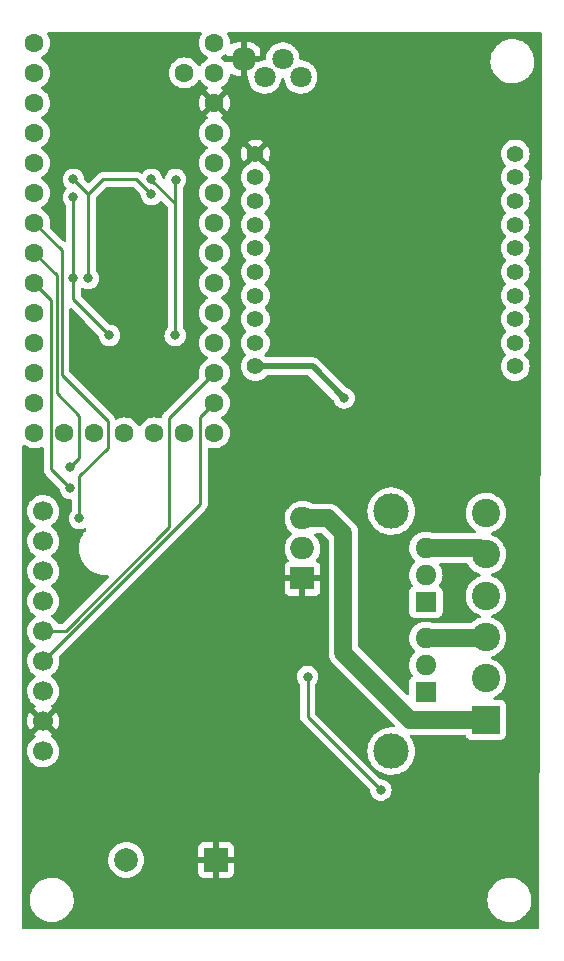
<source format=gbl>
%TF.GenerationSoftware,KiCad,Pcbnew,(6.0.0-0)*%
%TF.CreationDate,2022-03-19T17:52:42-04:00*%
%TF.ProjectId,Bull Space_ Des by Sheenyl Hassan,42756c6c-2053-4706-9163-655f20446573,rev?*%
%TF.SameCoordinates,Original*%
%TF.FileFunction,Copper,L2,Bot*%
%TF.FilePolarity,Positive*%
%FSLAX46Y46*%
G04 Gerber Fmt 4.6, Leading zero omitted, Abs format (unit mm)*
G04 Created by KiCad (PCBNEW (6.0.0-0)) date 2022-03-19 17:52:42*
%MOMM*%
%LPD*%
G01*
G04 APERTURE LIST*
G04 Aperture macros list*
%AMRoundRect*
0 Rectangle with rounded corners*
0 $1 Rounding radius*
0 $2 $3 $4 $5 $6 $7 $8 $9 X,Y pos of 4 corners*
0 Add a 4 corners polygon primitive as box body*
4,1,4,$2,$3,$4,$5,$6,$7,$8,$9,$2,$3,0*
0 Add four circle primitives for the rounded corners*
1,1,$1+$1,$2,$3*
1,1,$1+$1,$4,$5*
1,1,$1+$1,$6,$7*
1,1,$1+$1,$8,$9*
0 Add four rect primitives between the rounded corners*
20,1,$1+$1,$2,$3,$4,$5,0*
20,1,$1+$1,$4,$5,$6,$7,0*
20,1,$1+$1,$6,$7,$8,$9,0*
20,1,$1+$1,$8,$9,$2,$3,0*%
G04 Aperture macros list end*
%TA.AperFunction,ComponentPad*%
%ADD10R,2.000000X1.905000*%
%TD*%
%TA.AperFunction,ComponentPad*%
%ADD11O,2.000000X1.905000*%
%TD*%
%TA.AperFunction,ComponentPad*%
%ADD12C,1.397000*%
%TD*%
%TA.AperFunction,ComponentPad*%
%ADD13C,1.600000*%
%TD*%
%TA.AperFunction,WasherPad*%
%ADD14C,3.000000*%
%TD*%
%TA.AperFunction,ComponentPad*%
%ADD15C,1.700000*%
%TD*%
%TA.AperFunction,ComponentPad*%
%ADD16R,1.800000X1.717500*%
%TD*%
%TA.AperFunction,ComponentPad*%
%ADD17O,1.800000X1.717500*%
%TD*%
%TA.AperFunction,ComponentPad*%
%ADD18R,2.400000X2.400000*%
%TD*%
%TA.AperFunction,ComponentPad*%
%ADD19C,2.400000*%
%TD*%
%TA.AperFunction,ComponentPad*%
%ADD20R,2.000000X2.000000*%
%TD*%
%TA.AperFunction,ComponentPad*%
%ADD21C,2.000000*%
%TD*%
%TA.AperFunction,ComponentPad*%
%ADD22RoundRect,0.450000X-0.450000X-0.450000X0.450000X-0.450000X0.450000X0.450000X-0.450000X0.450000X0*%
%TD*%
%TA.AperFunction,ComponentPad*%
%ADD23C,1.800000*%
%TD*%
%TA.AperFunction,ViaPad*%
%ADD24C,0.800000*%
%TD*%
%TA.AperFunction,Conductor*%
%ADD25C,0.500000*%
%TD*%
%TA.AperFunction,Conductor*%
%ADD26C,0.250000*%
%TD*%
%TA.AperFunction,Conductor*%
%ADD27C,1.500000*%
%TD*%
G04 APERTURE END LIST*
D10*
%TO.P,U1,1,VOUT*%
%TO.N,+3V3*%
X96230000Y-110790000D03*
D11*
%TO.P,U1,2,GND*%
%TO.N,GND*%
X96230000Y-108250000D03*
%TO.P,U1,3,VIN*%
%TO.N,+BATT*%
X96230000Y-105710000D03*
%TD*%
D12*
%TO.P,IC2,1,VCC*%
%TO.N,+3V3*%
X92249260Y-74840000D03*
%TO.P,IC2,2,DOUT*%
%TO.N,/XBEE.TX*%
X92249260Y-76838980D03*
%TO.P,IC2,3,DIN/~{CONFIG}*%
%TO.N,/XBEE.RX*%
X92249260Y-78840500D03*
%TO.P,IC2,4,SPI_MISO*%
%TO.N,unconnected-(IC2-Pad4)*%
X92249260Y-80839480D03*
%TO.P,IC2,5,~{RESET}*%
%TO.N,unconnected-(IC2-Pad5)*%
X92249260Y-82841000D03*
%TO.P,IC2,6,PWM0/RSSI/PWM*%
%TO.N,unconnected-(IC2-Pad6)*%
X92249260Y-84839980D03*
%TO.P,IC2,7,PWM1*%
%TO.N,unconnected-(IC2-Pad7)*%
X92249260Y-86838960D03*
%TO.P,IC2,8,[RESERVED]*%
%TO.N,unconnected-(IC2-Pad8)*%
X92249260Y-88840480D03*
%TO.P,IC2,9,DI8/SLEEP_RQ/~{DTR}*%
%TO.N,unconnected-(IC2-Pad9)*%
X92249260Y-90839460D03*
%TO.P,IC2,10,GND*%
%TO.N,GND*%
X92249260Y-92840980D03*
%TO.P,IC2,11,DIO4/SPI_MOSI*%
%TO.N,unconnected-(IC2-Pad11)*%
X114250740Y-92840980D03*
%TO.P,IC2,12,DIO7/~{CTS}*%
%TO.N,unconnected-(IC2-Pad12)*%
X114250740Y-90839460D03*
%TO.P,IC2,13,ON/~{SLEEP}*%
%TO.N,unconnected-(IC2-Pad13)*%
X114250740Y-88840480D03*
%TO.P,IC2,14,VREF*%
%TO.N,unconnected-(IC2-Pad14)*%
X114250740Y-86838960D03*
%TO.P,IC2,15,DIO5/ASSOC*%
%TO.N,unconnected-(IC2-Pad15)*%
X114250740Y-84839980D03*
%TO.P,IC2,16,DIO6/~{RTS}*%
%TO.N,unconnected-(IC2-Pad16)*%
X114250740Y-82841000D03*
%TO.P,IC2,17,DIO3/AD3/SPI_SSEL*%
%TO.N,unconnected-(IC2-Pad17)*%
X114250740Y-80839480D03*
%TO.P,IC2,18,DIO2/AD2/SPI_CLK*%
%TO.N,unconnected-(IC2-Pad18)*%
X114250740Y-78840500D03*
%TO.P,IC2,19,DIO1/AD1/SPI_ATTN*%
%TO.N,unconnected-(IC2-Pad19)*%
X114250740Y-76838980D03*
%TO.P,IC2,20,DIO0/AD0*%
%TO.N,unconnected-(IC2-Pad20)*%
X114250740Y-74840000D03*
%TD*%
D13*
%TO.P,IC1,1,GND_1*%
%TO.N,GND*%
X73540000Y-65450000D03*
%TO.P,IC1,2,0*%
%TO.N,unconnected-(IC1-Pad2)*%
X73540000Y-67990000D03*
%TO.P,IC1,3,1*%
%TO.N,unconnected-(IC1-Pad3)*%
X73540000Y-70530000D03*
%TO.P,IC1,4,2*%
%TO.N,unconnected-(IC1-Pad4)*%
X73540000Y-73070000D03*
%TO.P,IC1,5,3*%
%TO.N,unconnected-(IC1-Pad5)*%
X73540000Y-75610000D03*
%TO.P,IC1,6,4*%
%TO.N,unconnected-(IC1-Pad6)*%
X73540000Y-78150000D03*
%TO.P,IC1,7,5*%
%TO.N,BUZZER*%
X73540000Y-80690000D03*
%TO.P,IC1,8,6*%
%TO.N,/ACT1*%
X73540000Y-83230000D03*
%TO.P,IC1,9,7*%
%TO.N,/ACT2*%
X73540000Y-85770000D03*
%TO.P,IC1,10,8*%
%TO.N,/SPI.FL-CS*%
X73540000Y-88310000D03*
%TO.P,IC1,11,9*%
%TO.N,/SPI.BMP-CS*%
X73540000Y-90850000D03*
%TO.P,IC1,12,10*%
%TO.N,/SPI.ADXL-CS*%
X73540000Y-93390000D03*
%TO.P,IC1,13,11*%
%TO.N,/SPI.MOSI*%
X73540000Y-95930000D03*
%TO.P,IC1,14,12*%
%TO.N,/SPI.MISO*%
X73540000Y-98470000D03*
%TO.P,IC1,15,VBAT*%
%TO.N,unconnected-(IC1-Pad15)*%
X76080000Y-98470000D03*
%TO.P,IC1,16,3.3V*%
%TO.N,+3V3*%
X78620000Y-98470000D03*
%TO.P,IC1,17,GND_2*%
%TO.N,GND*%
X81160000Y-98470000D03*
%TO.P,IC1,18,PROGRAM*%
%TO.N,unconnected-(IC1-Pad18)*%
X83700000Y-98470000D03*
%TO.P,IC1,19,ON/OFF*%
%TO.N,unconnected-(IC1-Pad19)*%
X86240000Y-98470000D03*
%TO.P,IC1,20,13*%
%TO.N,/SPI.SCK*%
X88780000Y-98470000D03*
%TO.P,IC1,21,14*%
%TO.N,/GPS.RX*%
X88780000Y-95930000D03*
%TO.P,IC1,22,15*%
%TO.N,/GPS.TX*%
X88780000Y-93390000D03*
%TO.P,IC1,23,16*%
%TO.N,LED-R*%
X88780000Y-90850000D03*
%TO.P,IC1,24,17*%
%TO.N,LED-G*%
X88780000Y-88310000D03*
%TO.P,IC1,25,18*%
%TO.N,LED-B*%
X88780000Y-85770000D03*
%TO.P,IC1,26,19*%
%TO.N,unconnected-(IC1-Pad26)*%
X88780000Y-83230000D03*
%TO.P,IC1,27,20*%
%TO.N,/XBEE.RX*%
X88780000Y-80690000D03*
%TO.P,IC1,28,21*%
%TO.N,/XBEE.TX*%
X88780000Y-78150000D03*
%TO.P,IC1,29,22*%
%TO.N,unconnected-(IC1-Pad29)*%
X88780000Y-75610000D03*
%TO.P,IC1,30,23*%
%TO.N,unconnected-(IC1-Pad30)*%
X88780000Y-73070000D03*
%TO.P,IC1,31,3.3V(250_MA_MAX)*%
%TO.N,+3V3*%
X88780000Y-70530000D03*
%TO.P,IC1,32,GND_3*%
%TO.N,GND*%
X88780000Y-67990000D03*
%TO.P,IC1,33,VIN_(3.6_TO_5.5_VOLTS)*%
%TO.N,unconnected-(IC1-Pad33)*%
X88780000Y-65450000D03*
%TO.P,IC1,34,GND_4*%
%TO.N,GND*%
X86240000Y-67990000D03*
%TD*%
D14*
%TO.P,U2,*%
%TO.N,*%
X103746000Y-105090000D03*
X103746000Y-125410000D03*
D15*
%TO.P,U2,1,3V3*%
%TO.N,unconnected-(U2-Pad1)*%
X74282000Y-105090000D03*
%TO.P,U2,2,EN*%
%TO.N,unconnected-(U2-Pad2)*%
X74282000Y-107630000D03*
%TO.P,U2,3,VBAT*%
%TO.N,unconnected-(U2-Pad3)*%
X74282000Y-110170000D03*
%TO.P,U2,4,FIX*%
%TO.N,unconnected-(U2-Pad4)*%
X74282000Y-112710000D03*
%TO.P,U2,5,TX*%
%TO.N,/GPS.TX*%
X74282000Y-115250000D03*
%TO.P,U2,6,RX*%
%TO.N,/GPS.RX*%
X74282000Y-117790000D03*
%TO.P,U2,7,GND*%
%TO.N,GND*%
X74282000Y-120330000D03*
%TO.P,U2,8,VIN*%
%TO.N,+3V3*%
X74282000Y-122870000D03*
%TO.P,U2,9,PPS*%
%TO.N,unconnected-(U2-Pad9)*%
X74282000Y-125410000D03*
%TD*%
D16*
%TO.P,Q1,1,G*%
%TO.N,Net-(Q1-Pad1)*%
X106680000Y-120400000D03*
D17*
%TO.P,Q1,2,S*%
%TO.N,Net-(F1-Pad2)*%
X106680000Y-118110000D03*
%TO.P,Q1,3,D*%
%TO.N,/DROGUE_POW*%
X106680000Y-115820000D03*
%TD*%
D16*
%TO.P,Q5,1,G*%
%TO.N,Net-(Q3-Pad3)*%
X106680000Y-112780000D03*
D17*
%TO.P,Q5,2,S*%
%TO.N,Net-(F2-Pad2)*%
X106680000Y-110490000D03*
%TO.P,Q5,3,D*%
%TO.N,/MAIN_POW*%
X106680000Y-108200000D03*
%TD*%
D18*
%TO.P,J1,1,Pin_1*%
%TO.N,+BATT*%
X111750000Y-122750000D03*
D19*
%TO.P,J1,2,Pin_2*%
%TO.N,GND*%
X111750000Y-119250000D03*
%TO.P,J1,3,Pin_3*%
%TO.N,/DROGUE_POW*%
X111750000Y-115750000D03*
%TO.P,J1,4,Pin_4*%
%TO.N,GND*%
X111750000Y-112250000D03*
%TO.P,J1,5,Pin_5*%
%TO.N,/MAIN_POW*%
X111750000Y-108750000D03*
%TO.P,J1,6,Pin_6*%
%TO.N,GND*%
X111750000Y-105250000D03*
%TD*%
D20*
%TO.P,BZ1,1,-*%
%TO.N,+3V3*%
X88900000Y-134620000D03*
D21*
%TO.P,BZ1,2,+*%
%TO.N,Net-(BZ1-Pad2)*%
X81300000Y-134620000D03*
%TD*%
D22*
%TO.P,D1,1,A*%
%TO.N,+3V3*%
X91260000Y-66810000D03*
D23*
%TO.P,D1,2,BK*%
%TO.N,Net-(D1-Pad2)*%
X93038000Y-68334000D03*
%TO.P,D1,3,GK*%
%TO.N,Net-(D1-Pad3)*%
X94562000Y-66810000D03*
%TO.P,D1,4,RK*%
%TO.N,Net-(D1-Pad4)*%
X96086000Y-68334000D03*
%TD*%
D24*
%TO.N,GND*%
X96660000Y-119110000D03*
X102860000Y-128710000D03*
X99760000Y-95510000D03*
%TO.N,/SPI.MOSI*%
X79888000Y-90216000D03*
X76840000Y-78532000D03*
X76840000Y-85390000D03*
%TO.N,+3V3*%
X83444000Y-80110000D03*
X83190000Y-83358000D03*
X79126000Y-66594000D03*
X83190000Y-90216000D03*
X80160000Y-95610000D03*
%TO.N,/SPI.MISO*%
X78110000Y-85390000D03*
X83444000Y-78278000D03*
X76840000Y-77008000D03*
%TO.N,/SPI.SCK*%
X83444000Y-77008000D03*
X85481299Y-77013299D03*
X85460000Y-90216000D03*
%TO.N,BUZZER*%
X77348000Y-105710000D03*
%TO.N,/ACT1*%
X76586000Y-101392000D03*
%TO.N,/ACT2*%
X76586000Y-103170000D03*
%TD*%
D25*
%TO.N,GND*%
X92249260Y-92840980D02*
X97090980Y-92840980D01*
X97090980Y-92840980D02*
X99760000Y-95510000D01*
D26*
X96660000Y-119110000D02*
X96660000Y-122510000D01*
X96660000Y-122510000D02*
X102860000Y-128710000D01*
%TO.N,/SPI.MOSI*%
X79888000Y-90216000D02*
X76840000Y-87168000D01*
X76840000Y-87168000D02*
X76840000Y-85390000D01*
X76840000Y-85390000D02*
X76840000Y-78532000D01*
%TO.N,/SPI.MISO*%
X83444000Y-78278000D02*
X82174000Y-77008000D01*
X82174000Y-77008000D02*
X79380000Y-77008000D01*
X79380000Y-77008000D02*
X78110000Y-78278000D01*
X78110000Y-78278000D02*
X78110000Y-85390000D01*
X76840000Y-77008000D02*
X78110000Y-78278000D01*
%TO.N,/SPI.SCK*%
X85460000Y-90216000D02*
X85460000Y-79024000D01*
X85460000Y-79024000D02*
X85460000Y-77034598D01*
X85460000Y-77034598D02*
X85481299Y-77013299D01*
X85449386Y-79024000D02*
X85460000Y-79024000D01*
X83444000Y-77018614D02*
X85449386Y-79024000D01*
X83444000Y-77008000D02*
X83444000Y-77018614D01*
%TO.N,/GPS.RX*%
X87560000Y-97150000D02*
X88780000Y-95930000D01*
X87560000Y-104512000D02*
X87560000Y-97150000D01*
X74282000Y-117790000D02*
X87560000Y-104512000D01*
%TO.N,/GPS.TX*%
X74282000Y-115250000D02*
X76186282Y-115250000D01*
X76186282Y-115250000D02*
X84960000Y-106476282D01*
X84960000Y-97210000D02*
X88780000Y-93390000D01*
X84960000Y-106476282D02*
X84960000Y-97210000D01*
%TO.N,BUZZER*%
X79744511Y-97438511D02*
X75854529Y-93548529D01*
X77348000Y-102154000D02*
X79744511Y-99757489D01*
X75860000Y-83010000D02*
X73540000Y-80690000D01*
X79744511Y-99757489D02*
X79744511Y-97438511D01*
X75854529Y-93548529D02*
X75854529Y-84908812D01*
X75860000Y-84903341D02*
X75860000Y-83010000D01*
X77348000Y-105710000D02*
X77348000Y-102154000D01*
X75854529Y-84908812D02*
X75860000Y-84903341D01*
D27*
%TO.N,+BATT*%
X96230000Y-105710000D02*
X98430000Y-105710000D01*
X98430000Y-105710000D02*
X99700000Y-106980000D01*
X99700000Y-117077772D02*
X105372228Y-122750000D01*
X99700000Y-106980000D02*
X99700000Y-117077772D01*
X105372228Y-122750000D02*
X111750000Y-122750000D01*
D26*
%TO.N,/ACT1*%
X75405009Y-85095009D02*
X73540000Y-83230000D01*
X76586000Y-101392000D02*
X77348000Y-100630000D01*
X77348000Y-100630000D02*
X77348000Y-97074000D01*
X77348000Y-97074000D02*
X75405009Y-95131009D01*
X75405009Y-95131009D02*
X75405009Y-85095009D01*
%TO.N,/ACT2*%
X74955489Y-101539489D02*
X74955489Y-87185489D01*
X74955489Y-87185489D02*
X73540000Y-85770000D01*
X76586000Y-103170000D02*
X74955489Y-101539489D01*
D27*
%TO.N,/DROGUE_POW*%
X106680000Y-115820000D02*
X111680000Y-115820000D01*
X111680000Y-115820000D02*
X111750000Y-115750000D01*
%TO.N,/MAIN_POW*%
X111200000Y-108200000D02*
X111750000Y-108750000D01*
X106680000Y-108200000D02*
X111200000Y-108200000D01*
%TD*%
%TA.AperFunction,Conductor*%
%TO.N,+3V3*%
G36*
X87668289Y-64528002D02*
G01*
X87714782Y-64581658D01*
X87724886Y-64651932D01*
X87703381Y-64706271D01*
X87642477Y-64793251D01*
X87640154Y-64798233D01*
X87640151Y-64798238D01*
X87548039Y-64995775D01*
X87545716Y-65000757D01*
X87544294Y-65006065D01*
X87544293Y-65006067D01*
X87506918Y-65145552D01*
X87486457Y-65221913D01*
X87466502Y-65450000D01*
X87486457Y-65678087D01*
X87487881Y-65683400D01*
X87487881Y-65683402D01*
X87519365Y-65800899D01*
X87545716Y-65899243D01*
X87548039Y-65904224D01*
X87548039Y-65904225D01*
X87640151Y-66101762D01*
X87640154Y-66101767D01*
X87642477Y-66106749D01*
X87773802Y-66294300D01*
X87935700Y-66456198D01*
X87940208Y-66459355D01*
X87940211Y-66459357D01*
X88003921Y-66503967D01*
X88123251Y-66587523D01*
X88128233Y-66589846D01*
X88128238Y-66589849D01*
X88162457Y-66605805D01*
X88215742Y-66652722D01*
X88235203Y-66720999D01*
X88214661Y-66788959D01*
X88162457Y-66834195D01*
X88128238Y-66850151D01*
X88128233Y-66850154D01*
X88123251Y-66852477D01*
X88040310Y-66910553D01*
X87940211Y-66980643D01*
X87940208Y-66980645D01*
X87935700Y-66983802D01*
X87773802Y-67145700D01*
X87770645Y-67150208D01*
X87770643Y-67150211D01*
X87763781Y-67160011D01*
X87642477Y-67333251D01*
X87640154Y-67338233D01*
X87640151Y-67338238D01*
X87624195Y-67372457D01*
X87577278Y-67425742D01*
X87509001Y-67445203D01*
X87441041Y-67424661D01*
X87395805Y-67372457D01*
X87379849Y-67338238D01*
X87379846Y-67338233D01*
X87377523Y-67333251D01*
X87256219Y-67160011D01*
X87249357Y-67150211D01*
X87249355Y-67150208D01*
X87246198Y-67145700D01*
X87084300Y-66983802D01*
X87079792Y-66980645D01*
X87079789Y-66980643D01*
X86979690Y-66910553D01*
X86896749Y-66852477D01*
X86891767Y-66850154D01*
X86891762Y-66850151D01*
X86694225Y-66758039D01*
X86694224Y-66758039D01*
X86689243Y-66755716D01*
X86683935Y-66754294D01*
X86683933Y-66754293D01*
X86473402Y-66697881D01*
X86473400Y-66697881D01*
X86468087Y-66696457D01*
X86240000Y-66676502D01*
X86011913Y-66696457D01*
X86006600Y-66697881D01*
X86006598Y-66697881D01*
X85796067Y-66754293D01*
X85796065Y-66754294D01*
X85790757Y-66755716D01*
X85785776Y-66758039D01*
X85785775Y-66758039D01*
X85588238Y-66850151D01*
X85588233Y-66850154D01*
X85583251Y-66852477D01*
X85500310Y-66910553D01*
X85400211Y-66980643D01*
X85400208Y-66980645D01*
X85395700Y-66983802D01*
X85233802Y-67145700D01*
X85230645Y-67150208D01*
X85230643Y-67150211D01*
X85223781Y-67160011D01*
X85102477Y-67333251D01*
X85100154Y-67338233D01*
X85100151Y-67338238D01*
X85084195Y-67372457D01*
X85005716Y-67540757D01*
X85004294Y-67546065D01*
X85004293Y-67546067D01*
X84970000Y-67674050D01*
X84946457Y-67761913D01*
X84926502Y-67990000D01*
X84946457Y-68218087D01*
X84947881Y-68223400D01*
X84947881Y-68223402D01*
X84997296Y-68407818D01*
X85005716Y-68439243D01*
X85008039Y-68444224D01*
X85008039Y-68444225D01*
X85100151Y-68641762D01*
X85100154Y-68641767D01*
X85102477Y-68646749D01*
X85233802Y-68834300D01*
X85395700Y-68996198D01*
X85400208Y-68999355D01*
X85400211Y-68999357D01*
X85478389Y-69054098D01*
X85583251Y-69127523D01*
X85588233Y-69129846D01*
X85588238Y-69129849D01*
X85785775Y-69221961D01*
X85790757Y-69224284D01*
X85796065Y-69225706D01*
X85796067Y-69225707D01*
X86006598Y-69282119D01*
X86006600Y-69282119D01*
X86011913Y-69283543D01*
X86240000Y-69303498D01*
X86468087Y-69283543D01*
X86473400Y-69282119D01*
X86473402Y-69282119D01*
X86683933Y-69225707D01*
X86683935Y-69225706D01*
X86689243Y-69224284D01*
X86694225Y-69221961D01*
X86891762Y-69129849D01*
X86891767Y-69129846D01*
X86896749Y-69127523D01*
X87001611Y-69054098D01*
X87079789Y-68999357D01*
X87079792Y-68999355D01*
X87084300Y-68996198D01*
X87246198Y-68834300D01*
X87377523Y-68646749D01*
X87379846Y-68641767D01*
X87379849Y-68641762D01*
X87395805Y-68607543D01*
X87442722Y-68554258D01*
X87510999Y-68534797D01*
X87578959Y-68555339D01*
X87624195Y-68607543D01*
X87640151Y-68641762D01*
X87640154Y-68641767D01*
X87642477Y-68646749D01*
X87773802Y-68834300D01*
X87935700Y-68996198D01*
X87940208Y-68999355D01*
X87940211Y-68999357D01*
X88018389Y-69054098D01*
X88123251Y-69127523D01*
X88128233Y-69129846D01*
X88128238Y-69129849D01*
X88163049Y-69146081D01*
X88216334Y-69192998D01*
X88235795Y-69261275D01*
X88215253Y-69329235D01*
X88163049Y-69374471D01*
X88128489Y-69390586D01*
X88118994Y-69396069D01*
X88066952Y-69432509D01*
X88058576Y-69442988D01*
X88065644Y-69456434D01*
X88767188Y-70157978D01*
X88781132Y-70165592D01*
X88782965Y-70165461D01*
X88789580Y-70161210D01*
X89495077Y-69455713D01*
X89501507Y-69443938D01*
X89492211Y-69431923D01*
X89441006Y-69396069D01*
X89431511Y-69390586D01*
X89396951Y-69374471D01*
X89343666Y-69327554D01*
X89324205Y-69259277D01*
X89344747Y-69191317D01*
X89396951Y-69146081D01*
X89431762Y-69129849D01*
X89431767Y-69129846D01*
X89436749Y-69127523D01*
X89541611Y-69054098D01*
X89619789Y-68999357D01*
X89619792Y-68999355D01*
X89624300Y-68996198D01*
X89786198Y-68834300D01*
X89917523Y-68646749D01*
X89919846Y-68641767D01*
X89919849Y-68641762D01*
X90011961Y-68444225D01*
X90011961Y-68444224D01*
X90014284Y-68439243D01*
X90022705Y-68407818D01*
X90072119Y-68223402D01*
X90072119Y-68223400D01*
X90073543Y-68218087D01*
X90074022Y-68212611D01*
X90074023Y-68212606D01*
X90079194Y-68153493D01*
X90105057Y-68087375D01*
X90162561Y-68045735D01*
X90233448Y-68041794D01*
X90274074Y-68059282D01*
X90285576Y-68066866D01*
X90446738Y-68151119D01*
X90458533Y-68155837D01*
X90633714Y-68206069D01*
X90645451Y-68208255D01*
X90751845Y-68217751D01*
X90757440Y-68218000D01*
X90987885Y-68218000D01*
X91003124Y-68213525D01*
X91004329Y-68212135D01*
X91006000Y-68204452D01*
X91006000Y-68199885D01*
X91514000Y-68199885D01*
X91518475Y-68215124D01*
X91519865Y-68216329D01*
X91528076Y-68218115D01*
X91590389Y-68252140D01*
X91624414Y-68314452D01*
X91627085Y-68333983D01*
X91638427Y-68530697D01*
X91639564Y-68535743D01*
X91639565Y-68535749D01*
X91664580Y-68646749D01*
X91689346Y-68756642D01*
X91691288Y-68761424D01*
X91691289Y-68761428D01*
X91774540Y-68966450D01*
X91776484Y-68971237D01*
X91897501Y-69168719D01*
X92049147Y-69343784D01*
X92227349Y-69491730D01*
X92427322Y-69608584D01*
X92643694Y-69691209D01*
X92648760Y-69692240D01*
X92648761Y-69692240D01*
X92701846Y-69703040D01*
X92870656Y-69737385D01*
X93001324Y-69742176D01*
X93096949Y-69745683D01*
X93096953Y-69745683D01*
X93102113Y-69745872D01*
X93107233Y-69745216D01*
X93107235Y-69745216D01*
X93180270Y-69735860D01*
X93331847Y-69716442D01*
X93336795Y-69714957D01*
X93336802Y-69714956D01*
X93548747Y-69651369D01*
X93553690Y-69649886D01*
X93634236Y-69610427D01*
X93757049Y-69550262D01*
X93757052Y-69550260D01*
X93761684Y-69547991D01*
X93950243Y-69413494D01*
X94114303Y-69250005D01*
X94249458Y-69061917D01*
X94260937Y-69038692D01*
X94349784Y-68858922D01*
X94349785Y-68858920D01*
X94352078Y-68854280D01*
X94419408Y-68632671D01*
X94435205Y-68512681D01*
X94463927Y-68447755D01*
X94523193Y-68408663D01*
X94594184Y-68407818D01*
X94654363Y-68445488D01*
X94684622Y-68509714D01*
X94685918Y-68521870D01*
X94686427Y-68530697D01*
X94687564Y-68535743D01*
X94687565Y-68535749D01*
X94712580Y-68646749D01*
X94737346Y-68756642D01*
X94739288Y-68761424D01*
X94739289Y-68761428D01*
X94822540Y-68966450D01*
X94824484Y-68971237D01*
X94945501Y-69168719D01*
X95097147Y-69343784D01*
X95275349Y-69491730D01*
X95475322Y-69608584D01*
X95691694Y-69691209D01*
X95696760Y-69692240D01*
X95696761Y-69692240D01*
X95749846Y-69703040D01*
X95918656Y-69737385D01*
X96049324Y-69742176D01*
X96144949Y-69745683D01*
X96144953Y-69745683D01*
X96150113Y-69745872D01*
X96155233Y-69745216D01*
X96155235Y-69745216D01*
X96228270Y-69735860D01*
X96379847Y-69716442D01*
X96384795Y-69714957D01*
X96384802Y-69714956D01*
X96596747Y-69651369D01*
X96601690Y-69649886D01*
X96682236Y-69610427D01*
X96805049Y-69550262D01*
X96805052Y-69550260D01*
X96809684Y-69547991D01*
X96998243Y-69413494D01*
X97162303Y-69250005D01*
X97297458Y-69061917D01*
X97308937Y-69038692D01*
X97397784Y-68858922D01*
X97397785Y-68858920D01*
X97400078Y-68854280D01*
X97467408Y-68632671D01*
X97497640Y-68403041D01*
X97497753Y-68398429D01*
X97499245Y-68337365D01*
X97499245Y-68337361D01*
X97499327Y-68334000D01*
X97490108Y-68221872D01*
X97480773Y-68108318D01*
X97480772Y-68108312D01*
X97480349Y-68103167D01*
X97450548Y-67984525D01*
X97425184Y-67883544D01*
X97425183Y-67883540D01*
X97423925Y-67878533D01*
X97401377Y-67826676D01*
X97333630Y-67670868D01*
X97333628Y-67670865D01*
X97331570Y-67666131D01*
X97205764Y-67471665D01*
X97181686Y-67445203D01*
X97055218Y-67306217D01*
X97049887Y-67300358D01*
X97045836Y-67297159D01*
X97045832Y-67297155D01*
X96872177Y-67160011D01*
X96872172Y-67160008D01*
X96868123Y-67156810D01*
X96863607Y-67154317D01*
X96863604Y-67154315D01*
X96669879Y-67047373D01*
X96669875Y-67047371D01*
X96665355Y-67044876D01*
X96660486Y-67043152D01*
X96660482Y-67043150D01*
X96658017Y-67042277D01*
X112137009Y-67042277D01*
X112162625Y-67310769D01*
X112163710Y-67315203D01*
X112163711Y-67315209D01*
X112217683Y-67535775D01*
X112226731Y-67572750D01*
X112327985Y-67822733D01*
X112464265Y-68055482D01*
X112502400Y-68103167D01*
X112591590Y-68214693D01*
X112632716Y-68266119D01*
X112829809Y-68450234D01*
X113051416Y-68603968D01*
X113055499Y-68605999D01*
X113055502Y-68606001D01*
X113146471Y-68651257D01*
X113292894Y-68724101D01*
X113297228Y-68725522D01*
X113297231Y-68725523D01*
X113544853Y-68806698D01*
X113544859Y-68806699D01*
X113549186Y-68808118D01*
X113553677Y-68808898D01*
X113553678Y-68808898D01*
X113811140Y-68853601D01*
X113811148Y-68853602D01*
X113814921Y-68854257D01*
X113818758Y-68854448D01*
X113898578Y-68858422D01*
X113898586Y-68858422D01*
X113900149Y-68858500D01*
X114068512Y-68858500D01*
X114070780Y-68858335D01*
X114070792Y-68858335D01*
X114201884Y-68848823D01*
X114269004Y-68843953D01*
X114273459Y-68842969D01*
X114273462Y-68842969D01*
X114527912Y-68786791D01*
X114527916Y-68786790D01*
X114532372Y-68785806D01*
X114658480Y-68738028D01*
X114780318Y-68691868D01*
X114780321Y-68691867D01*
X114784588Y-68690250D01*
X115020368Y-68559286D01*
X115234773Y-68395657D01*
X115291758Y-68337365D01*
X115404660Y-68221872D01*
X115423312Y-68202792D01*
X115582034Y-67984730D01*
X115637907Y-67878533D01*
X115705490Y-67750079D01*
X115705493Y-67750073D01*
X115707615Y-67746039D01*
X115770378Y-67568312D01*
X115795902Y-67496033D01*
X115795902Y-67496032D01*
X115797425Y-67491720D01*
X115828659Y-67333251D01*
X115848700Y-67231572D01*
X115848701Y-67231566D01*
X115849581Y-67227100D01*
X115853080Y-67156810D01*
X115862764Y-66962292D01*
X115862764Y-66962286D01*
X115862991Y-66957723D01*
X115837375Y-66689231D01*
X115836165Y-66684284D01*
X115774355Y-66431688D01*
X115773269Y-66427250D01*
X115672015Y-66177267D01*
X115535735Y-65944518D01*
X115417928Y-65797208D01*
X115370136Y-65737447D01*
X115370135Y-65737445D01*
X115367284Y-65733881D01*
X115170191Y-65549766D01*
X114948584Y-65396032D01*
X114944501Y-65394001D01*
X114944498Y-65393999D01*
X114779606Y-65311967D01*
X114707106Y-65275899D01*
X114702772Y-65274478D01*
X114702769Y-65274477D01*
X114455147Y-65193302D01*
X114455141Y-65193301D01*
X114450814Y-65191882D01*
X114446322Y-65191102D01*
X114188860Y-65146399D01*
X114188852Y-65146398D01*
X114185079Y-65145743D01*
X114173817Y-65145182D01*
X114101422Y-65141578D01*
X114101414Y-65141578D01*
X114099851Y-65141500D01*
X113931488Y-65141500D01*
X113929220Y-65141665D01*
X113929208Y-65141665D01*
X113798116Y-65151177D01*
X113730996Y-65156047D01*
X113726541Y-65157031D01*
X113726538Y-65157031D01*
X113472088Y-65213209D01*
X113472084Y-65213210D01*
X113467628Y-65214194D01*
X113432790Y-65227393D01*
X113219682Y-65308132D01*
X113219679Y-65308133D01*
X113215412Y-65309750D01*
X112979632Y-65440714D01*
X112902221Y-65499792D01*
X112832643Y-65552893D01*
X112765227Y-65604343D01*
X112762034Y-65607609D01*
X112762032Y-65607611D01*
X112734269Y-65636011D01*
X112576688Y-65797208D01*
X112417966Y-66015270D01*
X112415844Y-66019304D01*
X112294510Y-66249921D01*
X112294507Y-66249927D01*
X112292385Y-66253961D01*
X112290865Y-66258266D01*
X112290863Y-66258270D01*
X112218353Y-66463600D01*
X112202575Y-66508280D01*
X112186498Y-66589849D01*
X112160649Y-66720999D01*
X112150419Y-66772900D01*
X112150192Y-66777453D01*
X112150192Y-66777456D01*
X112140643Y-66969288D01*
X112137009Y-67042277D01*
X96658017Y-67042277D01*
X96451903Y-66969288D01*
X96451899Y-66969287D01*
X96447028Y-66967562D01*
X96441935Y-66966655D01*
X96441932Y-66966654D01*
X96224095Y-66927851D01*
X96224089Y-66927850D01*
X96219006Y-66926945D01*
X96192843Y-66926625D01*
X96099349Y-66925483D01*
X96031477Y-66904650D01*
X95985643Y-66850430D01*
X95975312Y-66809816D01*
X95956773Y-66584318D01*
X95956772Y-66584312D01*
X95956349Y-66579167D01*
X95918190Y-66427250D01*
X95901184Y-66359544D01*
X95901183Y-66359540D01*
X95899925Y-66354533D01*
X95897866Y-66349797D01*
X95809630Y-66146868D01*
X95809628Y-66146865D01*
X95807570Y-66142131D01*
X95681764Y-65947665D01*
X95637704Y-65899243D01*
X95579769Y-65835574D01*
X95525887Y-65776358D01*
X95521836Y-65773159D01*
X95521832Y-65773155D01*
X95348177Y-65636011D01*
X95348172Y-65636008D01*
X95344123Y-65632810D01*
X95339607Y-65630317D01*
X95339604Y-65630315D01*
X95145879Y-65523373D01*
X95145875Y-65523371D01*
X95141355Y-65520876D01*
X95136486Y-65519152D01*
X95136482Y-65519150D01*
X94927903Y-65445288D01*
X94927899Y-65445287D01*
X94923028Y-65443562D01*
X94917935Y-65442655D01*
X94917932Y-65442654D01*
X94700095Y-65403851D01*
X94700089Y-65403850D01*
X94695006Y-65402945D01*
X94617644Y-65402000D01*
X94468581Y-65400179D01*
X94468579Y-65400179D01*
X94463411Y-65400116D01*
X94234464Y-65435150D01*
X94014314Y-65507106D01*
X94009726Y-65509494D01*
X94009722Y-65509496D01*
X93889488Y-65572086D01*
X93808872Y-65614052D01*
X93804739Y-65617155D01*
X93804736Y-65617157D01*
X93644525Y-65737447D01*
X93623655Y-65753117D01*
X93463639Y-65920564D01*
X93460725Y-65924836D01*
X93460724Y-65924837D01*
X93442189Y-65952009D01*
X93333119Y-66111899D01*
X93235602Y-66321981D01*
X93173707Y-66545169D01*
X93149095Y-66775469D01*
X93149392Y-66780621D01*
X93149392Y-66780623D01*
X93150042Y-66791889D01*
X93133995Y-66861048D01*
X93083105Y-66910553D01*
X93022713Y-66925134D01*
X92963899Y-66924415D01*
X92944580Y-66924179D01*
X92944578Y-66924179D01*
X92939411Y-66924116D01*
X92710464Y-66959150D01*
X92490314Y-67031106D01*
X92454471Y-67049765D01*
X92396294Y-67064000D01*
X91532115Y-67064000D01*
X91516876Y-67068475D01*
X91515671Y-67069865D01*
X91514000Y-67077548D01*
X91514000Y-68199885D01*
X91006000Y-68199885D01*
X91006000Y-67082115D01*
X91001525Y-67066876D01*
X91000135Y-67065671D01*
X90992452Y-67064000D01*
X89870115Y-67064000D01*
X89824279Y-67077459D01*
X89816054Y-67082746D01*
X89745058Y-67082754D01*
X89691447Y-67050949D01*
X89624300Y-66983802D01*
X89619792Y-66980645D01*
X89619789Y-66980643D01*
X89519690Y-66910553D01*
X89436749Y-66852477D01*
X89431767Y-66850154D01*
X89431762Y-66850151D01*
X89397543Y-66834195D01*
X89344258Y-66787278D01*
X89324797Y-66719001D01*
X89345339Y-66651041D01*
X89397543Y-66605805D01*
X89431762Y-66589849D01*
X89431767Y-66589846D01*
X89436749Y-66587523D01*
X89556079Y-66503967D01*
X89619789Y-66459357D01*
X89619792Y-66459355D01*
X89624300Y-66456198D01*
X89636905Y-66443593D01*
X89699217Y-66409567D01*
X89770032Y-66414632D01*
X89826868Y-66457179D01*
X89851679Y-66523699D01*
X89852000Y-66532688D01*
X89852000Y-66537885D01*
X89856475Y-66553124D01*
X89857865Y-66554329D01*
X89865548Y-66556000D01*
X90987885Y-66556000D01*
X91003124Y-66551525D01*
X91004329Y-66550135D01*
X91006000Y-66542452D01*
X91006000Y-66537885D01*
X91514000Y-66537885D01*
X91518475Y-66553124D01*
X91519865Y-66554329D01*
X91527548Y-66556000D01*
X92649885Y-66556000D01*
X92665124Y-66551525D01*
X92666329Y-66550135D01*
X92668000Y-66542452D01*
X92668000Y-66307440D01*
X92667751Y-66301845D01*
X92658255Y-66195451D01*
X92656069Y-66183714D01*
X92605837Y-66008533D01*
X92601119Y-65996738D01*
X92516865Y-65835574D01*
X92509877Y-65824976D01*
X92394931Y-65684038D01*
X92385962Y-65675069D01*
X92245024Y-65560123D01*
X92234426Y-65553135D01*
X92073262Y-65468881D01*
X92061467Y-65464163D01*
X91886286Y-65413931D01*
X91874549Y-65411745D01*
X91768155Y-65402249D01*
X91762560Y-65402000D01*
X91532115Y-65402000D01*
X91516876Y-65406475D01*
X91515671Y-65407865D01*
X91514000Y-65415548D01*
X91514000Y-66537885D01*
X91006000Y-66537885D01*
X91006000Y-65420115D01*
X91001525Y-65404876D01*
X91000135Y-65403671D01*
X90992452Y-65402000D01*
X90757440Y-65402000D01*
X90751845Y-65402249D01*
X90645451Y-65411745D01*
X90633714Y-65413931D01*
X90458533Y-65464163D01*
X90446738Y-65468881D01*
X90279920Y-65556091D01*
X90278921Y-65554181D01*
X90220513Y-65572086D01*
X90152160Y-65552893D01*
X90105034Y-65499792D01*
X90093885Y-65449966D01*
X90093498Y-65450000D01*
X90093245Y-65447103D01*
X90093244Y-65447100D01*
X90073543Y-65221913D01*
X90053082Y-65145552D01*
X90015707Y-65006067D01*
X90015706Y-65006065D01*
X90014284Y-65000757D01*
X90011961Y-64995775D01*
X89919849Y-64798238D01*
X89919846Y-64798233D01*
X89917523Y-64793251D01*
X89856619Y-64706271D01*
X89833931Y-64638997D01*
X89851216Y-64570136D01*
X89902986Y-64521552D01*
X89959832Y-64508000D01*
X116363939Y-64508000D01*
X116432060Y-64528002D01*
X116478553Y-64581658D01*
X116489938Y-64634407D01*
X116245703Y-139858422D01*
X116244054Y-140366409D01*
X116223831Y-140434465D01*
X116170025Y-140480783D01*
X116118055Y-140492000D01*
X72634000Y-140492000D01*
X72565879Y-140471998D01*
X72519386Y-140418342D01*
X72508000Y-140366000D01*
X72508000Y-138042277D01*
X73137009Y-138042277D01*
X73162625Y-138310769D01*
X73163710Y-138315203D01*
X73163711Y-138315209D01*
X73225645Y-138568312D01*
X73226731Y-138572750D01*
X73327985Y-138822733D01*
X73464265Y-139055482D01*
X73467118Y-139059049D01*
X73584686Y-139206060D01*
X73632716Y-139266119D01*
X73829809Y-139450234D01*
X74051416Y-139603968D01*
X74055499Y-139605999D01*
X74055502Y-139606001D01*
X74171013Y-139663466D01*
X74292894Y-139724101D01*
X74297228Y-139725522D01*
X74297231Y-139725523D01*
X74544853Y-139806698D01*
X74544859Y-139806699D01*
X74549186Y-139808118D01*
X74553677Y-139808898D01*
X74553678Y-139808898D01*
X74811140Y-139853601D01*
X74811148Y-139853602D01*
X74814921Y-139854257D01*
X74818758Y-139854448D01*
X74898578Y-139858422D01*
X74898586Y-139858422D01*
X74900149Y-139858500D01*
X75068512Y-139858500D01*
X75070780Y-139858335D01*
X75070792Y-139858335D01*
X75201884Y-139848823D01*
X75269004Y-139843953D01*
X75273459Y-139842969D01*
X75273462Y-139842969D01*
X75527912Y-139786791D01*
X75527916Y-139786790D01*
X75532372Y-139785806D01*
X75658480Y-139738028D01*
X75780318Y-139691868D01*
X75780321Y-139691867D01*
X75784588Y-139690250D01*
X76020368Y-139559286D01*
X76234773Y-139395657D01*
X76423312Y-139202792D01*
X76582034Y-138984730D01*
X76665190Y-138826676D01*
X76705490Y-138750079D01*
X76705493Y-138750073D01*
X76707615Y-138746039D01*
X76770378Y-138568312D01*
X76795902Y-138496033D01*
X76795902Y-138496032D01*
X76797425Y-138491720D01*
X76849581Y-138227100D01*
X76858782Y-138042277D01*
X111887009Y-138042277D01*
X111912625Y-138310769D01*
X111913710Y-138315203D01*
X111913711Y-138315209D01*
X111975645Y-138568312D01*
X111976731Y-138572750D01*
X112077985Y-138822733D01*
X112214265Y-139055482D01*
X112217118Y-139059049D01*
X112334686Y-139206060D01*
X112382716Y-139266119D01*
X112579809Y-139450234D01*
X112801416Y-139603968D01*
X112805499Y-139605999D01*
X112805502Y-139606001D01*
X112921013Y-139663466D01*
X113042894Y-139724101D01*
X113047228Y-139725522D01*
X113047231Y-139725523D01*
X113294853Y-139806698D01*
X113294859Y-139806699D01*
X113299186Y-139808118D01*
X113303677Y-139808898D01*
X113303678Y-139808898D01*
X113561140Y-139853601D01*
X113561148Y-139853602D01*
X113564921Y-139854257D01*
X113568758Y-139854448D01*
X113648578Y-139858422D01*
X113648586Y-139858422D01*
X113650149Y-139858500D01*
X113818512Y-139858500D01*
X113820780Y-139858335D01*
X113820792Y-139858335D01*
X113951884Y-139848823D01*
X114019004Y-139843953D01*
X114023459Y-139842969D01*
X114023462Y-139842969D01*
X114277912Y-139786791D01*
X114277916Y-139786790D01*
X114282372Y-139785806D01*
X114408480Y-139738028D01*
X114530318Y-139691868D01*
X114530321Y-139691867D01*
X114534588Y-139690250D01*
X114770368Y-139559286D01*
X114984773Y-139395657D01*
X115173312Y-139202792D01*
X115332034Y-138984730D01*
X115415190Y-138826676D01*
X115455490Y-138750079D01*
X115455493Y-138750073D01*
X115457615Y-138746039D01*
X115520378Y-138568312D01*
X115545902Y-138496033D01*
X115545902Y-138496032D01*
X115547425Y-138491720D01*
X115599581Y-138227100D01*
X115608782Y-138042277D01*
X115612764Y-137962292D01*
X115612764Y-137962286D01*
X115612991Y-137957723D01*
X115587375Y-137689231D01*
X115542042Y-137503967D01*
X115524355Y-137431688D01*
X115523269Y-137427250D01*
X115422015Y-137177267D01*
X115285735Y-136944518D01*
X115167928Y-136797208D01*
X115120136Y-136737447D01*
X115120135Y-136737445D01*
X115117284Y-136733881D01*
X114920191Y-136549766D01*
X114698584Y-136396032D01*
X114694501Y-136394001D01*
X114694498Y-136393999D01*
X114529606Y-136311967D01*
X114457106Y-136275899D01*
X114452772Y-136274478D01*
X114452769Y-136274477D01*
X114205147Y-136193302D01*
X114205141Y-136193301D01*
X114200814Y-136191882D01*
X114196322Y-136191102D01*
X113938860Y-136146399D01*
X113938852Y-136146398D01*
X113935079Y-136145743D01*
X113923817Y-136145182D01*
X113851422Y-136141578D01*
X113851414Y-136141578D01*
X113849851Y-136141500D01*
X113681488Y-136141500D01*
X113679220Y-136141665D01*
X113679208Y-136141665D01*
X113548116Y-136151177D01*
X113480996Y-136156047D01*
X113476541Y-136157031D01*
X113476538Y-136157031D01*
X113222088Y-136213209D01*
X113222084Y-136213210D01*
X113217628Y-136214194D01*
X113091520Y-136261972D01*
X112969682Y-136308132D01*
X112969679Y-136308133D01*
X112965412Y-136309750D01*
X112729632Y-136440714D01*
X112515227Y-136604343D01*
X112326688Y-136797208D01*
X112167966Y-137015270D01*
X112165844Y-137019304D01*
X112044510Y-137249921D01*
X112044507Y-137249927D01*
X112042385Y-137253961D01*
X112040865Y-137258266D01*
X112040863Y-137258270D01*
X111954098Y-137503967D01*
X111952575Y-137508280D01*
X111900419Y-137772900D01*
X111900192Y-137777453D01*
X111900192Y-137777456D01*
X111890991Y-137962292D01*
X111887009Y-138042277D01*
X76858782Y-138042277D01*
X76862764Y-137962292D01*
X76862764Y-137962286D01*
X76862991Y-137957723D01*
X76837375Y-137689231D01*
X76792042Y-137503967D01*
X76774355Y-137431688D01*
X76773269Y-137427250D01*
X76672015Y-137177267D01*
X76535735Y-136944518D01*
X76417928Y-136797208D01*
X76370136Y-136737447D01*
X76370135Y-136737445D01*
X76367284Y-136733881D01*
X76170191Y-136549766D01*
X75948584Y-136396032D01*
X75944501Y-136394001D01*
X75944498Y-136393999D01*
X75779606Y-136311967D01*
X75707106Y-136275899D01*
X75702772Y-136274478D01*
X75702769Y-136274477D01*
X75455147Y-136193302D01*
X75455141Y-136193301D01*
X75450814Y-136191882D01*
X75446322Y-136191102D01*
X75188860Y-136146399D01*
X75188852Y-136146398D01*
X75185079Y-136145743D01*
X75173817Y-136145182D01*
X75101422Y-136141578D01*
X75101414Y-136141578D01*
X75099851Y-136141500D01*
X74931488Y-136141500D01*
X74929220Y-136141665D01*
X74929208Y-136141665D01*
X74798116Y-136151177D01*
X74730996Y-136156047D01*
X74726541Y-136157031D01*
X74726538Y-136157031D01*
X74472088Y-136213209D01*
X74472084Y-136213210D01*
X74467628Y-136214194D01*
X74341520Y-136261972D01*
X74219682Y-136308132D01*
X74219679Y-136308133D01*
X74215412Y-136309750D01*
X73979632Y-136440714D01*
X73765227Y-136604343D01*
X73576688Y-136797208D01*
X73417966Y-137015270D01*
X73415844Y-137019304D01*
X73294510Y-137249921D01*
X73294507Y-137249927D01*
X73292385Y-137253961D01*
X73290865Y-137258266D01*
X73290863Y-137258270D01*
X73204098Y-137503967D01*
X73202575Y-137508280D01*
X73150419Y-137772900D01*
X73150192Y-137777453D01*
X73150192Y-137777456D01*
X73140991Y-137962292D01*
X73137009Y-138042277D01*
X72508000Y-138042277D01*
X72508000Y-134620000D01*
X79786835Y-134620000D01*
X79805465Y-134856711D01*
X79806619Y-134861518D01*
X79806620Y-134861524D01*
X79841640Y-135007391D01*
X79860895Y-135087594D01*
X79951760Y-135306963D01*
X79954346Y-135311183D01*
X80073241Y-135505202D01*
X80073245Y-135505208D01*
X80075824Y-135509416D01*
X80230031Y-135689969D01*
X80410584Y-135844176D01*
X80414792Y-135846755D01*
X80414798Y-135846759D01*
X80608817Y-135965654D01*
X80613037Y-135968240D01*
X80617607Y-135970133D01*
X80617611Y-135970135D01*
X80827833Y-136057211D01*
X80832406Y-136059105D01*
X80891633Y-136073324D01*
X81058476Y-136113380D01*
X81058482Y-136113381D01*
X81063289Y-136114535D01*
X81300000Y-136133165D01*
X81536711Y-136114535D01*
X81541518Y-136113381D01*
X81541524Y-136113380D01*
X81708367Y-136073324D01*
X81767594Y-136059105D01*
X81772167Y-136057211D01*
X81982389Y-135970135D01*
X81982393Y-135970133D01*
X81986963Y-135968240D01*
X81991183Y-135965654D01*
X82185202Y-135846759D01*
X82185208Y-135846755D01*
X82189416Y-135844176D01*
X82369969Y-135689969D01*
X82391577Y-135664669D01*
X87392001Y-135664669D01*
X87392371Y-135671490D01*
X87397895Y-135722352D01*
X87401521Y-135737604D01*
X87446676Y-135858054D01*
X87455214Y-135873649D01*
X87531715Y-135975724D01*
X87544276Y-135988285D01*
X87646351Y-136064786D01*
X87661946Y-136073324D01*
X87782394Y-136118478D01*
X87797649Y-136122105D01*
X87848514Y-136127631D01*
X87855328Y-136128000D01*
X88627885Y-136128000D01*
X88643124Y-136123525D01*
X88644329Y-136122135D01*
X88646000Y-136114452D01*
X88646000Y-136109884D01*
X89154000Y-136109884D01*
X89158475Y-136125123D01*
X89159865Y-136126328D01*
X89167548Y-136127999D01*
X89944669Y-136127999D01*
X89951490Y-136127629D01*
X90002352Y-136122105D01*
X90017604Y-136118479D01*
X90138054Y-136073324D01*
X90153649Y-136064786D01*
X90255724Y-135988285D01*
X90268285Y-135975724D01*
X90344786Y-135873649D01*
X90353324Y-135858054D01*
X90398478Y-135737606D01*
X90402105Y-135722351D01*
X90407631Y-135671486D01*
X90408000Y-135664672D01*
X90408000Y-134892115D01*
X90403525Y-134876876D01*
X90402135Y-134875671D01*
X90394452Y-134874000D01*
X89172115Y-134874000D01*
X89156876Y-134878475D01*
X89155671Y-134879865D01*
X89154000Y-134887548D01*
X89154000Y-136109884D01*
X88646000Y-136109884D01*
X88646000Y-134892115D01*
X88641525Y-134876876D01*
X88640135Y-134875671D01*
X88632452Y-134874000D01*
X87410116Y-134874000D01*
X87394877Y-134878475D01*
X87393672Y-134879865D01*
X87392001Y-134887548D01*
X87392001Y-135664669D01*
X82391577Y-135664669D01*
X82524176Y-135509416D01*
X82526755Y-135505208D01*
X82526759Y-135505202D01*
X82645654Y-135311183D01*
X82648240Y-135306963D01*
X82739105Y-135087594D01*
X82758360Y-135007391D01*
X82793380Y-134861524D01*
X82793381Y-134861518D01*
X82794535Y-134856711D01*
X82813165Y-134620000D01*
X82794535Y-134383289D01*
X82790385Y-134366000D01*
X82786036Y-134347885D01*
X87392000Y-134347885D01*
X87396475Y-134363124D01*
X87397865Y-134364329D01*
X87405548Y-134366000D01*
X88627885Y-134366000D01*
X88643124Y-134361525D01*
X88644329Y-134360135D01*
X88646000Y-134352452D01*
X88646000Y-134347885D01*
X89154000Y-134347885D01*
X89158475Y-134363124D01*
X89159865Y-134364329D01*
X89167548Y-134366000D01*
X90389884Y-134366000D01*
X90405123Y-134361525D01*
X90406328Y-134360135D01*
X90407999Y-134352452D01*
X90407999Y-133575331D01*
X90407629Y-133568510D01*
X90402105Y-133517648D01*
X90398479Y-133502396D01*
X90353324Y-133381946D01*
X90344786Y-133366351D01*
X90268285Y-133264276D01*
X90255724Y-133251715D01*
X90153649Y-133175214D01*
X90138054Y-133166676D01*
X90017606Y-133121522D01*
X90002351Y-133117895D01*
X89951486Y-133112369D01*
X89944672Y-133112000D01*
X89172115Y-133112000D01*
X89156876Y-133116475D01*
X89155671Y-133117865D01*
X89154000Y-133125548D01*
X89154000Y-134347885D01*
X88646000Y-134347885D01*
X88646000Y-133130116D01*
X88641525Y-133114877D01*
X88640135Y-133113672D01*
X88632452Y-133112001D01*
X87855331Y-133112001D01*
X87848510Y-133112371D01*
X87797648Y-133117895D01*
X87782396Y-133121521D01*
X87661946Y-133166676D01*
X87646351Y-133175214D01*
X87544276Y-133251715D01*
X87531715Y-133264276D01*
X87455214Y-133366351D01*
X87446676Y-133381946D01*
X87401522Y-133502394D01*
X87397895Y-133517649D01*
X87392369Y-133568514D01*
X87392000Y-133575328D01*
X87392000Y-134347885D01*
X82786036Y-134347885D01*
X82740260Y-134157218D01*
X82739105Y-134152406D01*
X82648240Y-133933037D01*
X82645654Y-133928817D01*
X82526759Y-133734798D01*
X82526755Y-133734792D01*
X82524176Y-133730584D01*
X82369969Y-133550031D01*
X82189416Y-133395824D01*
X82185208Y-133393245D01*
X82185202Y-133393241D01*
X81991183Y-133274346D01*
X81986963Y-133271760D01*
X81982393Y-133269867D01*
X81982389Y-133269865D01*
X81772167Y-133182789D01*
X81772165Y-133182788D01*
X81767594Y-133180895D01*
X81687391Y-133161640D01*
X81541524Y-133126620D01*
X81541518Y-133126619D01*
X81536711Y-133125465D01*
X81300000Y-133106835D01*
X81063289Y-133125465D01*
X81058482Y-133126619D01*
X81058476Y-133126620D01*
X80912609Y-133161640D01*
X80832406Y-133180895D01*
X80827835Y-133182788D01*
X80827833Y-133182789D01*
X80617611Y-133269865D01*
X80617607Y-133269867D01*
X80613037Y-133271760D01*
X80608817Y-133274346D01*
X80414798Y-133393241D01*
X80414792Y-133393245D01*
X80410584Y-133395824D01*
X80230031Y-133550031D01*
X80075824Y-133730584D01*
X80073245Y-133734792D01*
X80073241Y-133734798D01*
X79954346Y-133928817D01*
X79951760Y-133933037D01*
X79860895Y-134152406D01*
X79859740Y-134157218D01*
X79809616Y-134366000D01*
X79805465Y-134383289D01*
X79786835Y-134620000D01*
X72508000Y-134620000D01*
X72508000Y-125376695D01*
X72919251Y-125376695D01*
X72919548Y-125381848D01*
X72919548Y-125381851D01*
X72925011Y-125476590D01*
X72932110Y-125599715D01*
X72933247Y-125604761D01*
X72933248Y-125604767D01*
X72945252Y-125658032D01*
X72981222Y-125817639D01*
X73065266Y-126024616D01*
X73181987Y-126215088D01*
X73328250Y-126383938D01*
X73500126Y-126526632D01*
X73693000Y-126639338D01*
X73901692Y-126719030D01*
X73906760Y-126720061D01*
X73906763Y-126720062D01*
X74014017Y-126741883D01*
X74120597Y-126763567D01*
X74125772Y-126763757D01*
X74125774Y-126763757D01*
X74338673Y-126771564D01*
X74338677Y-126771564D01*
X74343837Y-126771753D01*
X74348957Y-126771097D01*
X74348959Y-126771097D01*
X74560288Y-126744025D01*
X74560289Y-126744025D01*
X74565416Y-126743368D01*
X74570366Y-126741883D01*
X74774429Y-126680661D01*
X74774434Y-126680659D01*
X74779384Y-126679174D01*
X74979994Y-126580896D01*
X75161860Y-126451173D01*
X75178292Y-126434799D01*
X75316435Y-126297137D01*
X75320096Y-126293489D01*
X75355632Y-126244036D01*
X75447435Y-126116277D01*
X75450453Y-126112077D01*
X75507874Y-125995895D01*
X75547136Y-125916453D01*
X75547137Y-125916451D01*
X75549430Y-125911811D01*
X75614370Y-125698069D01*
X75643529Y-125476590D01*
X75644126Y-125452161D01*
X75645074Y-125413365D01*
X75645074Y-125413361D01*
X75645156Y-125410000D01*
X75626852Y-125187361D01*
X75572431Y-124970702D01*
X75483354Y-124765840D01*
X75385452Y-124614506D01*
X75364822Y-124582617D01*
X75364820Y-124582614D01*
X75362014Y-124578277D01*
X75211670Y-124413051D01*
X75207619Y-124409852D01*
X75207615Y-124409848D01*
X75040414Y-124277800D01*
X75040410Y-124277798D01*
X75036359Y-124274598D01*
X74994569Y-124251529D01*
X74944598Y-124201097D01*
X74929826Y-124131654D01*
X74954942Y-124065248D01*
X74982293Y-124038642D01*
X75031247Y-124003723D01*
X75039648Y-123993023D01*
X75032660Y-123979870D01*
X74294812Y-123242022D01*
X74280868Y-123234408D01*
X74279035Y-123234539D01*
X74272420Y-123238790D01*
X73528737Y-123982473D01*
X73521977Y-123994853D01*
X73527258Y-124001907D01*
X73573969Y-124029203D01*
X73622693Y-124080841D01*
X73635764Y-124150624D01*
X73609033Y-124216396D01*
X73568584Y-124249752D01*
X73555607Y-124256507D01*
X73551474Y-124259610D01*
X73551471Y-124259612D01*
X73403224Y-124370919D01*
X73376965Y-124390635D01*
X73222629Y-124552138D01*
X73096743Y-124736680D01*
X73002688Y-124939305D01*
X72942989Y-125154570D01*
X72919251Y-125376695D01*
X72508000Y-125376695D01*
X72508000Y-122841863D01*
X72920050Y-122841863D01*
X72932309Y-123054477D01*
X72933745Y-123064697D01*
X72980565Y-123272446D01*
X72983645Y-123282275D01*
X73063770Y-123479603D01*
X73068413Y-123488794D01*
X73148460Y-123619420D01*
X73158916Y-123628880D01*
X73167694Y-123625096D01*
X73909978Y-122882812D01*
X73916356Y-122871132D01*
X74646408Y-122871132D01*
X74646539Y-122872965D01*
X74650790Y-122879580D01*
X75392474Y-123621264D01*
X75404484Y-123627823D01*
X75416223Y-123618855D01*
X75447004Y-123576019D01*
X75452315Y-123567180D01*
X75546670Y-123376267D01*
X75550469Y-123366672D01*
X75612376Y-123162915D01*
X75614555Y-123152834D01*
X75642590Y-122939887D01*
X75643109Y-122933212D01*
X75644572Y-122873364D01*
X75644378Y-122866646D01*
X75626781Y-122652604D01*
X75625096Y-122642424D01*
X75573214Y-122435875D01*
X75569894Y-122426124D01*
X75484972Y-122230814D01*
X75480105Y-122221739D01*
X75415063Y-122121197D01*
X75404377Y-122111995D01*
X75394812Y-122116398D01*
X74654022Y-122857188D01*
X74646408Y-122871132D01*
X73916356Y-122871132D01*
X73917592Y-122868868D01*
X73917461Y-122867035D01*
X73913210Y-122860420D01*
X73171849Y-122119059D01*
X73160313Y-122112759D01*
X73148031Y-122122382D01*
X73100089Y-122192662D01*
X73095004Y-122201613D01*
X73005338Y-122394783D01*
X73001775Y-122404470D01*
X72944864Y-122609681D01*
X72942933Y-122619800D01*
X72920302Y-122831574D01*
X72920050Y-122841863D01*
X72508000Y-122841863D01*
X72508000Y-99586813D01*
X72528002Y-99518692D01*
X72581658Y-99472199D01*
X72651932Y-99462095D01*
X72706271Y-99483600D01*
X72883251Y-99607523D01*
X72888233Y-99609846D01*
X72888238Y-99609849D01*
X73073633Y-99696299D01*
X73090757Y-99704284D01*
X73096065Y-99705706D01*
X73096067Y-99705707D01*
X73306598Y-99762119D01*
X73306600Y-99762119D01*
X73311913Y-99763543D01*
X73540000Y-99783498D01*
X73768087Y-99763543D01*
X73773400Y-99762119D01*
X73773402Y-99762119D01*
X73983933Y-99705707D01*
X73983935Y-99705706D01*
X73989243Y-99704284D01*
X74007249Y-99695888D01*
X74142739Y-99632708D01*
X74212931Y-99622047D01*
X74277744Y-99651027D01*
X74316600Y-99710447D01*
X74321989Y-99746903D01*
X74321989Y-101460722D01*
X74321462Y-101471905D01*
X74319787Y-101479398D01*
X74320036Y-101487324D01*
X74320036Y-101487325D01*
X74321927Y-101547475D01*
X74321989Y-101551434D01*
X74321989Y-101579345D01*
X74322486Y-101583279D01*
X74322486Y-101583280D01*
X74322494Y-101583345D01*
X74323427Y-101595182D01*
X74324816Y-101639378D01*
X74330467Y-101658828D01*
X74334476Y-101678189D01*
X74337015Y-101698286D01*
X74339934Y-101705657D01*
X74339934Y-101705659D01*
X74353293Y-101739401D01*
X74357138Y-101750631D01*
X74369471Y-101793082D01*
X74373504Y-101799901D01*
X74373506Y-101799906D01*
X74379782Y-101810517D01*
X74388477Y-101828265D01*
X74395937Y-101847106D01*
X74400599Y-101853522D01*
X74400599Y-101853523D01*
X74421925Y-101882876D01*
X74428441Y-101892796D01*
X74450947Y-101930851D01*
X74465268Y-101945172D01*
X74478108Y-101960205D01*
X74490017Y-101976596D01*
X74496123Y-101981647D01*
X74524094Y-102004787D01*
X74532873Y-102012777D01*
X75638878Y-103118783D01*
X75672904Y-103181095D01*
X75675093Y-103194706D01*
X75681023Y-103251134D01*
X75686780Y-103305901D01*
X75692458Y-103359928D01*
X75751473Y-103541556D01*
X75846960Y-103706944D01*
X75851378Y-103711851D01*
X75851379Y-103711852D01*
X75970325Y-103843955D01*
X75974747Y-103848866D01*
X76129248Y-103961118D01*
X76135276Y-103963802D01*
X76135278Y-103963803D01*
X76290521Y-104032921D01*
X76303712Y-104038794D01*
X76397113Y-104058647D01*
X76484056Y-104077128D01*
X76484061Y-104077128D01*
X76490513Y-104078500D01*
X76588500Y-104078500D01*
X76656621Y-104098502D01*
X76703114Y-104152158D01*
X76714500Y-104204500D01*
X76714500Y-105007476D01*
X76694498Y-105075597D01*
X76682142Y-105091779D01*
X76608960Y-105173056D01*
X76605659Y-105178774D01*
X76517979Y-105330640D01*
X76513473Y-105338444D01*
X76454458Y-105520072D01*
X76453768Y-105526633D01*
X76453768Y-105526635D01*
X76446943Y-105591575D01*
X76434496Y-105710000D01*
X76435186Y-105716565D01*
X76451328Y-105870144D01*
X76454458Y-105899928D01*
X76513473Y-106081556D01*
X76608960Y-106246944D01*
X76613378Y-106251851D01*
X76613379Y-106251852D01*
X76726338Y-106377306D01*
X76736747Y-106388866D01*
X76891248Y-106501118D01*
X76897276Y-106503802D01*
X76897278Y-106503803D01*
X77059681Y-106576109D01*
X77065712Y-106578794D01*
X77141955Y-106595000D01*
X77246056Y-106617128D01*
X77246061Y-106617128D01*
X77252513Y-106618500D01*
X77443487Y-106618500D01*
X77449939Y-106617128D01*
X77449944Y-106617128D01*
X77554045Y-106595000D01*
X77630288Y-106578794D01*
X77643228Y-106573033D01*
X77764112Y-106519212D01*
X77834479Y-106509778D01*
X77898776Y-106539885D01*
X77936590Y-106599973D01*
X77935914Y-106670967D01*
X77910093Y-106717396D01*
X77879375Y-106752424D01*
X77777085Y-106869062D01*
X77777081Y-106869068D01*
X77774367Y-106872162D01*
X77772078Y-106875588D01*
X77772074Y-106875593D01*
X77666957Y-107032913D01*
X77609885Y-107118327D01*
X77608061Y-107122026D01*
X77608058Y-107122031D01*
X77571719Y-107195720D01*
X77478941Y-107383855D01*
X77477616Y-107387760D01*
X77477615Y-107387761D01*
X77387266Y-107653923D01*
X77383776Y-107664203D01*
X77382972Y-107668247D01*
X77382970Y-107668253D01*
X77334299Y-107912939D01*
X77326017Y-107954574D01*
X77325748Y-107958679D01*
X77325747Y-107958686D01*
X77313018Y-108152907D01*
X77306654Y-108250000D01*
X77306924Y-108254119D01*
X77325425Y-108536393D01*
X77326017Y-108545426D01*
X77326819Y-108549459D01*
X77326820Y-108549465D01*
X77380256Y-108818101D01*
X77383776Y-108835797D01*
X77385103Y-108839706D01*
X77385104Y-108839710D01*
X77461692Y-109065330D01*
X77478941Y-109116145D01*
X77531794Y-109223320D01*
X77590625Y-109342617D01*
X77609885Y-109381673D01*
X77612179Y-109385106D01*
X77757451Y-109602521D01*
X77774367Y-109627838D01*
X77777081Y-109630932D01*
X77777085Y-109630938D01*
X77913084Y-109786014D01*
X77969573Y-109850427D01*
X77972662Y-109853136D01*
X78189062Y-110042915D01*
X78189068Y-110042919D01*
X78192162Y-110045633D01*
X78195588Y-110047922D01*
X78195593Y-110047926D01*
X78373271Y-110166646D01*
X78438327Y-110210115D01*
X78442026Y-110211939D01*
X78442031Y-110211942D01*
X78562919Y-110271557D01*
X78703855Y-110341059D01*
X78707760Y-110342384D01*
X78707761Y-110342385D01*
X78980290Y-110434896D01*
X78980294Y-110434897D01*
X78984203Y-110436224D01*
X78988247Y-110437028D01*
X78988253Y-110437030D01*
X79270535Y-110493180D01*
X79270541Y-110493181D01*
X79274574Y-110493983D01*
X79278679Y-110494252D01*
X79278686Y-110494253D01*
X79565881Y-110513076D01*
X79570000Y-110513346D01*
X79574119Y-110513076D01*
X79574120Y-110513076D01*
X79725031Y-110503185D01*
X79794314Y-110518689D01*
X79844217Y-110569189D01*
X79858895Y-110638652D01*
X79833689Y-110705023D01*
X79822367Y-110718010D01*
X75960782Y-114579595D01*
X75898470Y-114613621D01*
X75871687Y-114616500D01*
X75558805Y-114616500D01*
X75490684Y-114596498D01*
X75453013Y-114558940D01*
X75364822Y-114422617D01*
X75364820Y-114422614D01*
X75362014Y-114418277D01*
X75211670Y-114253051D01*
X75207619Y-114249852D01*
X75207615Y-114249848D01*
X75040414Y-114117800D01*
X75040410Y-114117798D01*
X75036359Y-114114598D01*
X74995053Y-114091796D01*
X74945084Y-114041364D01*
X74930312Y-113971921D01*
X74955428Y-113905516D01*
X74982780Y-113878909D01*
X75026603Y-113847650D01*
X75161860Y-113751173D01*
X75213024Y-113700188D01*
X75316435Y-113597137D01*
X75320096Y-113593489D01*
X75379594Y-113510689D01*
X75447435Y-113416277D01*
X75450453Y-113412077D01*
X75471110Y-113370282D01*
X75547136Y-113216453D01*
X75547137Y-113216451D01*
X75549430Y-113211811D01*
X75614370Y-112998069D01*
X75643529Y-112776590D01*
X75645156Y-112710000D01*
X75626852Y-112487361D01*
X75572431Y-112270702D01*
X75483354Y-112065840D01*
X75362014Y-111878277D01*
X75211670Y-111713051D01*
X75207619Y-111709852D01*
X75207615Y-111709848D01*
X75040414Y-111577800D01*
X75040410Y-111577798D01*
X75036359Y-111574598D01*
X74995053Y-111551796D01*
X74945084Y-111501364D01*
X74930312Y-111431921D01*
X74955428Y-111365516D01*
X74982780Y-111338909D01*
X75048628Y-111291940D01*
X75161860Y-111211173D01*
X75320096Y-111053489D01*
X75326915Y-111044000D01*
X75447435Y-110876277D01*
X75450453Y-110872077D01*
X75496274Y-110779366D01*
X75547136Y-110676453D01*
X75547137Y-110676451D01*
X75549430Y-110671811D01*
X75591200Y-110534329D01*
X75612865Y-110463023D01*
X75612865Y-110463021D01*
X75614370Y-110458069D01*
X75643529Y-110236590D01*
X75644408Y-110200634D01*
X75645074Y-110173365D01*
X75645074Y-110173361D01*
X75645156Y-110170000D01*
X75626852Y-109947361D01*
X75572431Y-109730702D01*
X75483354Y-109525840D01*
X75415270Y-109420598D01*
X75364822Y-109342617D01*
X75364820Y-109342614D01*
X75362014Y-109338277D01*
X75211670Y-109173051D01*
X75207619Y-109169852D01*
X75207615Y-109169848D01*
X75040414Y-109037800D01*
X75040410Y-109037798D01*
X75036359Y-109034598D01*
X74995053Y-109011796D01*
X74945084Y-108961364D01*
X74930312Y-108891921D01*
X74955428Y-108825516D01*
X74982780Y-108798909D01*
X75051348Y-108750000D01*
X75161860Y-108671173D01*
X75208712Y-108624485D01*
X75288047Y-108545426D01*
X75320096Y-108513489D01*
X75337851Y-108488781D01*
X75447435Y-108336277D01*
X75450453Y-108332077D01*
X75491472Y-108249082D01*
X75547136Y-108136453D01*
X75547137Y-108136451D01*
X75549430Y-108131811D01*
X75614370Y-107918069D01*
X75643529Y-107696590D01*
X75644000Y-107677309D01*
X75645074Y-107633365D01*
X75645074Y-107633361D01*
X75645156Y-107630000D01*
X75626852Y-107407361D01*
X75572431Y-107190702D01*
X75483354Y-106985840D01*
X75422049Y-106891077D01*
X75364822Y-106802617D01*
X75364820Y-106802614D01*
X75362014Y-106798277D01*
X75211670Y-106633051D01*
X75207619Y-106629852D01*
X75207615Y-106629848D01*
X75040414Y-106497800D01*
X75040410Y-106497798D01*
X75036359Y-106494598D01*
X74995053Y-106471796D01*
X74945084Y-106421364D01*
X74930312Y-106351921D01*
X74955428Y-106285516D01*
X74982780Y-106258909D01*
X75045911Y-106213878D01*
X75161860Y-106131173D01*
X75178292Y-106114799D01*
X75316435Y-105977137D01*
X75320096Y-105973489D01*
X75336268Y-105950984D01*
X75447435Y-105796277D01*
X75450453Y-105792077D01*
X75494263Y-105703435D01*
X75547136Y-105596453D01*
X75547137Y-105596451D01*
X75549430Y-105591811D01*
X75614370Y-105378069D01*
X75643529Y-105156590D01*
X75644126Y-105132161D01*
X75645074Y-105093365D01*
X75645074Y-105093361D01*
X75645156Y-105090000D01*
X75626852Y-104867361D01*
X75572431Y-104650702D01*
X75483354Y-104445840D01*
X75383792Y-104291940D01*
X75364822Y-104262617D01*
X75364820Y-104262614D01*
X75362014Y-104258277D01*
X75211670Y-104093051D01*
X75207619Y-104089852D01*
X75207615Y-104089848D01*
X75040414Y-103957800D01*
X75040410Y-103957798D01*
X75036359Y-103954598D01*
X74840789Y-103846638D01*
X74835920Y-103844914D01*
X74835916Y-103844912D01*
X74635087Y-103773795D01*
X74635083Y-103773794D01*
X74630212Y-103772069D01*
X74625119Y-103771162D01*
X74625116Y-103771161D01*
X74415373Y-103733800D01*
X74415367Y-103733799D01*
X74410284Y-103732894D01*
X74336452Y-103731992D01*
X74192081Y-103730228D01*
X74192079Y-103730228D01*
X74186911Y-103730165D01*
X73966091Y-103763955D01*
X73753756Y-103833357D01*
X73555607Y-103936507D01*
X73551474Y-103939610D01*
X73551471Y-103939612D01*
X73381100Y-104067530D01*
X73376965Y-104070635D01*
X73373393Y-104074373D01*
X73249041Y-104204500D01*
X73222629Y-104232138D01*
X73219715Y-104236410D01*
X73219714Y-104236411D01*
X73196009Y-104271161D01*
X73096743Y-104416680D01*
X73054190Y-104508353D01*
X73015349Y-104592030D01*
X73002688Y-104619305D01*
X72942989Y-104834570D01*
X72919251Y-105056695D01*
X72919548Y-105061848D01*
X72919548Y-105061851D01*
X72925960Y-105173056D01*
X72932110Y-105279715D01*
X72933247Y-105284761D01*
X72933248Y-105284767D01*
X72946762Y-105344729D01*
X72981222Y-105497639D01*
X73065266Y-105704616D01*
X73181987Y-105895088D01*
X73328250Y-106063938D01*
X73404846Y-106127529D01*
X73490918Y-106198987D01*
X73500126Y-106206632D01*
X73539789Y-106229809D01*
X73573445Y-106249476D01*
X73622169Y-106301114D01*
X73635240Y-106370897D01*
X73608509Y-106436669D01*
X73568055Y-106470027D01*
X73555607Y-106476507D01*
X73551474Y-106479610D01*
X73551471Y-106479612D01*
X73391165Y-106599973D01*
X73376965Y-106610635D01*
X73222629Y-106772138D01*
X73219715Y-106776410D01*
X73219714Y-106776411D01*
X73181129Y-106832975D01*
X73096743Y-106956680D01*
X73051960Y-107053157D01*
X73014305Y-107134279D01*
X73002688Y-107159305D01*
X72942989Y-107374570D01*
X72919251Y-107596695D01*
X72919548Y-107601848D01*
X72919548Y-107601851D01*
X72930742Y-107795997D01*
X72932110Y-107819715D01*
X72933247Y-107824761D01*
X72933248Y-107824767D01*
X72952600Y-107910634D01*
X72981222Y-108037639D01*
X73065266Y-108244616D01*
X73071090Y-108254120D01*
X73174127Y-108422261D01*
X73181987Y-108435088D01*
X73328250Y-108603938D01*
X73500126Y-108746632D01*
X73542392Y-108771330D01*
X73573445Y-108789476D01*
X73622169Y-108841114D01*
X73635240Y-108910897D01*
X73608509Y-108976669D01*
X73568055Y-109010027D01*
X73555607Y-109016507D01*
X73551474Y-109019610D01*
X73551471Y-109019612D01*
X73422901Y-109116145D01*
X73376965Y-109150635D01*
X73222629Y-109312138D01*
X73219715Y-109316410D01*
X73219714Y-109316411D01*
X73175195Y-109381673D01*
X73096743Y-109496680D01*
X73081003Y-109530590D01*
X73006989Y-109690040D01*
X73002688Y-109699305D01*
X72942989Y-109914570D01*
X72919251Y-110136695D01*
X72919548Y-110141848D01*
X72919548Y-110141851D01*
X72925011Y-110236590D01*
X72932110Y-110359715D01*
X72933247Y-110364761D01*
X72933248Y-110364767D01*
X72952242Y-110449047D01*
X72981222Y-110577639D01*
X73019461Y-110671811D01*
X73060866Y-110773779D01*
X73065266Y-110784616D01*
X73067965Y-110789020D01*
X73145695Y-110915864D01*
X73181987Y-110975088D01*
X73328250Y-111143938D01*
X73500126Y-111286632D01*
X73570595Y-111327811D01*
X73573445Y-111329476D01*
X73622169Y-111381114D01*
X73635240Y-111450897D01*
X73608509Y-111516669D01*
X73568055Y-111550027D01*
X73555607Y-111556507D01*
X73551474Y-111559610D01*
X73551471Y-111559612D01*
X73387196Y-111682953D01*
X73376965Y-111690635D01*
X73321112Y-111749082D01*
X73229593Y-111844851D01*
X73222629Y-111852138D01*
X73219715Y-111856410D01*
X73219714Y-111856411D01*
X73150996Y-111957148D01*
X73096743Y-112036680D01*
X73081003Y-112070590D01*
X73005901Y-112232384D01*
X73002688Y-112239305D01*
X72942989Y-112454570D01*
X72919251Y-112676695D01*
X72919548Y-112681848D01*
X72919548Y-112681851D01*
X72925011Y-112776590D01*
X72932110Y-112899715D01*
X72933247Y-112904761D01*
X72933248Y-112904767D01*
X72942734Y-112946858D01*
X72981222Y-113117639D01*
X73065266Y-113324616D01*
X73067965Y-113329020D01*
X73153431Y-113468488D01*
X73181987Y-113515088D01*
X73328250Y-113683938D01*
X73500126Y-113826632D01*
X73570595Y-113867811D01*
X73573445Y-113869476D01*
X73622169Y-113921114D01*
X73635240Y-113990897D01*
X73608509Y-114056669D01*
X73568055Y-114090027D01*
X73555607Y-114096507D01*
X73551474Y-114099610D01*
X73551471Y-114099612D01*
X73469092Y-114161464D01*
X73376965Y-114230635D01*
X73222629Y-114392138D01*
X73219715Y-114396410D01*
X73219714Y-114396411D01*
X73181129Y-114452975D01*
X73096743Y-114576680D01*
X73079596Y-114613621D01*
X73014305Y-114754279D01*
X73002688Y-114779305D01*
X72942989Y-114994570D01*
X72919251Y-115216695D01*
X72919548Y-115221848D01*
X72919548Y-115221851D01*
X72931812Y-115434547D01*
X72932110Y-115439715D01*
X72933247Y-115444761D01*
X72933248Y-115444767D01*
X72946014Y-115501411D01*
X72981222Y-115657639D01*
X73065266Y-115864616D01*
X73181987Y-116055088D01*
X73328250Y-116223938D01*
X73500126Y-116366632D01*
X73570595Y-116407811D01*
X73573445Y-116409476D01*
X73622169Y-116461114D01*
X73635240Y-116530897D01*
X73608509Y-116596669D01*
X73568055Y-116630027D01*
X73555607Y-116636507D01*
X73551474Y-116639610D01*
X73551471Y-116639612D01*
X73381100Y-116767530D01*
X73376965Y-116770635D01*
X73222629Y-116932138D01*
X73096743Y-117116680D01*
X73087737Y-117136082D01*
X73008831Y-117306072D01*
X73002688Y-117319305D01*
X72942989Y-117534570D01*
X72919251Y-117756695D01*
X72919548Y-117761848D01*
X72919548Y-117761851D01*
X72925011Y-117856590D01*
X72932110Y-117979715D01*
X72933247Y-117984761D01*
X72933248Y-117984767D01*
X72950169Y-118059848D01*
X72981222Y-118197639D01*
X73065266Y-118404616D01*
X73067965Y-118409020D01*
X73129402Y-118509276D01*
X73181987Y-118595088D01*
X73328250Y-118763938D01*
X73500126Y-118906632D01*
X73570595Y-118947811D01*
X73573445Y-118949476D01*
X73622169Y-119001114D01*
X73635240Y-119070897D01*
X73608509Y-119136669D01*
X73568055Y-119170027D01*
X73555607Y-119176507D01*
X73551474Y-119179610D01*
X73551471Y-119179612D01*
X73381100Y-119307530D01*
X73376965Y-119310635D01*
X73373393Y-119314373D01*
X73230993Y-119463386D01*
X73222629Y-119472138D01*
X73219715Y-119476410D01*
X73219714Y-119476411D01*
X73210636Y-119489719D01*
X73096743Y-119656680D01*
X73081003Y-119690590D01*
X73015609Y-119831470D01*
X73002688Y-119859305D01*
X72942989Y-120074570D01*
X72919251Y-120296695D01*
X72919548Y-120301848D01*
X72919548Y-120301851D01*
X72925011Y-120396590D01*
X72932110Y-120519715D01*
X72933247Y-120524761D01*
X72933248Y-120524767D01*
X72953119Y-120612939D01*
X72981222Y-120737639D01*
X73019461Y-120831811D01*
X73056304Y-120922544D01*
X73065266Y-120944616D01*
X73067965Y-120949020D01*
X73124863Y-121041869D01*
X73181987Y-121135088D01*
X73328250Y-121303938D01*
X73500126Y-121446632D01*
X73534116Y-121466494D01*
X73573955Y-121489774D01*
X73622679Y-121541412D01*
X73635750Y-121611195D01*
X73609019Y-121676967D01*
X73568562Y-121710327D01*
X73560460Y-121714544D01*
X73551734Y-121720039D01*
X73531677Y-121735099D01*
X73523223Y-121746427D01*
X73529968Y-121758758D01*
X74269188Y-122497978D01*
X74283132Y-122505592D01*
X74284965Y-122505461D01*
X74291580Y-122501210D01*
X75035389Y-121757401D01*
X75042410Y-121744544D01*
X75035611Y-121735213D01*
X75031559Y-121732521D01*
X74994602Y-121712120D01*
X74944631Y-121661687D01*
X74929859Y-121592245D01*
X74954975Y-121525839D01*
X74982327Y-121499232D01*
X75028224Y-121466494D01*
X75161860Y-121371173D01*
X75181208Y-121351893D01*
X75316435Y-121217137D01*
X75320096Y-121213489D01*
X75334159Y-121193919D01*
X75447435Y-121036277D01*
X75450453Y-121032077D01*
X75455682Y-121021498D01*
X75547136Y-120836453D01*
X75547137Y-120836451D01*
X75549430Y-120831811D01*
X75614370Y-120618069D01*
X75643529Y-120396590D01*
X75644000Y-120377306D01*
X75645074Y-120333365D01*
X75645074Y-120333361D01*
X75645156Y-120330000D01*
X75626852Y-120107361D01*
X75572431Y-119890702D01*
X75483354Y-119685840D01*
X75362014Y-119498277D01*
X75211670Y-119333051D01*
X75207619Y-119329852D01*
X75207615Y-119329848D01*
X75040414Y-119197800D01*
X75040410Y-119197798D01*
X75036359Y-119194598D01*
X74995053Y-119171796D01*
X74945084Y-119121364D01*
X74942667Y-119110000D01*
X95746496Y-119110000D01*
X95747186Y-119116565D01*
X95761543Y-119253160D01*
X95766458Y-119299928D01*
X95825473Y-119481556D01*
X95828776Y-119487278D01*
X95828777Y-119487279D01*
X95862686Y-119546010D01*
X95920960Y-119646944D01*
X95994137Y-119728215D01*
X96024853Y-119792221D01*
X96026500Y-119812524D01*
X96026500Y-122431233D01*
X96025973Y-122442416D01*
X96024298Y-122449909D01*
X96024547Y-122457835D01*
X96024547Y-122457836D01*
X96026438Y-122517986D01*
X96026500Y-122521945D01*
X96026500Y-122549856D01*
X96026997Y-122553790D01*
X96026997Y-122553791D01*
X96027005Y-122553856D01*
X96027938Y-122565693D01*
X96029327Y-122609889D01*
X96034978Y-122629339D01*
X96038987Y-122648700D01*
X96041526Y-122668797D01*
X96044445Y-122676168D01*
X96044445Y-122676170D01*
X96057804Y-122709912D01*
X96061649Y-122721142D01*
X96073982Y-122763593D01*
X96078015Y-122770412D01*
X96078017Y-122770417D01*
X96084293Y-122781028D01*
X96092988Y-122798776D01*
X96100448Y-122817617D01*
X96105110Y-122824033D01*
X96105110Y-122824034D01*
X96126436Y-122853387D01*
X96132952Y-122863307D01*
X96155458Y-122901362D01*
X96169779Y-122915683D01*
X96182619Y-122930716D01*
X96194528Y-122947107D01*
X96200634Y-122952158D01*
X96228605Y-122975298D01*
X96237384Y-122983288D01*
X101912878Y-128658783D01*
X101946904Y-128721095D01*
X101949093Y-128734706D01*
X101966458Y-128899928D01*
X102025473Y-129081556D01*
X102120960Y-129246944D01*
X102248747Y-129388866D01*
X102403248Y-129501118D01*
X102409276Y-129503802D01*
X102409278Y-129503803D01*
X102571681Y-129576109D01*
X102577712Y-129578794D01*
X102671113Y-129598647D01*
X102758056Y-129617128D01*
X102758061Y-129617128D01*
X102764513Y-129618500D01*
X102955487Y-129618500D01*
X102961939Y-129617128D01*
X102961944Y-129617128D01*
X103048887Y-129598647D01*
X103142288Y-129578794D01*
X103148319Y-129576109D01*
X103310722Y-129503803D01*
X103310724Y-129503802D01*
X103316752Y-129501118D01*
X103471253Y-129388866D01*
X103599040Y-129246944D01*
X103694527Y-129081556D01*
X103753542Y-128899928D01*
X103773504Y-128710000D01*
X103753542Y-128520072D01*
X103694527Y-128338444D01*
X103599040Y-128173056D01*
X103471253Y-128031134D01*
X103316752Y-127918882D01*
X103310724Y-127916198D01*
X103310722Y-127916197D01*
X103148319Y-127843891D01*
X103148318Y-127843891D01*
X103142288Y-127841206D01*
X103048887Y-127821353D01*
X102961944Y-127802872D01*
X102961939Y-127802872D01*
X102955487Y-127801500D01*
X102899594Y-127801500D01*
X102831473Y-127781498D01*
X102810499Y-127764595D01*
X97330405Y-122284500D01*
X97296379Y-122222188D01*
X97293500Y-122195405D01*
X97293500Y-119812524D01*
X97313502Y-119744403D01*
X97325858Y-119728221D01*
X97399040Y-119646944D01*
X97457314Y-119546010D01*
X97491223Y-119487279D01*
X97491224Y-119487278D01*
X97494527Y-119481556D01*
X97553542Y-119299928D01*
X97558458Y-119253160D01*
X97572814Y-119116565D01*
X97573504Y-119110000D01*
X97561602Y-118996759D01*
X97554232Y-118926635D01*
X97554232Y-118926633D01*
X97553542Y-118920072D01*
X97494527Y-118738444D01*
X97483951Y-118720125D01*
X97429753Y-118626252D01*
X97399040Y-118573056D01*
X97337145Y-118504314D01*
X97275675Y-118436045D01*
X97275674Y-118436044D01*
X97271253Y-118431134D01*
X97116752Y-118318882D01*
X97110724Y-118316198D01*
X97110722Y-118316197D01*
X96948319Y-118243891D01*
X96948318Y-118243891D01*
X96942288Y-118241206D01*
X96848887Y-118221353D01*
X96761944Y-118202872D01*
X96761939Y-118202872D01*
X96755487Y-118201500D01*
X96564513Y-118201500D01*
X96558061Y-118202872D01*
X96558056Y-118202872D01*
X96471113Y-118221353D01*
X96377712Y-118241206D01*
X96371682Y-118243891D01*
X96371681Y-118243891D01*
X96209278Y-118316197D01*
X96209276Y-118316198D01*
X96203248Y-118318882D01*
X96048747Y-118431134D01*
X96044326Y-118436044D01*
X96044325Y-118436045D01*
X95982856Y-118504314D01*
X95920960Y-118573056D01*
X95890247Y-118626252D01*
X95836050Y-118720125D01*
X95825473Y-118738444D01*
X95766458Y-118920072D01*
X95765768Y-118926633D01*
X95765768Y-118926635D01*
X95758398Y-118996759D01*
X95746496Y-119110000D01*
X74942667Y-119110000D01*
X74930312Y-119051921D01*
X74955428Y-118985516D01*
X74982780Y-118958909D01*
X75046029Y-118913794D01*
X75161860Y-118831173D01*
X75320096Y-118673489D01*
X75379594Y-118590689D01*
X75447435Y-118496277D01*
X75450453Y-118492077D01*
X75496274Y-118399366D01*
X75547136Y-118296453D01*
X75547137Y-118296451D01*
X75549430Y-118291811D01*
X75614370Y-118078069D01*
X75643529Y-117856590D01*
X75644537Y-117815342D01*
X75645074Y-117793365D01*
X75645074Y-117793361D01*
X75645156Y-117790000D01*
X75626852Y-117567361D01*
X75598821Y-117455765D01*
X75601625Y-117384823D01*
X75631930Y-117335974D01*
X81180735Y-111787169D01*
X94722001Y-111787169D01*
X94722371Y-111793990D01*
X94727895Y-111844852D01*
X94731521Y-111860104D01*
X94776676Y-111980554D01*
X94785214Y-111996149D01*
X94861715Y-112098224D01*
X94874276Y-112110785D01*
X94976351Y-112187286D01*
X94991946Y-112195824D01*
X95112394Y-112240978D01*
X95127649Y-112244605D01*
X95178514Y-112250131D01*
X95185328Y-112250500D01*
X95957885Y-112250500D01*
X95973124Y-112246025D01*
X95974329Y-112244635D01*
X95976000Y-112236952D01*
X95976000Y-112232384D01*
X96484000Y-112232384D01*
X96488475Y-112247623D01*
X96489865Y-112248828D01*
X96497548Y-112250499D01*
X97274669Y-112250499D01*
X97281490Y-112250129D01*
X97332352Y-112244605D01*
X97347604Y-112240979D01*
X97468054Y-112195824D01*
X97483649Y-112187286D01*
X97585724Y-112110785D01*
X97598285Y-112098224D01*
X97674786Y-111996149D01*
X97683324Y-111980554D01*
X97728478Y-111860106D01*
X97732105Y-111844851D01*
X97737631Y-111793986D01*
X97738000Y-111787172D01*
X97738000Y-111062115D01*
X97733525Y-111046876D01*
X97732135Y-111045671D01*
X97724452Y-111044000D01*
X96502115Y-111044000D01*
X96486876Y-111048475D01*
X96485671Y-111049865D01*
X96484000Y-111057548D01*
X96484000Y-112232384D01*
X95976000Y-112232384D01*
X95976000Y-111062115D01*
X95971525Y-111046876D01*
X95970135Y-111045671D01*
X95962452Y-111044000D01*
X94740116Y-111044000D01*
X94724877Y-111048475D01*
X94723672Y-111049865D01*
X94722001Y-111057548D01*
X94722001Y-111787169D01*
X81180735Y-111787169D01*
X84615641Y-108352263D01*
X94720064Y-108352263D01*
X94756404Y-108589744D01*
X94781828Y-108667529D01*
X94829434Y-108813183D01*
X94829437Y-108813189D01*
X94831042Y-108818101D01*
X94833429Y-108822687D01*
X94833431Y-108822691D01*
X94879349Y-108910897D01*
X94941975Y-109031200D01*
X95058728Y-109186700D01*
X95083633Y-109253182D01*
X95068641Y-109322578D01*
X95018511Y-109372852D01*
X95002197Y-109380333D01*
X94991946Y-109384176D01*
X94976351Y-109392714D01*
X94874276Y-109469215D01*
X94861715Y-109481776D01*
X94785214Y-109583851D01*
X94776676Y-109599446D01*
X94731522Y-109719894D01*
X94727895Y-109735149D01*
X94722369Y-109786014D01*
X94722000Y-109792828D01*
X94722000Y-110517885D01*
X94726475Y-110533124D01*
X94727865Y-110534329D01*
X94735548Y-110536000D01*
X97719884Y-110536000D01*
X97735123Y-110531525D01*
X97736328Y-110530135D01*
X97737999Y-110522452D01*
X97737999Y-109792831D01*
X97737629Y-109786010D01*
X97732105Y-109735148D01*
X97728479Y-109719896D01*
X97683324Y-109599446D01*
X97674786Y-109583851D01*
X97598285Y-109481776D01*
X97585724Y-109469215D01*
X97483649Y-109392714D01*
X97468055Y-109384176D01*
X97456487Y-109379840D01*
X97399721Y-109337199D01*
X97375020Y-109270638D01*
X97390226Y-109201289D01*
X97401832Y-109183765D01*
X97407278Y-109176870D01*
X97471087Y-109096073D01*
X97495367Y-109065330D01*
X97495370Y-109065325D01*
X97498568Y-109061276D01*
X97511528Y-109037800D01*
X97612177Y-108855474D01*
X97612179Y-108855470D01*
X97614674Y-108850950D01*
X97618158Y-108841114D01*
X97693144Y-108629360D01*
X97693145Y-108629356D01*
X97694870Y-108624485D01*
X97699226Y-108600031D01*
X97736095Y-108393052D01*
X97736096Y-108393046D01*
X97737001Y-108387963D01*
X97739936Y-108147737D01*
X97703596Y-107910256D01*
X97663726Y-107788272D01*
X97630566Y-107686817D01*
X97630563Y-107686811D01*
X97628958Y-107681899D01*
X97621855Y-107668253D01*
X97520416Y-107473393D01*
X97518025Y-107468800D01*
X97447275Y-107374570D01*
X97376882Y-107280815D01*
X97376880Y-107280812D01*
X97373777Y-107276680D01*
X97278461Y-107185594D01*
X97243031Y-107124070D01*
X97246488Y-107053157D01*
X97287734Y-106995371D01*
X97353674Y-106969057D01*
X97365512Y-106968500D01*
X97856522Y-106968500D01*
X97924643Y-106988502D01*
X97945618Y-107005405D01*
X98404596Y-107464384D01*
X98438621Y-107526696D01*
X98441500Y-107553479D01*
X98441500Y-116986376D01*
X98440422Y-117002823D01*
X98437521Y-117024858D01*
X98438906Y-117054220D01*
X98441360Y-117106260D01*
X98441500Y-117112196D01*
X98441500Y-117134771D01*
X98441750Y-117137568D01*
X98443819Y-117160760D01*
X98444178Y-117166020D01*
X98448104Y-117249260D01*
X98449354Y-117254719D01*
X98449355Y-117254724D01*
X98452108Y-117266742D01*
X98454789Y-117283671D01*
X98456383Y-117301534D01*
X98457865Y-117306950D01*
X98457865Y-117306952D01*
X98478370Y-117381905D01*
X98479656Y-117387023D01*
X98498258Y-117468242D01*
X98500460Y-117473404D01*
X98505294Y-117484739D01*
X98510927Y-117500914D01*
X98515663Y-117518223D01*
X98518079Y-117523288D01*
X98551539Y-117593439D01*
X98553710Y-117598248D01*
X98584196Y-117669721D01*
X98586397Y-117674881D01*
X98596251Y-117689882D01*
X98604654Y-117704797D01*
X98612378Y-117720990D01*
X98659557Y-117786646D01*
X98660999Y-117788653D01*
X98663989Y-117793004D01*
X98707196Y-117858782D01*
X98707202Y-117858790D01*
X98709735Y-117862646D01*
X98728257Y-117883434D01*
X98736490Y-117893711D01*
X98743471Y-117903426D01*
X98784073Y-117942772D01*
X98820255Y-117977835D01*
X98821665Y-117979224D01*
X104035881Y-123193440D01*
X104069907Y-123255752D01*
X104064842Y-123326567D01*
X104022295Y-123383403D01*
X103955775Y-123408214D01*
X103929033Y-123407278D01*
X103897695Y-123402818D01*
X103897693Y-123402818D01*
X103893443Y-123402213D01*
X103749589Y-123401460D01*
X103623877Y-123400802D01*
X103623871Y-123400802D01*
X103619591Y-123400780D01*
X103615347Y-123401339D01*
X103615343Y-123401339D01*
X103496302Y-123417011D01*
X103348078Y-123436525D01*
X103083928Y-123508788D01*
X103079980Y-123510472D01*
X102835982Y-123614546D01*
X102835978Y-123614548D01*
X102832030Y-123616232D01*
X102812663Y-123627823D01*
X102600725Y-123754664D01*
X102600721Y-123754667D01*
X102597043Y-123756868D01*
X102383318Y-123928094D01*
X102313629Y-124001531D01*
X102229419Y-124090270D01*
X102194808Y-124126742D01*
X102035002Y-124349136D01*
X101906857Y-124591161D01*
X101905385Y-124595184D01*
X101905383Y-124595188D01*
X101814214Y-124844317D01*
X101812743Y-124848337D01*
X101754404Y-125115907D01*
X101732917Y-125388918D01*
X101748682Y-125662320D01*
X101749507Y-125666525D01*
X101749508Y-125666533D01*
X101760127Y-125720657D01*
X101801405Y-125931053D01*
X101802792Y-125935103D01*
X101802793Y-125935108D01*
X101888723Y-126186088D01*
X101890112Y-126190144D01*
X102013160Y-126434799D01*
X102015586Y-126438328D01*
X102015589Y-126438334D01*
X102155003Y-126641181D01*
X102168274Y-126660490D01*
X102171161Y-126663663D01*
X102171162Y-126663664D01*
X102261126Y-126762534D01*
X102352582Y-126863043D01*
X102562675Y-127038707D01*
X102566316Y-127040991D01*
X102791024Y-127181951D01*
X102791028Y-127181953D01*
X102794664Y-127184234D01*
X102862544Y-127214883D01*
X103040345Y-127295164D01*
X103040349Y-127295166D01*
X103044257Y-127296930D01*
X103048377Y-127298150D01*
X103048376Y-127298150D01*
X103302723Y-127373491D01*
X103302727Y-127373492D01*
X103306836Y-127374709D01*
X103311070Y-127375357D01*
X103311075Y-127375358D01*
X103573298Y-127415483D01*
X103573300Y-127415483D01*
X103577540Y-127416132D01*
X103716912Y-127418322D01*
X103847071Y-127420367D01*
X103847077Y-127420367D01*
X103851362Y-127420434D01*
X104123235Y-127387534D01*
X104388127Y-127318041D01*
X104392087Y-127316401D01*
X104392092Y-127316399D01*
X104514631Y-127265641D01*
X104641136Y-127213241D01*
X104877582Y-127075073D01*
X105093089Y-126906094D01*
X105134809Y-126863043D01*
X105231207Y-126763567D01*
X105283669Y-126709431D01*
X105286202Y-126705983D01*
X105286206Y-126705978D01*
X105443257Y-126492178D01*
X105445795Y-126488723D01*
X105473154Y-126438334D01*
X105574418Y-126251830D01*
X105574419Y-126251828D01*
X105576468Y-126248054D01*
X105673269Y-125991877D01*
X105698107Y-125883427D01*
X105733449Y-125729117D01*
X105733450Y-125729113D01*
X105734407Y-125724933D01*
X105736363Y-125703023D01*
X105758531Y-125454627D01*
X105758531Y-125454625D01*
X105758751Y-125452161D01*
X105759193Y-125410000D01*
X105756573Y-125371562D01*
X105740859Y-125141055D01*
X105740858Y-125141049D01*
X105740567Y-125136778D01*
X105685032Y-124868612D01*
X105593617Y-124610465D01*
X105482525Y-124395229D01*
X105469978Y-124370919D01*
X105469978Y-124370918D01*
X105468013Y-124367112D01*
X105458040Y-124352921D01*
X105355450Y-124206951D01*
X105332645Y-124139716D01*
X105349810Y-124070826D01*
X105401495Y-124022152D01*
X105458537Y-124008500D01*
X109941502Y-124008500D01*
X110009623Y-124028502D01*
X110056116Y-124082158D01*
X110059484Y-124090270D01*
X110088113Y-124166638D01*
X110099385Y-124196705D01*
X110186739Y-124313261D01*
X110303295Y-124400615D01*
X110439684Y-124451745D01*
X110501866Y-124458500D01*
X112998134Y-124458500D01*
X113060316Y-124451745D01*
X113196705Y-124400615D01*
X113313261Y-124313261D01*
X113400615Y-124196705D01*
X113451745Y-124060316D01*
X113458500Y-123998134D01*
X113458500Y-121501866D01*
X113451745Y-121439684D01*
X113400615Y-121303295D01*
X113313261Y-121186739D01*
X113196705Y-121099385D01*
X113060316Y-121048255D01*
X112998134Y-121041500D01*
X112520964Y-121041500D01*
X112452843Y-121021498D01*
X112406350Y-120967842D01*
X112396246Y-120897568D01*
X112425740Y-120832988D01*
X112471225Y-120799733D01*
X112541110Y-120769708D01*
X112545090Y-120767245D01*
X112545094Y-120767243D01*
X112753064Y-120638547D01*
X112753066Y-120638545D01*
X112757047Y-120636082D01*
X112784385Y-120612939D01*
X112947289Y-120475031D01*
X112947291Y-120475029D01*
X112950862Y-120472006D01*
X113118295Y-120281084D01*
X113255669Y-120067512D01*
X113359967Y-119835980D01*
X113428896Y-119591575D01*
X113460943Y-119339667D01*
X113461117Y-119333051D01*
X113463208Y-119253160D01*
X113463291Y-119250000D01*
X113452550Y-119105456D01*
X113444818Y-119001411D01*
X113444817Y-119001407D01*
X113444472Y-118996759D01*
X113435908Y-118958909D01*
X113392537Y-118767240D01*
X113388428Y-118749082D01*
X113359032Y-118673489D01*
X113298084Y-118516762D01*
X113298083Y-118516760D01*
X113296391Y-118512409D01*
X113294073Y-118508353D01*
X113172702Y-118295997D01*
X113172700Y-118295995D01*
X113170383Y-118291940D01*
X113013171Y-118092517D01*
X112893258Y-117979715D01*
X112831610Y-117921722D01*
X112831608Y-117921720D01*
X112828209Y-117918523D01*
X112752624Y-117866088D01*
X112623393Y-117776437D01*
X112623390Y-117776435D01*
X112619561Y-117773779D01*
X112615384Y-117771719D01*
X112615377Y-117771715D01*
X112395996Y-117663528D01*
X112395992Y-117663527D01*
X112391810Y-117661464D01*
X112265901Y-117621160D01*
X112207121Y-117581342D01*
X112179199Y-117516067D01*
X112191000Y-117446058D01*
X112238778Y-117393543D01*
X112272234Y-117379310D01*
X112273929Y-117378864D01*
X112307793Y-117369948D01*
X112436597Y-117314610D01*
X112536807Y-117271557D01*
X112536810Y-117271555D01*
X112541110Y-117269708D01*
X112545090Y-117267245D01*
X112545094Y-117267243D01*
X112753064Y-117138547D01*
X112753066Y-117138545D01*
X112757047Y-117136082D01*
X112785020Y-117112401D01*
X112947289Y-116975031D01*
X112947291Y-116975029D01*
X112950862Y-116972006D01*
X113118295Y-116781084D01*
X113127014Y-116767530D01*
X113253141Y-116571442D01*
X113255669Y-116567512D01*
X113359967Y-116335980D01*
X113428896Y-116091575D01*
X113460943Y-115839667D01*
X113463291Y-115750000D01*
X113456783Y-115662425D01*
X113444818Y-115501411D01*
X113444817Y-115501407D01*
X113444472Y-115496759D01*
X113432708Y-115444767D01*
X113389459Y-115253639D01*
X113388428Y-115249082D01*
X113386735Y-115244728D01*
X113298084Y-115016762D01*
X113298083Y-115016760D01*
X113296391Y-115012409D01*
X113170383Y-114791940D01*
X113013171Y-114592517D01*
X112879714Y-114466974D01*
X112831610Y-114421722D01*
X112831608Y-114421720D01*
X112828209Y-114418523D01*
X112784483Y-114388189D01*
X112623393Y-114276437D01*
X112623390Y-114276435D01*
X112619561Y-114273779D01*
X112615384Y-114271719D01*
X112615377Y-114271715D01*
X112395996Y-114163528D01*
X112395992Y-114163527D01*
X112391810Y-114161464D01*
X112265901Y-114121160D01*
X112207121Y-114081342D01*
X112179199Y-114016067D01*
X112191000Y-113946058D01*
X112238778Y-113893543D01*
X112272234Y-113879310D01*
X112280829Y-113877047D01*
X112307793Y-113869948D01*
X112426353Y-113819011D01*
X112536807Y-113771557D01*
X112536810Y-113771555D01*
X112541110Y-113769708D01*
X112545090Y-113767245D01*
X112545094Y-113767243D01*
X112753064Y-113638547D01*
X112753066Y-113638545D01*
X112757047Y-113636082D01*
X112855428Y-113552797D01*
X112947289Y-113475031D01*
X112947291Y-113475029D01*
X112950862Y-113472006D01*
X113118295Y-113281084D01*
X113166040Y-113206857D01*
X113253141Y-113071442D01*
X113255669Y-113067512D01*
X113359967Y-112835980D01*
X113428896Y-112591575D01*
X113460943Y-112339667D01*
X113463291Y-112250000D01*
X113449606Y-112065840D01*
X113444818Y-112001411D01*
X113444817Y-112001407D01*
X113444472Y-111996759D01*
X113440806Y-111980554D01*
X113389459Y-111753639D01*
X113388428Y-111749082D01*
X113386735Y-111744728D01*
X113298084Y-111516762D01*
X113298083Y-111516760D01*
X113296391Y-111512409D01*
X113280986Y-111485456D01*
X113172702Y-111295997D01*
X113172700Y-111295995D01*
X113170383Y-111291940D01*
X113013171Y-111092517D01*
X112921468Y-111006252D01*
X112831610Y-110921722D01*
X112831608Y-110921720D01*
X112828209Y-110918523D01*
X112641531Y-110789020D01*
X112623393Y-110776437D01*
X112623390Y-110776435D01*
X112619561Y-110773779D01*
X112615384Y-110771719D01*
X112615377Y-110771715D01*
X112395996Y-110663528D01*
X112395992Y-110663527D01*
X112391810Y-110661464D01*
X112265901Y-110621160D01*
X112207121Y-110581342D01*
X112179199Y-110516067D01*
X112191000Y-110446058D01*
X112238778Y-110393543D01*
X112272234Y-110379310D01*
X112273929Y-110378864D01*
X112307793Y-110369948D01*
X112429744Y-110317554D01*
X112536807Y-110271557D01*
X112536810Y-110271555D01*
X112541110Y-110269708D01*
X112545090Y-110267245D01*
X112545094Y-110267243D01*
X112753064Y-110138547D01*
X112753066Y-110138545D01*
X112757047Y-110136082D01*
X112855428Y-110052797D01*
X112947289Y-109975031D01*
X112947291Y-109975029D01*
X112950862Y-109972006D01*
X113118295Y-109781084D01*
X113124354Y-109771665D01*
X113245159Y-109583851D01*
X113255669Y-109567512D01*
X113359967Y-109335980D01*
X113428896Y-109091575D01*
X113449879Y-108926638D01*
X113460545Y-108842798D01*
X113460545Y-108842792D01*
X113460943Y-108839667D01*
X113461045Y-108835797D01*
X113463208Y-108753160D01*
X113463291Y-108750000D01*
X113452437Y-108603938D01*
X113444818Y-108501411D01*
X113444817Y-108501407D01*
X113444472Y-108496759D01*
X113421006Y-108393052D01*
X113389459Y-108253639D01*
X113388428Y-108249082D01*
X113349017Y-108147737D01*
X113298084Y-108016762D01*
X113298083Y-108016760D01*
X113296391Y-108012409D01*
X113245303Y-107923023D01*
X113172702Y-107795997D01*
X113172700Y-107795995D01*
X113170383Y-107791940D01*
X113013171Y-107592517D01*
X112876961Y-107464384D01*
X112831610Y-107421722D01*
X112831608Y-107421720D01*
X112828209Y-107418523D01*
X112757669Y-107369588D01*
X112623393Y-107276437D01*
X112623390Y-107276435D01*
X112619561Y-107273779D01*
X112615384Y-107271719D01*
X112615377Y-107271715D01*
X112395996Y-107163528D01*
X112395992Y-107163527D01*
X112391810Y-107161464D01*
X112286082Y-107127620D01*
X112265901Y-107121160D01*
X112207121Y-107081342D01*
X112179199Y-107016067D01*
X112191000Y-106946058D01*
X112238778Y-106893543D01*
X112272234Y-106879310D01*
X112286352Y-106875593D01*
X112307793Y-106869948D01*
X112437754Y-106814113D01*
X112536807Y-106771557D01*
X112536810Y-106771555D01*
X112541110Y-106769708D01*
X112545090Y-106767245D01*
X112545094Y-106767243D01*
X112753064Y-106638547D01*
X112753066Y-106638545D01*
X112757047Y-106636082D01*
X112760624Y-106633054D01*
X112947289Y-106475031D01*
X112947291Y-106475029D01*
X112950862Y-106472006D01*
X113118295Y-106281084D01*
X113123378Y-106273183D01*
X113242954Y-106087279D01*
X113255669Y-106067512D01*
X113359967Y-105835980D01*
X113428896Y-105591575D01*
X113452640Y-105404933D01*
X113460545Y-105342798D01*
X113460545Y-105342792D01*
X113460943Y-105339667D01*
X113461180Y-105330640D01*
X113463208Y-105253160D01*
X113463291Y-105250000D01*
X113456596Y-105159908D01*
X113444818Y-105001411D01*
X113444817Y-105001407D01*
X113444472Y-104996759D01*
X113430401Y-104934572D01*
X113389459Y-104753639D01*
X113388428Y-104749082D01*
X113386735Y-104744728D01*
X113298084Y-104516762D01*
X113298083Y-104516760D01*
X113296391Y-104512409D01*
X113289495Y-104500344D01*
X113172702Y-104295997D01*
X113172700Y-104295995D01*
X113170383Y-104291940D01*
X113013171Y-104092517D01*
X112869962Y-103957800D01*
X112831610Y-103921722D01*
X112831608Y-103921720D01*
X112828209Y-103918523D01*
X112733396Y-103852749D01*
X112623393Y-103776437D01*
X112623390Y-103776435D01*
X112619561Y-103773779D01*
X112615384Y-103771719D01*
X112615377Y-103771715D01*
X112395996Y-103663528D01*
X112395992Y-103663527D01*
X112391810Y-103661464D01*
X112149960Y-103584047D01*
X112145355Y-103583297D01*
X111903935Y-103543980D01*
X111903934Y-103543980D01*
X111899323Y-103543229D01*
X111771524Y-103541556D01*
X111650083Y-103539966D01*
X111650080Y-103539966D01*
X111645406Y-103539905D01*
X111393787Y-103574149D01*
X111149993Y-103645208D01*
X110919380Y-103751522D01*
X110915471Y-103754085D01*
X110710928Y-103888189D01*
X110710923Y-103888193D01*
X110707015Y-103890755D01*
X110658431Y-103934118D01*
X110531832Y-104047112D01*
X110517562Y-104059848D01*
X110355183Y-104255087D01*
X110223447Y-104472182D01*
X110221638Y-104476496D01*
X110221637Y-104476498D01*
X110127690Y-104700537D01*
X110125246Y-104706365D01*
X110124095Y-104710897D01*
X110124094Y-104710900D01*
X110122333Y-104717834D01*
X110062738Y-104952490D01*
X110037296Y-105205151D01*
X110037520Y-105209817D01*
X110037520Y-105209822D01*
X110043033Y-105324579D01*
X110049480Y-105458798D01*
X110099021Y-105707857D01*
X110100600Y-105712255D01*
X110100602Y-105712262D01*
X110157288Y-105870144D01*
X110184831Y-105946858D01*
X110187048Y-105950984D01*
X110294220Y-106150441D01*
X110305025Y-106170551D01*
X110307820Y-106174294D01*
X110307822Y-106174297D01*
X110454171Y-106370282D01*
X110454176Y-106370288D01*
X110456963Y-106374020D01*
X110460272Y-106377300D01*
X110460277Y-106377306D01*
X110633990Y-106549509D01*
X110637307Y-106552797D01*
X110641069Y-106555555D01*
X110641072Y-106555558D01*
X110838323Y-106700188D01*
X110842094Y-106702953D01*
X110846233Y-106705130D01*
X110850196Y-106707607D01*
X110849291Y-106709056D01*
X110895039Y-106753407D01*
X110911204Y-106822539D01*
X110887428Y-106889436D01*
X110831259Y-106932859D01*
X110785401Y-106941500D01*
X107283568Y-106941500D01*
X107240577Y-106933939D01*
X107210443Y-106923001D01*
X107078712Y-106875185D01*
X107073463Y-106874236D01*
X107073460Y-106874235D01*
X106854469Y-106834635D01*
X106854462Y-106834634D01*
X106850385Y-106833897D01*
X106832539Y-106833055D01*
X106827552Y-106832820D01*
X106827545Y-106832820D01*
X106826064Y-106832750D01*
X106580496Y-106832750D01*
X106499926Y-106839587D01*
X106412861Y-106846974D01*
X106412857Y-106846975D01*
X106407550Y-106847425D01*
X106402395Y-106848763D01*
X106402389Y-106848764D01*
X106236774Y-106891749D01*
X106182961Y-106905716D01*
X106042350Y-106969057D01*
X105976265Y-106998826D01*
X105976262Y-106998827D01*
X105971404Y-107001016D01*
X105778929Y-107130598D01*
X105775072Y-107134278D01*
X105775070Y-107134279D01*
X105621460Y-107280815D01*
X105611038Y-107290757D01*
X105607848Y-107295045D01*
X105607845Y-107295048D01*
X105475717Y-107472635D01*
X105472533Y-107476915D01*
X105367374Y-107683748D01*
X105334918Y-107788272D01*
X105300151Y-107900239D01*
X105300150Y-107900245D01*
X105298567Y-107905342D01*
X105268080Y-108135361D01*
X105268280Y-108140690D01*
X105268280Y-108140692D01*
X105268545Y-108147737D01*
X105276785Y-108367228D01*
X105324433Y-108594314D01*
X105326390Y-108599270D01*
X105326392Y-108599276D01*
X105336348Y-108624485D01*
X105409661Y-108810125D01*
X105530032Y-109008491D01*
X105533529Y-109012521D01*
X105676144Y-109176870D01*
X105682105Y-109183740D01*
X105757571Y-109245619D01*
X105797563Y-109304275D01*
X105799495Y-109375245D01*
X105764649Y-109434220D01*
X105699174Y-109496680D01*
X105611038Y-109580757D01*
X105607848Y-109585045D01*
X105607845Y-109585048D01*
X105475717Y-109762635D01*
X105472533Y-109766915D01*
X105470118Y-109771665D01*
X105397462Y-109914570D01*
X105367374Y-109973748D01*
X105345897Y-110042915D01*
X105300151Y-110190239D01*
X105300150Y-110190245D01*
X105298567Y-110195342D01*
X105282369Y-110317554D01*
X105274184Y-110379310D01*
X105268080Y-110425361D01*
X105268280Y-110430690D01*
X105268280Y-110430692D01*
X105269115Y-110452939D01*
X105276785Y-110657228D01*
X105324433Y-110884314D01*
X105326390Y-110889270D01*
X105326392Y-110889276D01*
X105339206Y-110921722D01*
X105409661Y-111100125D01*
X105438251Y-111147240D01*
X105524420Y-111289242D01*
X105530032Y-111298491D01*
X105533529Y-111302521D01*
X105536674Y-111306834D01*
X105535651Y-111307580D01*
X105562660Y-111366616D01*
X105552602Y-111436897D01*
X105513519Y-111485456D01*
X105425001Y-111551797D01*
X105416739Y-111557989D01*
X105329385Y-111674545D01*
X105278255Y-111810934D01*
X105271500Y-111873116D01*
X105271500Y-113686884D01*
X105278255Y-113749066D01*
X105329385Y-113885455D01*
X105416739Y-114002011D01*
X105533295Y-114089365D01*
X105669684Y-114140495D01*
X105731866Y-114147250D01*
X107628134Y-114147250D01*
X107690316Y-114140495D01*
X107826705Y-114089365D01*
X107943261Y-114002011D01*
X108030615Y-113885455D01*
X108081745Y-113749066D01*
X108088500Y-113686884D01*
X108088500Y-111873116D01*
X108081745Y-111810934D01*
X108030615Y-111674545D01*
X107943261Y-111557989D01*
X107843166Y-111482972D01*
X107800651Y-111426113D01*
X107795625Y-111355294D01*
X107817640Y-111306936D01*
X107887467Y-111213085D01*
X107964224Y-111062115D01*
X107990207Y-111011010D01*
X107990207Y-111011009D01*
X107992626Y-111006252D01*
X108030489Y-110884314D01*
X108059849Y-110789761D01*
X108059850Y-110789755D01*
X108061433Y-110784658D01*
X108083103Y-110621160D01*
X108091220Y-110559923D01*
X108091220Y-110559919D01*
X108091920Y-110554639D01*
X108083215Y-110322772D01*
X108035567Y-110095686D01*
X108033610Y-110090730D01*
X108033608Y-110090724D01*
X107952298Y-109884836D01*
X107950339Y-109879875D01*
X107829968Y-109681509D01*
X107817448Y-109667081D01*
X107787908Y-109602521D01*
X107797962Y-109532240D01*
X107844416Y-109478551D01*
X107912613Y-109458500D01*
X110115752Y-109458500D01*
X110183873Y-109478502D01*
X110226743Y-109524861D01*
X110305025Y-109670551D01*
X110307820Y-109674294D01*
X110307822Y-109674297D01*
X110454171Y-109870282D01*
X110454176Y-109870288D01*
X110456963Y-109874020D01*
X110460272Y-109877300D01*
X110460277Y-109877306D01*
X110627338Y-110042915D01*
X110637307Y-110052797D01*
X110641069Y-110055555D01*
X110641072Y-110055558D01*
X110689033Y-110090724D01*
X110842094Y-110202953D01*
X110846229Y-110205129D01*
X110846233Y-110205131D01*
X110964289Y-110267243D01*
X111066827Y-110321191D01*
X111238781Y-110381240D01*
X111296497Y-110422581D01*
X111322701Y-110488565D01*
X111309072Y-110558241D01*
X111259936Y-110609487D01*
X111232497Y-110621160D01*
X111149993Y-110645208D01*
X111145740Y-110647168D01*
X111145739Y-110647169D01*
X111117818Y-110660041D01*
X110919380Y-110751522D01*
X110915471Y-110754085D01*
X110710928Y-110888189D01*
X110710923Y-110888193D01*
X110707015Y-110890755D01*
X110617456Y-110970689D01*
X110524687Y-111053489D01*
X110517562Y-111059848D01*
X110355183Y-111255087D01*
X110223447Y-111472182D01*
X110221638Y-111476496D01*
X110221637Y-111476498D01*
X110130275Y-111694373D01*
X110125246Y-111706365D01*
X110124095Y-111710897D01*
X110124094Y-111710900D01*
X110102993Y-111793986D01*
X110062738Y-111952490D01*
X110037296Y-112205151D01*
X110037520Y-112209817D01*
X110037520Y-112209822D01*
X110040445Y-112270702D01*
X110049480Y-112458798D01*
X110099021Y-112707857D01*
X110100600Y-112712255D01*
X110100602Y-112712262D01*
X110145022Y-112835980D01*
X110184831Y-112946858D01*
X110187048Y-112950984D01*
X110212348Y-112998069D01*
X110305025Y-113170551D01*
X110307820Y-113174294D01*
X110307822Y-113174297D01*
X110454171Y-113370282D01*
X110454176Y-113370288D01*
X110456963Y-113374020D01*
X110460272Y-113377300D01*
X110460277Y-113377306D01*
X110633990Y-113549509D01*
X110637307Y-113552797D01*
X110641069Y-113555555D01*
X110641072Y-113555558D01*
X110687080Y-113589292D01*
X110842094Y-113702953D01*
X110846229Y-113705129D01*
X110846233Y-113705131D01*
X110914808Y-113741210D01*
X111066827Y-113821191D01*
X111238781Y-113881240D01*
X111296497Y-113922581D01*
X111322701Y-113988565D01*
X111309072Y-114058241D01*
X111259936Y-114109487D01*
X111232497Y-114121160D01*
X111149993Y-114145208D01*
X111145740Y-114147168D01*
X111145739Y-114147169D01*
X111117818Y-114160041D01*
X110919380Y-114251522D01*
X110915471Y-114254085D01*
X110710928Y-114388189D01*
X110710923Y-114388193D01*
X110707015Y-114390755D01*
X110555804Y-114525716D01*
X110551561Y-114529503D01*
X110487420Y-114559941D01*
X110467660Y-114561500D01*
X107283568Y-114561500D01*
X107240577Y-114553939D01*
X107222405Y-114547343D01*
X107078712Y-114495185D01*
X107073463Y-114494236D01*
X107073460Y-114494235D01*
X106854469Y-114454635D01*
X106854462Y-114454634D01*
X106850385Y-114453897D01*
X106832539Y-114453055D01*
X106827552Y-114452820D01*
X106827545Y-114452820D01*
X106826064Y-114452750D01*
X106580496Y-114452750D01*
X106499926Y-114459587D01*
X106412861Y-114466974D01*
X106412857Y-114466975D01*
X106407550Y-114467425D01*
X106402395Y-114468763D01*
X106402389Y-114468764D01*
X106225489Y-114514678D01*
X106182961Y-114525716D01*
X106041773Y-114589317D01*
X105976265Y-114618826D01*
X105976262Y-114618827D01*
X105971404Y-114621016D01*
X105778929Y-114750598D01*
X105775072Y-114754278D01*
X105775070Y-114754279D01*
X105748836Y-114779305D01*
X105611038Y-114910757D01*
X105607848Y-114915045D01*
X105607845Y-114915048D01*
X105535407Y-115012409D01*
X105472533Y-115096915D01*
X105470118Y-115101665D01*
X105395168Y-115249082D01*
X105367374Y-115303748D01*
X105332971Y-115414545D01*
X105300151Y-115520239D01*
X105300150Y-115520245D01*
X105298567Y-115525342D01*
X105297866Y-115530634D01*
X105268791Y-115750000D01*
X105268080Y-115755361D01*
X105276785Y-115987228D01*
X105324433Y-116214314D01*
X105326390Y-116219270D01*
X105326392Y-116219276D01*
X105370700Y-116331470D01*
X105409661Y-116430125D01*
X105530032Y-116628491D01*
X105533529Y-116632521D01*
X105665494Y-116784597D01*
X105682105Y-116803740D01*
X105757571Y-116865619D01*
X105797563Y-116924275D01*
X105799495Y-116995245D01*
X105764649Y-117054220D01*
X105676251Y-117138547D01*
X105611038Y-117200757D01*
X105607848Y-117205045D01*
X105607845Y-117205048D01*
X105475717Y-117382635D01*
X105472533Y-117386915D01*
X105470118Y-117391665D01*
X105373682Y-117581342D01*
X105367374Y-117593748D01*
X105340728Y-117679561D01*
X105300151Y-117810239D01*
X105300150Y-117810245D01*
X105298567Y-117815342D01*
X105268080Y-118045361D01*
X105276785Y-118277228D01*
X105324433Y-118504314D01*
X105326390Y-118509270D01*
X105326392Y-118509276D01*
X105358544Y-118590689D01*
X105409661Y-118720125D01*
X105438251Y-118767240D01*
X105524420Y-118909242D01*
X105530032Y-118918491D01*
X105533529Y-118922521D01*
X105536674Y-118926834D01*
X105535651Y-118927580D01*
X105562660Y-118986616D01*
X105552602Y-119056897D01*
X105513519Y-119105456D01*
X105425001Y-119171797D01*
X105416739Y-119177989D01*
X105329385Y-119294545D01*
X105278255Y-119430934D01*
X105271500Y-119493116D01*
X105271500Y-120565294D01*
X105251498Y-120633415D01*
X105197842Y-120679908D01*
X105127568Y-120690012D01*
X105062988Y-120660518D01*
X105056405Y-120654389D01*
X100995405Y-116593389D01*
X100961379Y-116531077D01*
X100958500Y-116504294D01*
X100958500Y-107071395D01*
X100959578Y-107054948D01*
X100961746Y-107038483D01*
X100961746Y-107038479D01*
X100962479Y-107032913D01*
X100958640Y-106951511D01*
X100958500Y-106945576D01*
X100958500Y-106923001D01*
X100956181Y-106897011D01*
X100955822Y-106891749D01*
X100954524Y-106864234D01*
X100951896Y-106808512D01*
X100947892Y-106791030D01*
X100945211Y-106774100D01*
X100944116Y-106761832D01*
X100943617Y-106756238D01*
X100930710Y-106709056D01*
X100921630Y-106675867D01*
X100920344Y-106670749D01*
X100902995Y-106595000D01*
X100902994Y-106594998D01*
X100901742Y-106589530D01*
X100894706Y-106573033D01*
X100889073Y-106556858D01*
X100885818Y-106544961D01*
X100885817Y-106544957D01*
X100884337Y-106539549D01*
X100863251Y-106495342D01*
X100848461Y-106464333D01*
X100846290Y-106459524D01*
X100815804Y-106388051D01*
X100815804Y-106388050D01*
X100813603Y-106382891D01*
X100803749Y-106367890D01*
X100795343Y-106352970D01*
X100790905Y-106343664D01*
X100787622Y-106336782D01*
X100784354Y-106332234D01*
X100784351Y-106332229D01*
X100738998Y-106269114D01*
X100736009Y-106264765D01*
X100733468Y-106260896D01*
X100690265Y-106195125D01*
X100671747Y-106174341D01*
X100663498Y-106164045D01*
X100661805Y-106161688D01*
X100656529Y-106154346D01*
X100579777Y-106079968D01*
X100578367Y-106078579D01*
X99568706Y-105068918D01*
X101732917Y-105068918D01*
X101748682Y-105342320D01*
X101749507Y-105346525D01*
X101749508Y-105346533D01*
X101759304Y-105396462D01*
X101801405Y-105611053D01*
X101802792Y-105615103D01*
X101802793Y-105615108D01*
X101876871Y-105831470D01*
X101890112Y-105870144D01*
X101928695Y-105946858D01*
X101996441Y-106081556D01*
X102013160Y-106114799D01*
X102015586Y-106118328D01*
X102015589Y-106118334D01*
X102165843Y-106336953D01*
X102168274Y-106340490D01*
X102171161Y-106343663D01*
X102171162Y-106343664D01*
X102322313Y-106509778D01*
X102352582Y-106543043D01*
X102562675Y-106718707D01*
X102566316Y-106720991D01*
X102791024Y-106861951D01*
X102791028Y-106861953D01*
X102794664Y-106864234D01*
X102886536Y-106905716D01*
X103040345Y-106975164D01*
X103040349Y-106975166D01*
X103044257Y-106976930D01*
X103048377Y-106978150D01*
X103048376Y-106978150D01*
X103302723Y-107053491D01*
X103302727Y-107053492D01*
X103306836Y-107054709D01*
X103311070Y-107055357D01*
X103311075Y-107055358D01*
X103573298Y-107095483D01*
X103573300Y-107095483D01*
X103577540Y-107096132D01*
X103716912Y-107098322D01*
X103847071Y-107100367D01*
X103847077Y-107100367D01*
X103851362Y-107100434D01*
X104123235Y-107067534D01*
X104388127Y-106998041D01*
X104392087Y-106996401D01*
X104392092Y-106996399D01*
X104541282Y-106934602D01*
X104641136Y-106893241D01*
X104803647Y-106798277D01*
X104873879Y-106757237D01*
X104873880Y-106757236D01*
X104877582Y-106755073D01*
X105093089Y-106586094D01*
X105100164Y-106578794D01*
X105274613Y-106398776D01*
X105283669Y-106389431D01*
X105286202Y-106385983D01*
X105286206Y-106385978D01*
X105443257Y-106172178D01*
X105445795Y-106168723D01*
X105473154Y-106118334D01*
X105574418Y-105931830D01*
X105574419Y-105931828D01*
X105576468Y-105928054D01*
X105659234Y-105709020D01*
X105671751Y-105675895D01*
X105671752Y-105675891D01*
X105673269Y-105671877D01*
X105709475Y-105513794D01*
X105733449Y-105409117D01*
X105733450Y-105409113D01*
X105734407Y-105404933D01*
X105736363Y-105383023D01*
X105758531Y-105134627D01*
X105758531Y-105134625D01*
X105758751Y-105132161D01*
X105759193Y-105090000D01*
X105756923Y-105056695D01*
X105740859Y-104821055D01*
X105740858Y-104821049D01*
X105740567Y-104816778D01*
X105736363Y-104796475D01*
X105695614Y-104599711D01*
X105685032Y-104548612D01*
X105593617Y-104290465D01*
X105493695Y-104096870D01*
X105469978Y-104050919D01*
X105469978Y-104050918D01*
X105468013Y-104047112D01*
X105463132Y-104040166D01*
X105325232Y-103843955D01*
X105310545Y-103823057D01*
X105160384Y-103661464D01*
X105127046Y-103625588D01*
X105127043Y-103625585D01*
X105124125Y-103622445D01*
X105120810Y-103619731D01*
X105120806Y-103619728D01*
X104915523Y-103451706D01*
X104912205Y-103448990D01*
X104678704Y-103305901D01*
X104674768Y-103304173D01*
X104431873Y-103197549D01*
X104431869Y-103197548D01*
X104427945Y-103195825D01*
X104164566Y-103120800D01*
X104160324Y-103120196D01*
X104160318Y-103120195D01*
X103959834Y-103091662D01*
X103893443Y-103082213D01*
X103749589Y-103081460D01*
X103623877Y-103080802D01*
X103623871Y-103080802D01*
X103619591Y-103080780D01*
X103615347Y-103081339D01*
X103615343Y-103081339D01*
X103496302Y-103097011D01*
X103348078Y-103116525D01*
X103343938Y-103117658D01*
X103343936Y-103117658D01*
X103271008Y-103137609D01*
X103083928Y-103188788D01*
X103079980Y-103190472D01*
X102835982Y-103294546D01*
X102835978Y-103294548D01*
X102832030Y-103296232D01*
X102812125Y-103308145D01*
X102600725Y-103434664D01*
X102600721Y-103434667D01*
X102597043Y-103436868D01*
X102383318Y-103608094D01*
X102334022Y-103660041D01*
X102226074Y-103773795D01*
X102194808Y-103806742D01*
X102035002Y-104029136D01*
X101906857Y-104271161D01*
X101905385Y-104275184D01*
X101905383Y-104275188D01*
X101824318Y-104496706D01*
X101812743Y-104528337D01*
X101754404Y-104795907D01*
X101732917Y-105068918D01*
X99568706Y-105068918D01*
X99384525Y-104884737D01*
X99373657Y-104872346D01*
X99363533Y-104859152D01*
X99360123Y-104854708D01*
X99299826Y-104799842D01*
X99295531Y-104795743D01*
X99279590Y-104779802D01*
X99277440Y-104778004D01*
X99259577Y-104763068D01*
X99255602Y-104759600D01*
X99198112Y-104707288D01*
X99198103Y-104707281D01*
X99193964Y-104703515D01*
X99178773Y-104693986D01*
X99164907Y-104683911D01*
X99155451Y-104676004D01*
X99155441Y-104675997D01*
X99151146Y-104672406D01*
X99078752Y-104631113D01*
X99074232Y-104628408D01*
X99008404Y-104587114D01*
X99008401Y-104587112D01*
X99003656Y-104584136D01*
X98998451Y-104582043D01*
X98998448Y-104582042D01*
X98987021Y-104577448D01*
X98971589Y-104569988D01*
X98960881Y-104563880D01*
X98960872Y-104563876D01*
X98956007Y-104561101D01*
X98950730Y-104559232D01*
X98950725Y-104559230D01*
X98877458Y-104533285D01*
X98872522Y-104531420D01*
X98800416Y-104502434D01*
X98795217Y-104500344D01*
X98789730Y-104499208D01*
X98789728Y-104499207D01*
X98777651Y-104496706D01*
X98761156Y-104492101D01*
X98744241Y-104486111D01*
X98661990Y-104472641D01*
X98656820Y-104471683D01*
X98575233Y-104454787D01*
X98570621Y-104454521D01*
X98570620Y-104454521D01*
X98547452Y-104453185D01*
X98534347Y-104451738D01*
X98528090Y-104450714D01*
X98528086Y-104450714D01*
X98522543Y-104449806D01*
X98516930Y-104449894D01*
X98516928Y-104449894D01*
X98415736Y-104451484D01*
X98413757Y-104451500D01*
X97062548Y-104451500D01*
X97001837Y-104435461D01*
X97001622Y-104435314D01*
X96964329Y-104418003D01*
X96788405Y-104336342D01*
X96788401Y-104336341D01*
X96783710Y-104334163D01*
X96552202Y-104269960D01*
X96527976Y-104267371D01*
X96359407Y-104249356D01*
X96359399Y-104249356D01*
X96356072Y-104249000D01*
X96121598Y-104249000D01*
X96119025Y-104249212D01*
X96119014Y-104249212D01*
X96018054Y-104257513D01*
X95943063Y-104263678D01*
X95710056Y-104322206D01*
X95581229Y-104378221D01*
X95494474Y-104415943D01*
X95494471Y-104415945D01*
X95489737Y-104418003D01*
X95370772Y-104494965D01*
X95294089Y-104544574D01*
X95288023Y-104548498D01*
X95110330Y-104710186D01*
X95050604Y-104785812D01*
X94964633Y-104894670D01*
X94964630Y-104894675D01*
X94961432Y-104898724D01*
X94958939Y-104903240D01*
X94958937Y-104903243D01*
X94847823Y-105104526D01*
X94845326Y-105109050D01*
X94843602Y-105113919D01*
X94843600Y-105113923D01*
X94786720Y-105274547D01*
X94765130Y-105335515D01*
X94764223Y-105340608D01*
X94764222Y-105340611D01*
X94733374Y-105513794D01*
X94722999Y-105572037D01*
X94722936Y-105577201D01*
X94720311Y-105792077D01*
X94720064Y-105812263D01*
X94756404Y-106049744D01*
X94781828Y-106127529D01*
X94829434Y-106273183D01*
X94829437Y-106273189D01*
X94831042Y-106278101D01*
X94833429Y-106282687D01*
X94833431Y-106282691D01*
X94888703Y-106388866D01*
X94941975Y-106491200D01*
X94949422Y-106501118D01*
X95078709Y-106673312D01*
X95086223Y-106683320D01*
X95089961Y-106686892D01*
X95243589Y-106833702D01*
X95259912Y-106849301D01*
X95296903Y-106874535D01*
X95341904Y-106929444D01*
X95350075Y-106999968D01*
X95318821Y-107063716D01*
X95294340Y-107084411D01*
X95292365Y-107085689D01*
X95288023Y-107088498D01*
X95110330Y-107250186D01*
X95086141Y-107280815D01*
X94964633Y-107434670D01*
X94964630Y-107434675D01*
X94961432Y-107438724D01*
X94958939Y-107443240D01*
X94958937Y-107443243D01*
X94847823Y-107644526D01*
X94845326Y-107649050D01*
X94843602Y-107653919D01*
X94843600Y-107653923D01*
X94793289Y-107795997D01*
X94765130Y-107875515D01*
X94764223Y-107880608D01*
X94764222Y-107880611D01*
X94735399Y-108042425D01*
X94722999Y-108112037D01*
X94722936Y-108117201D01*
X94720311Y-108332077D01*
X94720064Y-108352263D01*
X84615641Y-108352263D01*
X87952247Y-105015657D01*
X87960537Y-105008113D01*
X87967018Y-105004000D01*
X88013659Y-104954332D01*
X88016413Y-104951491D01*
X88036135Y-104931769D01*
X88038612Y-104928576D01*
X88046317Y-104919555D01*
X88076586Y-104887321D01*
X88081220Y-104878892D01*
X88086346Y-104869568D01*
X88097202Y-104853041D01*
X88104757Y-104843302D01*
X88104758Y-104843300D01*
X88109614Y-104837040D01*
X88127174Y-104796460D01*
X88132391Y-104785812D01*
X88149875Y-104754009D01*
X88149876Y-104754007D01*
X88153695Y-104747060D01*
X88158733Y-104727437D01*
X88165137Y-104708734D01*
X88170033Y-104697420D01*
X88170033Y-104697419D01*
X88173181Y-104690145D01*
X88174420Y-104682322D01*
X88174423Y-104682312D01*
X88180099Y-104646476D01*
X88182505Y-104634856D01*
X88191528Y-104599711D01*
X88191528Y-104599710D01*
X88193500Y-104592030D01*
X88193500Y-104571776D01*
X88195051Y-104552065D01*
X88196238Y-104544574D01*
X88198220Y-104532057D01*
X88194059Y-104488038D01*
X88193500Y-104476181D01*
X88193500Y-99831713D01*
X88213502Y-99763592D01*
X88267158Y-99717099D01*
X88337432Y-99706995D01*
X88352111Y-99710006D01*
X88546598Y-99762119D01*
X88546600Y-99762119D01*
X88551913Y-99763543D01*
X88780000Y-99783498D01*
X89008087Y-99763543D01*
X89013400Y-99762119D01*
X89013402Y-99762119D01*
X89223933Y-99705707D01*
X89223935Y-99705706D01*
X89229243Y-99704284D01*
X89246367Y-99696299D01*
X89431762Y-99609849D01*
X89431767Y-99609846D01*
X89436749Y-99607523D01*
X89561989Y-99519829D01*
X89619789Y-99479357D01*
X89619792Y-99479355D01*
X89624300Y-99476198D01*
X89786198Y-99314300D01*
X89917523Y-99126749D01*
X89919846Y-99121767D01*
X89919849Y-99121762D01*
X90011961Y-98924225D01*
X90011961Y-98924224D01*
X90014284Y-98919243D01*
X90073543Y-98698087D01*
X90093498Y-98470000D01*
X90073543Y-98241913D01*
X90014284Y-98020757D01*
X89935805Y-97852457D01*
X89919849Y-97818238D01*
X89919846Y-97818233D01*
X89917523Y-97813251D01*
X89786198Y-97625700D01*
X89624300Y-97463802D01*
X89619792Y-97460645D01*
X89619789Y-97460643D01*
X89466500Y-97353309D01*
X89436749Y-97332477D01*
X89431767Y-97330154D01*
X89431762Y-97330151D01*
X89397543Y-97314195D01*
X89344258Y-97267278D01*
X89324797Y-97199001D01*
X89345339Y-97131041D01*
X89397543Y-97085805D01*
X89431762Y-97069849D01*
X89431767Y-97069846D01*
X89436749Y-97067523D01*
X89541611Y-96994098D01*
X89619789Y-96939357D01*
X89619792Y-96939355D01*
X89624300Y-96936198D01*
X89786198Y-96774300D01*
X89808501Y-96742449D01*
X89875788Y-96646353D01*
X89917523Y-96586749D01*
X89919846Y-96581767D01*
X89919849Y-96581762D01*
X90011961Y-96384225D01*
X90011961Y-96384224D01*
X90014284Y-96379243D01*
X90073543Y-96158087D01*
X90093498Y-95930000D01*
X90073543Y-95701913D01*
X90014284Y-95480757D01*
X90011961Y-95475775D01*
X89919849Y-95278238D01*
X89919846Y-95278233D01*
X89917523Y-95273251D01*
X89786198Y-95085700D01*
X89624300Y-94923802D01*
X89619792Y-94920645D01*
X89619789Y-94920643D01*
X89498970Y-94836045D01*
X89436749Y-94792477D01*
X89431767Y-94790154D01*
X89431762Y-94790151D01*
X89397543Y-94774195D01*
X89344258Y-94727278D01*
X89324797Y-94659001D01*
X89345339Y-94591041D01*
X89397543Y-94545805D01*
X89431762Y-94529849D01*
X89431767Y-94529846D01*
X89436749Y-94527523D01*
X89561989Y-94439829D01*
X89619789Y-94399357D01*
X89619792Y-94399355D01*
X89624300Y-94396198D01*
X89786198Y-94234300D01*
X89917523Y-94046749D01*
X89919846Y-94041767D01*
X89919849Y-94041762D01*
X90011961Y-93844225D01*
X90011961Y-93844224D01*
X90014284Y-93839243D01*
X90033072Y-93769128D01*
X90072119Y-93623402D01*
X90072119Y-93623400D01*
X90073543Y-93618087D01*
X90093498Y-93390000D01*
X90073543Y-93161913D01*
X90014284Y-92940757D01*
X89967758Y-92840980D01*
X91037649Y-92840980D01*
X91056056Y-93051374D01*
X91110718Y-93255375D01*
X91113040Y-93260356D01*
X91113041Y-93260357D01*
X91176048Y-93395475D01*
X91199974Y-93446785D01*
X91321112Y-93619789D01*
X91470451Y-93769128D01*
X91474959Y-93772285D01*
X91474962Y-93772287D01*
X91638945Y-93887109D01*
X91643454Y-93890266D01*
X91648436Y-93892589D01*
X91648441Y-93892592D01*
X91829883Y-93977199D01*
X91834865Y-93979522D01*
X91840173Y-93980944D01*
X91840175Y-93980945D01*
X92033551Y-94032760D01*
X92033553Y-94032760D01*
X92038866Y-94034184D01*
X92249260Y-94052591D01*
X92459654Y-94034184D01*
X92464967Y-94032760D01*
X92464969Y-94032760D01*
X92658345Y-93980945D01*
X92658347Y-93980944D01*
X92663655Y-93979522D01*
X92668637Y-93977199D01*
X92850079Y-93892592D01*
X92850084Y-93892589D01*
X92855066Y-93890266D01*
X92859575Y-93887109D01*
X93023558Y-93772287D01*
X93023561Y-93772285D01*
X93028069Y-93769128D01*
X93160812Y-93636385D01*
X93223124Y-93602359D01*
X93249907Y-93599480D01*
X96724609Y-93599480D01*
X96792730Y-93619482D01*
X96813704Y-93636385D01*
X98839875Y-95662556D01*
X98870613Y-95712714D01*
X98925473Y-95881556D01*
X99020960Y-96046944D01*
X99148747Y-96188866D01*
X99303248Y-96301118D01*
X99309276Y-96303802D01*
X99309278Y-96303803D01*
X99397874Y-96343248D01*
X99477712Y-96378794D01*
X99571112Y-96398647D01*
X99658056Y-96417128D01*
X99658061Y-96417128D01*
X99664513Y-96418500D01*
X99855487Y-96418500D01*
X99861939Y-96417128D01*
X99861944Y-96417128D01*
X99948887Y-96398647D01*
X100042288Y-96378794D01*
X100122126Y-96343248D01*
X100210722Y-96303803D01*
X100210724Y-96303802D01*
X100216752Y-96301118D01*
X100371253Y-96188866D01*
X100499040Y-96046944D01*
X100594527Y-95881556D01*
X100653542Y-95699928D01*
X100673504Y-95510000D01*
X100670989Y-95486067D01*
X100654232Y-95326635D01*
X100654232Y-95326633D01*
X100653542Y-95320072D01*
X100594527Y-95138444D01*
X100499040Y-94973056D01*
X100458201Y-94927699D01*
X100375675Y-94836045D01*
X100375674Y-94836044D01*
X100371253Y-94831134D01*
X100216752Y-94718882D01*
X100210724Y-94716198D01*
X100210722Y-94716197D01*
X100048319Y-94643891D01*
X100048318Y-94643891D01*
X100042288Y-94641206D01*
X100035833Y-94639834D01*
X100035824Y-94639831D01*
X99979228Y-94627801D01*
X99916331Y-94593650D01*
X98163661Y-92840980D01*
X113039129Y-92840980D01*
X113057536Y-93051374D01*
X113112198Y-93255375D01*
X113114520Y-93260356D01*
X113114521Y-93260357D01*
X113177528Y-93395475D01*
X113201454Y-93446785D01*
X113322592Y-93619789D01*
X113471931Y-93769128D01*
X113476439Y-93772285D01*
X113476442Y-93772287D01*
X113640425Y-93887109D01*
X113644934Y-93890266D01*
X113649916Y-93892589D01*
X113649921Y-93892592D01*
X113831363Y-93977199D01*
X113836345Y-93979522D01*
X113841653Y-93980944D01*
X113841655Y-93980945D01*
X114035031Y-94032760D01*
X114035033Y-94032760D01*
X114040346Y-94034184D01*
X114250740Y-94052591D01*
X114461134Y-94034184D01*
X114466447Y-94032760D01*
X114466449Y-94032760D01*
X114659825Y-93980945D01*
X114659827Y-93980944D01*
X114665135Y-93979522D01*
X114670117Y-93977199D01*
X114851559Y-93892592D01*
X114851564Y-93892589D01*
X114856546Y-93890266D01*
X114861055Y-93887109D01*
X115025038Y-93772287D01*
X115025041Y-93772285D01*
X115029549Y-93769128D01*
X115178888Y-93619789D01*
X115300026Y-93446785D01*
X115323953Y-93395475D01*
X115386959Y-93260357D01*
X115386960Y-93260356D01*
X115389282Y-93255375D01*
X115443944Y-93051374D01*
X115462351Y-92840980D01*
X115443944Y-92630586D01*
X115389282Y-92426585D01*
X115367859Y-92380643D01*
X115302349Y-92240156D01*
X115302347Y-92240153D01*
X115300026Y-92235175D01*
X115178888Y-92062171D01*
X115046032Y-91929315D01*
X115012006Y-91867003D01*
X115017071Y-91796188D01*
X115046032Y-91751125D01*
X115178888Y-91618269D01*
X115300026Y-91445265D01*
X115389282Y-91253855D01*
X115443944Y-91049854D01*
X115462351Y-90839460D01*
X115443944Y-90629066D01*
X115442520Y-90623751D01*
X115390705Y-90430375D01*
X115390704Y-90430373D01*
X115389282Y-90425065D01*
X115300026Y-90233655D01*
X115178888Y-90060651D01*
X115047302Y-89929065D01*
X115013276Y-89866753D01*
X115018341Y-89795938D01*
X115047302Y-89750875D01*
X115178888Y-89619289D01*
X115300026Y-89446285D01*
X115310007Y-89424882D01*
X115386959Y-89259857D01*
X115386960Y-89259856D01*
X115389282Y-89254875D01*
X115443944Y-89050874D01*
X115462351Y-88840480D01*
X115443944Y-88630086D01*
X115389282Y-88426085D01*
X115300026Y-88234675D01*
X115178888Y-88061671D01*
X115046032Y-87928815D01*
X115012006Y-87866503D01*
X115017071Y-87795688D01*
X115046032Y-87750625D01*
X115178888Y-87617769D01*
X115300026Y-87444765D01*
X115366691Y-87301803D01*
X115386959Y-87258337D01*
X115386960Y-87258336D01*
X115389282Y-87253355D01*
X115411577Y-87170151D01*
X115442520Y-87054669D01*
X115442520Y-87054667D01*
X115443944Y-87049354D01*
X115462351Y-86838960D01*
X115443944Y-86628566D01*
X115441166Y-86618197D01*
X115390705Y-86429875D01*
X115390704Y-86429873D01*
X115389282Y-86424565D01*
X115328763Y-86294782D01*
X115302349Y-86238136D01*
X115302347Y-86238133D01*
X115300026Y-86233155D01*
X115178888Y-86060151D01*
X115047302Y-85928565D01*
X115013276Y-85866253D01*
X115018341Y-85795438D01*
X115047302Y-85750375D01*
X115178888Y-85618789D01*
X115300026Y-85445785D01*
X115329101Y-85383435D01*
X115386959Y-85259357D01*
X115386960Y-85259356D01*
X115389282Y-85254375D01*
X115403833Y-85200072D01*
X115442520Y-85055689D01*
X115442520Y-85055687D01*
X115443944Y-85050374D01*
X115462351Y-84839980D01*
X115443944Y-84629586D01*
X115409489Y-84500999D01*
X115390705Y-84430895D01*
X115390704Y-84430893D01*
X115389282Y-84425585D01*
X115304421Y-84243600D01*
X115302349Y-84239156D01*
X115302347Y-84239153D01*
X115300026Y-84234175D01*
X115178888Y-84061171D01*
X115047302Y-83929585D01*
X115013276Y-83867273D01*
X115018341Y-83796458D01*
X115047302Y-83751395D01*
X115178888Y-83619809D01*
X115300026Y-83446805D01*
X115389282Y-83255395D01*
X115443944Y-83051394D01*
X115462351Y-82841000D01*
X115443944Y-82630606D01*
X115389282Y-82426605D01*
X115370208Y-82385700D01*
X115302349Y-82240176D01*
X115302347Y-82240173D01*
X115300026Y-82235195D01*
X115178888Y-82062191D01*
X115046032Y-81929335D01*
X115012006Y-81867023D01*
X115017071Y-81796208D01*
X115046032Y-81751145D01*
X115178888Y-81618289D01*
X115300026Y-81445285D01*
X115389282Y-81253875D01*
X115421421Y-81133933D01*
X115442520Y-81055189D01*
X115442520Y-81055187D01*
X115443944Y-81049874D01*
X115462351Y-80839480D01*
X115443944Y-80629086D01*
X115442520Y-80623771D01*
X115390705Y-80430395D01*
X115390704Y-80430393D01*
X115389282Y-80425085D01*
X115386959Y-80420103D01*
X115302349Y-80238656D01*
X115302347Y-80238653D01*
X115300026Y-80233675D01*
X115178888Y-80060671D01*
X115047302Y-79929085D01*
X115013276Y-79866773D01*
X115018341Y-79795958D01*
X115047302Y-79750895D01*
X115178888Y-79619309D01*
X115300026Y-79446305D01*
X115311827Y-79420999D01*
X115386959Y-79259877D01*
X115386960Y-79259876D01*
X115389282Y-79254895D01*
X115394741Y-79234524D01*
X115442520Y-79056209D01*
X115442520Y-79056207D01*
X115443944Y-79050894D01*
X115462351Y-78840500D01*
X115443944Y-78630106D01*
X115435674Y-78599243D01*
X115390705Y-78431415D01*
X115390704Y-78431413D01*
X115389282Y-78426105D01*
X115366891Y-78378087D01*
X115302349Y-78239676D01*
X115302347Y-78239673D01*
X115300026Y-78234695D01*
X115178888Y-78061691D01*
X115046032Y-77928835D01*
X115012006Y-77866523D01*
X115017071Y-77795708D01*
X115046032Y-77750645D01*
X115178888Y-77617789D01*
X115300026Y-77444785D01*
X115347700Y-77342549D01*
X115386959Y-77258357D01*
X115386960Y-77258356D01*
X115389282Y-77253375D01*
X115420626Y-77136400D01*
X115442520Y-77054689D01*
X115442520Y-77054687D01*
X115443944Y-77049374D01*
X115462351Y-76838980D01*
X115443944Y-76628586D01*
X115440625Y-76616198D01*
X115390705Y-76429895D01*
X115390704Y-76429893D01*
X115389282Y-76424585D01*
X115386268Y-76418121D01*
X115302349Y-76238156D01*
X115302347Y-76238153D01*
X115300026Y-76233175D01*
X115178888Y-76060171D01*
X115047302Y-75928585D01*
X115013276Y-75866273D01*
X115018341Y-75795458D01*
X115047302Y-75750395D01*
X115178888Y-75618809D01*
X115300026Y-75445805D01*
X115329820Y-75381913D01*
X115386959Y-75259377D01*
X115386960Y-75259376D01*
X115389282Y-75254395D01*
X115412950Y-75166067D01*
X115442520Y-75055709D01*
X115442520Y-75055707D01*
X115443944Y-75050394D01*
X115462351Y-74840000D01*
X115443944Y-74629606D01*
X115436494Y-74601803D01*
X115390705Y-74430915D01*
X115390704Y-74430913D01*
X115389282Y-74425605D01*
X115368870Y-74381832D01*
X115302349Y-74239176D01*
X115302347Y-74239173D01*
X115300026Y-74234195D01*
X115178888Y-74061191D01*
X115029549Y-73911852D01*
X115025041Y-73908695D01*
X115025038Y-73908693D01*
X114861055Y-73793871D01*
X114861052Y-73793869D01*
X114856546Y-73790714D01*
X114851564Y-73788391D01*
X114851559Y-73788388D01*
X114670117Y-73703781D01*
X114670116Y-73703781D01*
X114665135Y-73701458D01*
X114659827Y-73700036D01*
X114659825Y-73700035D01*
X114466449Y-73648220D01*
X114466447Y-73648220D01*
X114461134Y-73646796D01*
X114250740Y-73628389D01*
X114040346Y-73646796D01*
X114035033Y-73648220D01*
X114035031Y-73648220D01*
X113841655Y-73700035D01*
X113841653Y-73700036D01*
X113836345Y-73701458D01*
X113831364Y-73703780D01*
X113831363Y-73703781D01*
X113649916Y-73788391D01*
X113649913Y-73788393D01*
X113644935Y-73790714D01*
X113471931Y-73911852D01*
X113322592Y-74061191D01*
X113201454Y-74234195D01*
X113199133Y-74239173D01*
X113199131Y-74239176D01*
X113132610Y-74381832D01*
X113112198Y-74425605D01*
X113110776Y-74430913D01*
X113110775Y-74430915D01*
X113064986Y-74601803D01*
X113057536Y-74629606D01*
X113039129Y-74840000D01*
X113057536Y-75050394D01*
X113058960Y-75055707D01*
X113058960Y-75055709D01*
X113088531Y-75166067D01*
X113112198Y-75254395D01*
X113114520Y-75259376D01*
X113114521Y-75259377D01*
X113171661Y-75381913D01*
X113201454Y-75445805D01*
X113322592Y-75618809D01*
X113454178Y-75750395D01*
X113488204Y-75812707D01*
X113483139Y-75883522D01*
X113454178Y-75928585D01*
X113322592Y-76060171D01*
X113201454Y-76233175D01*
X113199133Y-76238153D01*
X113199131Y-76238156D01*
X113115212Y-76418121D01*
X113112198Y-76424585D01*
X113110776Y-76429893D01*
X113110775Y-76429895D01*
X113060855Y-76616198D01*
X113057536Y-76628586D01*
X113039129Y-76838980D01*
X113057536Y-77049374D01*
X113058960Y-77054687D01*
X113058960Y-77054689D01*
X113080855Y-77136400D01*
X113112198Y-77253375D01*
X113114520Y-77258356D01*
X113114521Y-77258357D01*
X113153781Y-77342549D01*
X113201454Y-77444785D01*
X113322592Y-77617789D01*
X113455448Y-77750645D01*
X113489474Y-77812957D01*
X113484409Y-77883772D01*
X113455448Y-77928835D01*
X113322592Y-78061691D01*
X113201454Y-78234695D01*
X113199133Y-78239673D01*
X113199131Y-78239676D01*
X113134589Y-78378087D01*
X113112198Y-78426105D01*
X113110776Y-78431413D01*
X113110775Y-78431415D01*
X113065806Y-78599243D01*
X113057536Y-78630106D01*
X113039129Y-78840500D01*
X113057536Y-79050894D01*
X113058960Y-79056207D01*
X113058960Y-79056209D01*
X113106740Y-79234524D01*
X113112198Y-79254895D01*
X113114520Y-79259876D01*
X113114521Y-79259877D01*
X113189654Y-79420999D01*
X113201454Y-79446305D01*
X113322592Y-79619309D01*
X113454178Y-79750895D01*
X113488204Y-79813207D01*
X113483139Y-79884022D01*
X113454178Y-79929085D01*
X113322592Y-80060671D01*
X113201454Y-80233675D01*
X113199133Y-80238653D01*
X113199131Y-80238656D01*
X113114521Y-80420103D01*
X113112198Y-80425085D01*
X113110776Y-80430393D01*
X113110775Y-80430395D01*
X113058960Y-80623771D01*
X113057536Y-80629086D01*
X113039129Y-80839480D01*
X113057536Y-81049874D01*
X113058960Y-81055187D01*
X113058960Y-81055189D01*
X113080060Y-81133933D01*
X113112198Y-81253875D01*
X113201454Y-81445285D01*
X113322592Y-81618289D01*
X113455448Y-81751145D01*
X113489474Y-81813457D01*
X113484409Y-81884272D01*
X113455448Y-81929335D01*
X113322592Y-82062191D01*
X113201454Y-82235195D01*
X113199133Y-82240173D01*
X113199131Y-82240176D01*
X113131272Y-82385700D01*
X113112198Y-82426605D01*
X113057536Y-82630606D01*
X113039129Y-82841000D01*
X113057536Y-83051394D01*
X113112198Y-83255395D01*
X113201454Y-83446805D01*
X113322592Y-83619809D01*
X113454178Y-83751395D01*
X113488204Y-83813707D01*
X113483139Y-83884522D01*
X113454178Y-83929585D01*
X113322592Y-84061171D01*
X113201454Y-84234175D01*
X113199133Y-84239153D01*
X113199131Y-84239156D01*
X113197059Y-84243600D01*
X113112198Y-84425585D01*
X113110776Y-84430893D01*
X113110775Y-84430895D01*
X113091991Y-84500999D01*
X113057536Y-84629586D01*
X113039129Y-84839980D01*
X113057536Y-85050374D01*
X113058960Y-85055687D01*
X113058960Y-85055689D01*
X113097648Y-85200072D01*
X113112198Y-85254375D01*
X113114520Y-85259356D01*
X113114521Y-85259357D01*
X113172380Y-85383435D01*
X113201454Y-85445785D01*
X113322592Y-85618789D01*
X113454178Y-85750375D01*
X113488204Y-85812687D01*
X113483139Y-85883502D01*
X113454178Y-85928565D01*
X113322592Y-86060151D01*
X113201454Y-86233155D01*
X113199133Y-86238133D01*
X113199131Y-86238136D01*
X113172717Y-86294782D01*
X113112198Y-86424565D01*
X113110776Y-86429873D01*
X113110775Y-86429875D01*
X113060314Y-86618197D01*
X113057536Y-86628566D01*
X113039129Y-86838960D01*
X113057536Y-87049354D01*
X113058960Y-87054667D01*
X113058960Y-87054669D01*
X113089904Y-87170151D01*
X113112198Y-87253355D01*
X113114520Y-87258336D01*
X113114521Y-87258337D01*
X113134790Y-87301803D01*
X113201454Y-87444765D01*
X113322592Y-87617769D01*
X113455448Y-87750625D01*
X113489474Y-87812937D01*
X113484409Y-87883752D01*
X113455448Y-87928815D01*
X113322592Y-88061671D01*
X113201454Y-88234675D01*
X113112198Y-88426085D01*
X113057536Y-88630086D01*
X113039129Y-88840480D01*
X113057536Y-89050874D01*
X113112198Y-89254875D01*
X113114520Y-89259856D01*
X113114521Y-89259857D01*
X113191474Y-89424882D01*
X113201454Y-89446285D01*
X113322592Y-89619289D01*
X113454178Y-89750875D01*
X113488204Y-89813187D01*
X113483139Y-89884002D01*
X113454178Y-89929065D01*
X113322592Y-90060651D01*
X113201454Y-90233655D01*
X113112198Y-90425065D01*
X113110776Y-90430373D01*
X113110775Y-90430375D01*
X113058960Y-90623751D01*
X113057536Y-90629066D01*
X113039129Y-90839460D01*
X113057536Y-91049854D01*
X113112198Y-91253855D01*
X113201454Y-91445265D01*
X113322592Y-91618269D01*
X113455448Y-91751125D01*
X113489474Y-91813437D01*
X113484409Y-91884252D01*
X113455448Y-91929315D01*
X113322592Y-92062171D01*
X113201454Y-92235175D01*
X113199133Y-92240153D01*
X113199131Y-92240156D01*
X113133621Y-92380643D01*
X113112198Y-92426585D01*
X113057536Y-92630586D01*
X113039129Y-92840980D01*
X98163661Y-92840980D01*
X97674750Y-92352069D01*
X97662364Y-92337657D01*
X97653831Y-92326062D01*
X97653826Y-92326057D01*
X97649488Y-92320162D01*
X97643910Y-92315423D01*
X97643907Y-92315420D01*
X97609212Y-92285945D01*
X97601696Y-92279015D01*
X97596001Y-92273320D01*
X97589860Y-92268462D01*
X97573729Y-92255699D01*
X97570325Y-92252908D01*
X97520277Y-92210389D01*
X97520275Y-92210388D01*
X97514695Y-92205647D01*
X97508179Y-92202319D01*
X97503130Y-92198952D01*
X97498001Y-92195785D01*
X97492264Y-92191246D01*
X97426105Y-92160325D01*
X97422205Y-92158419D01*
X97357172Y-92125211D01*
X97350064Y-92123472D01*
X97344421Y-92121373D01*
X97338658Y-92119456D01*
X97332030Y-92116358D01*
X97260563Y-92101493D01*
X97256279Y-92100523D01*
X97185370Y-92083172D01*
X97179768Y-92082824D01*
X97179765Y-92082824D01*
X97174216Y-92082480D01*
X97174218Y-92082444D01*
X97170225Y-92082205D01*
X97166033Y-92081831D01*
X97158865Y-92080340D01*
X97092655Y-92082131D01*
X97081459Y-92082434D01*
X97078052Y-92082480D01*
X93249907Y-92082480D01*
X93181786Y-92062478D01*
X93160812Y-92045575D01*
X93044552Y-91929315D01*
X93010526Y-91867003D01*
X93015591Y-91796188D01*
X93044552Y-91751125D01*
X93177408Y-91618269D01*
X93298546Y-91445265D01*
X93387802Y-91253855D01*
X93442464Y-91049854D01*
X93460871Y-90839460D01*
X93442464Y-90629066D01*
X93441040Y-90623751D01*
X93389225Y-90430375D01*
X93389224Y-90430373D01*
X93387802Y-90425065D01*
X93298546Y-90233655D01*
X93177408Y-90060651D01*
X93045822Y-89929065D01*
X93011796Y-89866753D01*
X93016861Y-89795938D01*
X93045822Y-89750875D01*
X93177408Y-89619289D01*
X93298546Y-89446285D01*
X93308527Y-89424882D01*
X93385479Y-89259857D01*
X93385480Y-89259856D01*
X93387802Y-89254875D01*
X93442464Y-89050874D01*
X93460871Y-88840480D01*
X93442464Y-88630086D01*
X93387802Y-88426085D01*
X93298546Y-88234675D01*
X93177408Y-88061671D01*
X93044552Y-87928815D01*
X93010526Y-87866503D01*
X93015591Y-87795688D01*
X93044552Y-87750625D01*
X93177408Y-87617769D01*
X93298546Y-87444765D01*
X93365211Y-87301803D01*
X93385479Y-87258337D01*
X93385480Y-87258336D01*
X93387802Y-87253355D01*
X93410097Y-87170151D01*
X93441040Y-87054669D01*
X93441040Y-87054667D01*
X93442464Y-87049354D01*
X93460871Y-86838960D01*
X93442464Y-86628566D01*
X93439686Y-86618197D01*
X93389225Y-86429875D01*
X93389224Y-86429873D01*
X93387802Y-86424565D01*
X93327283Y-86294782D01*
X93300869Y-86238136D01*
X93300867Y-86238133D01*
X93298546Y-86233155D01*
X93177408Y-86060151D01*
X93045822Y-85928565D01*
X93011796Y-85866253D01*
X93016861Y-85795438D01*
X93045822Y-85750375D01*
X93177408Y-85618789D01*
X93298546Y-85445785D01*
X93327621Y-85383435D01*
X93385479Y-85259357D01*
X93385480Y-85259356D01*
X93387802Y-85254375D01*
X93402353Y-85200072D01*
X93441040Y-85055689D01*
X93441040Y-85055687D01*
X93442464Y-85050374D01*
X93460871Y-84839980D01*
X93442464Y-84629586D01*
X93408009Y-84500999D01*
X93389225Y-84430895D01*
X93389224Y-84430893D01*
X93387802Y-84425585D01*
X93302941Y-84243600D01*
X93300869Y-84239156D01*
X93300867Y-84239153D01*
X93298546Y-84234175D01*
X93177408Y-84061171D01*
X93045822Y-83929585D01*
X93011796Y-83867273D01*
X93016861Y-83796458D01*
X93045822Y-83751395D01*
X93177408Y-83619809D01*
X93298546Y-83446805D01*
X93387802Y-83255395D01*
X93442464Y-83051394D01*
X93460871Y-82841000D01*
X93442464Y-82630606D01*
X93387802Y-82426605D01*
X93368728Y-82385700D01*
X93300869Y-82240176D01*
X93300867Y-82240173D01*
X93298546Y-82235195D01*
X93177408Y-82062191D01*
X93044552Y-81929335D01*
X93010526Y-81867023D01*
X93015591Y-81796208D01*
X93044552Y-81751145D01*
X93177408Y-81618289D01*
X93298546Y-81445285D01*
X93387802Y-81253875D01*
X93419941Y-81133933D01*
X93441040Y-81055189D01*
X93441040Y-81055187D01*
X93442464Y-81049874D01*
X93460871Y-80839480D01*
X93442464Y-80629086D01*
X93441040Y-80623771D01*
X93389225Y-80430395D01*
X93389224Y-80430393D01*
X93387802Y-80425085D01*
X93385479Y-80420103D01*
X93300869Y-80238656D01*
X93300867Y-80238653D01*
X93298546Y-80233675D01*
X93177408Y-80060671D01*
X93045822Y-79929085D01*
X93011796Y-79866773D01*
X93016861Y-79795958D01*
X93045822Y-79750895D01*
X93177408Y-79619309D01*
X93298546Y-79446305D01*
X93310347Y-79420999D01*
X93385479Y-79259877D01*
X93385480Y-79259876D01*
X93387802Y-79254895D01*
X93393261Y-79234524D01*
X93441040Y-79056209D01*
X93441040Y-79056207D01*
X93442464Y-79050894D01*
X93460871Y-78840500D01*
X93442464Y-78630106D01*
X93434194Y-78599243D01*
X93389225Y-78431415D01*
X93389224Y-78431413D01*
X93387802Y-78426105D01*
X93365411Y-78378087D01*
X93300869Y-78239676D01*
X93300867Y-78239673D01*
X93298546Y-78234695D01*
X93177408Y-78061691D01*
X93044552Y-77928835D01*
X93010526Y-77866523D01*
X93015591Y-77795708D01*
X93044552Y-77750645D01*
X93177408Y-77617789D01*
X93298546Y-77444785D01*
X93346220Y-77342549D01*
X93385479Y-77258357D01*
X93385480Y-77258356D01*
X93387802Y-77253375D01*
X93419146Y-77136400D01*
X93441040Y-77054689D01*
X93441040Y-77054687D01*
X93442464Y-77049374D01*
X93460871Y-76838980D01*
X93442464Y-76628586D01*
X93439145Y-76616198D01*
X93389225Y-76429895D01*
X93389224Y-76429893D01*
X93387802Y-76424585D01*
X93384788Y-76418121D01*
X93300869Y-76238156D01*
X93300867Y-76238153D01*
X93298546Y-76233175D01*
X93177408Y-76060171D01*
X93028069Y-75910832D01*
X93023561Y-75907675D01*
X93023558Y-75907673D01*
X92887932Y-75812707D01*
X92855066Y-75789694D01*
X92846492Y-75785696D01*
X92810645Y-75760596D01*
X92262071Y-75212021D01*
X92248128Y-75204408D01*
X92246294Y-75204539D01*
X92239680Y-75208790D01*
X91687874Y-75760597D01*
X91652029Y-75785696D01*
X91643455Y-75789694D01*
X91470451Y-75910832D01*
X91321112Y-76060171D01*
X91199974Y-76233175D01*
X91197653Y-76238153D01*
X91197651Y-76238156D01*
X91113732Y-76418121D01*
X91110718Y-76424585D01*
X91109296Y-76429893D01*
X91109295Y-76429895D01*
X91059375Y-76616198D01*
X91056056Y-76628586D01*
X91037649Y-76838980D01*
X91056056Y-77049374D01*
X91057480Y-77054687D01*
X91057480Y-77054689D01*
X91079375Y-77136400D01*
X91110718Y-77253375D01*
X91113040Y-77258356D01*
X91113041Y-77258357D01*
X91152301Y-77342549D01*
X91199974Y-77444785D01*
X91321112Y-77617789D01*
X91453968Y-77750645D01*
X91487994Y-77812957D01*
X91482929Y-77883772D01*
X91453968Y-77928835D01*
X91321112Y-78061691D01*
X91199974Y-78234695D01*
X91197653Y-78239673D01*
X91197651Y-78239676D01*
X91133109Y-78378087D01*
X91110718Y-78426105D01*
X91109296Y-78431413D01*
X91109295Y-78431415D01*
X91064326Y-78599243D01*
X91056056Y-78630106D01*
X91037649Y-78840500D01*
X91056056Y-79050894D01*
X91057480Y-79056207D01*
X91057480Y-79056209D01*
X91105260Y-79234524D01*
X91110718Y-79254895D01*
X91113040Y-79259876D01*
X91113041Y-79259877D01*
X91188174Y-79420999D01*
X91199974Y-79446305D01*
X91321112Y-79619309D01*
X91452698Y-79750895D01*
X91486724Y-79813207D01*
X91481659Y-79884022D01*
X91452698Y-79929085D01*
X91321112Y-80060671D01*
X91199974Y-80233675D01*
X91197653Y-80238653D01*
X91197651Y-80238656D01*
X91113041Y-80420103D01*
X91110718Y-80425085D01*
X91109296Y-80430393D01*
X91109295Y-80430395D01*
X91057480Y-80623771D01*
X91056056Y-80629086D01*
X91037649Y-80839480D01*
X91056056Y-81049874D01*
X91057480Y-81055187D01*
X91057480Y-81055189D01*
X91078580Y-81133933D01*
X91110718Y-81253875D01*
X91199974Y-81445285D01*
X91321112Y-81618289D01*
X91453968Y-81751145D01*
X91487994Y-81813457D01*
X91482929Y-81884272D01*
X91453968Y-81929335D01*
X91321112Y-82062191D01*
X91199974Y-82235195D01*
X91197653Y-82240173D01*
X91197651Y-82240176D01*
X91129792Y-82385700D01*
X91110718Y-82426605D01*
X91056056Y-82630606D01*
X91037649Y-82841000D01*
X91056056Y-83051394D01*
X91110718Y-83255395D01*
X91199974Y-83446805D01*
X91321112Y-83619809D01*
X91452698Y-83751395D01*
X91486724Y-83813707D01*
X91481659Y-83884522D01*
X91452698Y-83929585D01*
X91321112Y-84061171D01*
X91199974Y-84234175D01*
X91197653Y-84239153D01*
X91197651Y-84239156D01*
X91195579Y-84243600D01*
X91110718Y-84425585D01*
X91109296Y-84430893D01*
X91109295Y-84430895D01*
X91090511Y-84500999D01*
X91056056Y-84629586D01*
X91037649Y-84839980D01*
X91056056Y-85050374D01*
X91057480Y-85055687D01*
X91057480Y-85055689D01*
X91096168Y-85200072D01*
X91110718Y-85254375D01*
X91113040Y-85259356D01*
X91113041Y-85259357D01*
X91170900Y-85383435D01*
X91199974Y-85445785D01*
X91321112Y-85618789D01*
X91452698Y-85750375D01*
X91486724Y-85812687D01*
X91481659Y-85883502D01*
X91452698Y-85928565D01*
X91321112Y-86060151D01*
X91199974Y-86233155D01*
X91197653Y-86238133D01*
X91197651Y-86238136D01*
X91171237Y-86294782D01*
X91110718Y-86424565D01*
X91109296Y-86429873D01*
X91109295Y-86429875D01*
X91058834Y-86618197D01*
X91056056Y-86628566D01*
X91037649Y-86838960D01*
X91056056Y-87049354D01*
X91057480Y-87054667D01*
X91057480Y-87054669D01*
X91088424Y-87170151D01*
X91110718Y-87253355D01*
X91113040Y-87258336D01*
X91113041Y-87258337D01*
X91133310Y-87301803D01*
X91199974Y-87444765D01*
X91321112Y-87617769D01*
X91453968Y-87750625D01*
X91487994Y-87812937D01*
X91482929Y-87883752D01*
X91453968Y-87928815D01*
X91321112Y-88061671D01*
X91199974Y-88234675D01*
X91110718Y-88426085D01*
X91056056Y-88630086D01*
X91037649Y-88840480D01*
X91056056Y-89050874D01*
X91110718Y-89254875D01*
X91113040Y-89259856D01*
X91113041Y-89259857D01*
X91189994Y-89424882D01*
X91199974Y-89446285D01*
X91321112Y-89619289D01*
X91452698Y-89750875D01*
X91486724Y-89813187D01*
X91481659Y-89884002D01*
X91452698Y-89929065D01*
X91321112Y-90060651D01*
X91199974Y-90233655D01*
X91110718Y-90425065D01*
X91109296Y-90430373D01*
X91109295Y-90430375D01*
X91057480Y-90623751D01*
X91056056Y-90629066D01*
X91037649Y-90839460D01*
X91056056Y-91049854D01*
X91110718Y-91253855D01*
X91199974Y-91445265D01*
X91321112Y-91618269D01*
X91453968Y-91751125D01*
X91487994Y-91813437D01*
X91482929Y-91884252D01*
X91453968Y-91929315D01*
X91321112Y-92062171D01*
X91199974Y-92235175D01*
X91197653Y-92240153D01*
X91197651Y-92240156D01*
X91132141Y-92380643D01*
X91110718Y-92426585D01*
X91056056Y-92630586D01*
X91037649Y-92840980D01*
X89967758Y-92840980D01*
X89965205Y-92835505D01*
X89919849Y-92738238D01*
X89919846Y-92738233D01*
X89917523Y-92733251D01*
X89786198Y-92545700D01*
X89624300Y-92383802D01*
X89619792Y-92380645D01*
X89619789Y-92380643D01*
X89470223Y-92275916D01*
X89436749Y-92252477D01*
X89431767Y-92250154D01*
X89431762Y-92250151D01*
X89397543Y-92234195D01*
X89344258Y-92187278D01*
X89324797Y-92119001D01*
X89345339Y-92051041D01*
X89397543Y-92005805D01*
X89431762Y-91989849D01*
X89431767Y-91989846D01*
X89436749Y-91987523D01*
X89541611Y-91914098D01*
X89619789Y-91859357D01*
X89619792Y-91859355D01*
X89624300Y-91856198D01*
X89786198Y-91694300D01*
X89917523Y-91506749D01*
X89919846Y-91501767D01*
X89919849Y-91501762D01*
X90011961Y-91304225D01*
X90011961Y-91304224D01*
X90014284Y-91299243D01*
X90073543Y-91078087D01*
X90093498Y-90850000D01*
X90073543Y-90621913D01*
X90072119Y-90616598D01*
X90015707Y-90406067D01*
X90015706Y-90406065D01*
X90014284Y-90400757D01*
X90011961Y-90395775D01*
X89919849Y-90198238D01*
X89919846Y-90198233D01*
X89917523Y-90193251D01*
X89786198Y-90005700D01*
X89624300Y-89843802D01*
X89619792Y-89840645D01*
X89619789Y-89840643D01*
X89491587Y-89750875D01*
X89436749Y-89712477D01*
X89431767Y-89710154D01*
X89431762Y-89710151D01*
X89397543Y-89694195D01*
X89344258Y-89647278D01*
X89324797Y-89579001D01*
X89345339Y-89511041D01*
X89397543Y-89465805D01*
X89431762Y-89449849D01*
X89431767Y-89449846D01*
X89436749Y-89447523D01*
X89561989Y-89359829D01*
X89619789Y-89319357D01*
X89619792Y-89319355D01*
X89624300Y-89316198D01*
X89786198Y-89154300D01*
X89917523Y-88966749D01*
X89919846Y-88961767D01*
X89919849Y-88961762D01*
X90011961Y-88764225D01*
X90011961Y-88764224D01*
X90014284Y-88759243D01*
X90047424Y-88635566D01*
X90072119Y-88543402D01*
X90072119Y-88543400D01*
X90073543Y-88538087D01*
X90093498Y-88310000D01*
X90073543Y-88081913D01*
X90068119Y-88061671D01*
X90015707Y-87866067D01*
X90015706Y-87866065D01*
X90014284Y-87860757D01*
X90011961Y-87855775D01*
X89919849Y-87658238D01*
X89919846Y-87658233D01*
X89917523Y-87653251D01*
X89786198Y-87465700D01*
X89624300Y-87303802D01*
X89619792Y-87300645D01*
X89619789Y-87300643D01*
X89541611Y-87245902D01*
X89436749Y-87172477D01*
X89431767Y-87170154D01*
X89431762Y-87170151D01*
X89397543Y-87154195D01*
X89344258Y-87107278D01*
X89324797Y-87039001D01*
X89345339Y-86971041D01*
X89397543Y-86925805D01*
X89431762Y-86909849D01*
X89431767Y-86909846D01*
X89436749Y-86907523D01*
X89542486Y-86833485D01*
X89619789Y-86779357D01*
X89619792Y-86779355D01*
X89624300Y-86776198D01*
X89786198Y-86614300D01*
X89917523Y-86426749D01*
X89919846Y-86421767D01*
X89919849Y-86421762D01*
X90011961Y-86224225D01*
X90011961Y-86224224D01*
X90014284Y-86219243D01*
X90073543Y-85998087D01*
X90093498Y-85770000D01*
X90073543Y-85541913D01*
X90048993Y-85450290D01*
X90015707Y-85326067D01*
X90015706Y-85326065D01*
X90014284Y-85320757D01*
X89980854Y-85249065D01*
X89919849Y-85118238D01*
X89919846Y-85118233D01*
X89917523Y-85113251D01*
X89786198Y-84925700D01*
X89624300Y-84763802D01*
X89619792Y-84760645D01*
X89619789Y-84760643D01*
X89515295Y-84687476D01*
X89436749Y-84632477D01*
X89431767Y-84630154D01*
X89431762Y-84630151D01*
X89397543Y-84614195D01*
X89344258Y-84567278D01*
X89324797Y-84499001D01*
X89345339Y-84431041D01*
X89397543Y-84385805D01*
X89431762Y-84369849D01*
X89431767Y-84369846D01*
X89436749Y-84367523D01*
X89541611Y-84294098D01*
X89619789Y-84239357D01*
X89619792Y-84239355D01*
X89624300Y-84236198D01*
X89786198Y-84074300D01*
X89798119Y-84057276D01*
X89887529Y-83929585D01*
X89917523Y-83886749D01*
X89919846Y-83881767D01*
X89919849Y-83881762D01*
X90011961Y-83684225D01*
X90011961Y-83684224D01*
X90014284Y-83679243D01*
X90030210Y-83619809D01*
X90072119Y-83463402D01*
X90072119Y-83463400D01*
X90073543Y-83458087D01*
X90093498Y-83230000D01*
X90073543Y-83001913D01*
X90014284Y-82780757D01*
X90011961Y-82775775D01*
X89919849Y-82578238D01*
X89919846Y-82578233D01*
X89917523Y-82573251D01*
X89786198Y-82385700D01*
X89624300Y-82223802D01*
X89619792Y-82220645D01*
X89619789Y-82220643D01*
X89528047Y-82156405D01*
X89436749Y-82092477D01*
X89431767Y-82090154D01*
X89431762Y-82090151D01*
X89397543Y-82074195D01*
X89344258Y-82027278D01*
X89324797Y-81959001D01*
X89345339Y-81891041D01*
X89397543Y-81845805D01*
X89431762Y-81829849D01*
X89431767Y-81829846D01*
X89436749Y-81827523D01*
X89545828Y-81751145D01*
X89619789Y-81699357D01*
X89619792Y-81699355D01*
X89624300Y-81696198D01*
X89786198Y-81534300D01*
X89917523Y-81346749D01*
X89919846Y-81341767D01*
X89919849Y-81341762D01*
X90011961Y-81144225D01*
X90011961Y-81144224D01*
X90014284Y-81139243D01*
X90036807Y-81055189D01*
X90072119Y-80923402D01*
X90072120Y-80923398D01*
X90073543Y-80918087D01*
X90093498Y-80690000D01*
X90073543Y-80461913D01*
X90014284Y-80240757D01*
X90008881Y-80229170D01*
X89919849Y-80038238D01*
X89919846Y-80038233D01*
X89917523Y-80033251D01*
X89832154Y-79911332D01*
X89789357Y-79850211D01*
X89789355Y-79850208D01*
X89786198Y-79845700D01*
X89624300Y-79683802D01*
X89619792Y-79680645D01*
X89619789Y-79680643D01*
X89525751Y-79614797D01*
X89436749Y-79552477D01*
X89431767Y-79550154D01*
X89431762Y-79550151D01*
X89397543Y-79534195D01*
X89344258Y-79487278D01*
X89324797Y-79419001D01*
X89345339Y-79351041D01*
X89397543Y-79305805D01*
X89431762Y-79289849D01*
X89431767Y-79289846D01*
X89436749Y-79287523D01*
X89541611Y-79214098D01*
X89619789Y-79159357D01*
X89619792Y-79159355D01*
X89624300Y-79156198D01*
X89786198Y-78994300D01*
X89815849Y-78951955D01*
X89854139Y-78897271D01*
X89917523Y-78806749D01*
X89919846Y-78801767D01*
X89919849Y-78801762D01*
X90011961Y-78604225D01*
X90011961Y-78604224D01*
X90014284Y-78599243D01*
X90062012Y-78421123D01*
X90072119Y-78383402D01*
X90072119Y-78383400D01*
X90073543Y-78378087D01*
X90093498Y-78150000D01*
X90073543Y-77921913D01*
X90027398Y-77749697D01*
X90015707Y-77706067D01*
X90015706Y-77706065D01*
X90014284Y-77700757D01*
X90011961Y-77695775D01*
X89919849Y-77498238D01*
X89919846Y-77498233D01*
X89917523Y-77493251D01*
X89786198Y-77305700D01*
X89624300Y-77143802D01*
X89619792Y-77140645D01*
X89619789Y-77140643D01*
X89481617Y-77043894D01*
X89436749Y-77012477D01*
X89431767Y-77010154D01*
X89431762Y-77010151D01*
X89397543Y-76994195D01*
X89344258Y-76947278D01*
X89324797Y-76879001D01*
X89345339Y-76811041D01*
X89397543Y-76765805D01*
X89431762Y-76749849D01*
X89431767Y-76749846D01*
X89436749Y-76747523D01*
X89541611Y-76674098D01*
X89619789Y-76619357D01*
X89619792Y-76619355D01*
X89624300Y-76616198D01*
X89786198Y-76454300D01*
X89792341Y-76445528D01*
X89914366Y-76271257D01*
X89917523Y-76266749D01*
X89919846Y-76261767D01*
X89919849Y-76261762D01*
X90011961Y-76064225D01*
X90011961Y-76064224D01*
X90014284Y-76059243D01*
X90054898Y-75907673D01*
X90072119Y-75843402D01*
X90072119Y-75843400D01*
X90073543Y-75838087D01*
X90093498Y-75610000D01*
X90073543Y-75381913D01*
X90058926Y-75327362D01*
X90015707Y-75166067D01*
X90015706Y-75166065D01*
X90014284Y-75160757D01*
X89965300Y-75055709D01*
X89919849Y-74958238D01*
X89919846Y-74958233D01*
X89917523Y-74953251D01*
X89820052Y-74814048D01*
X91038384Y-74814048D01*
X91052131Y-75023779D01*
X91053932Y-75035149D01*
X91105669Y-75238863D01*
X91109510Y-75249710D01*
X91197507Y-75440592D01*
X91203256Y-75450549D01*
X91224372Y-75480427D01*
X91234962Y-75488816D01*
X91248261Y-75481788D01*
X91877239Y-74852811D01*
X91883616Y-74841132D01*
X92613668Y-74841132D01*
X92613799Y-74842966D01*
X92618050Y-74849580D01*
X93251871Y-75483400D01*
X93264246Y-75490157D01*
X93270826Y-75485231D01*
X93353355Y-75337865D01*
X93358031Y-75327362D01*
X93425594Y-75128328D01*
X93428279Y-75117145D01*
X93458735Y-74907088D01*
X93459365Y-74899705D01*
X93460832Y-74843704D01*
X93460589Y-74836305D01*
X93441168Y-74624945D01*
X93439071Y-74613630D01*
X93382018Y-74411336D01*
X93377896Y-74400597D01*
X93284931Y-74212083D01*
X93278925Y-74202281D01*
X93275770Y-74198056D01*
X93264511Y-74189606D01*
X93252094Y-74196377D01*
X92621281Y-74827189D01*
X92613668Y-74841132D01*
X91883616Y-74841132D01*
X91884852Y-74838868D01*
X91884721Y-74837034D01*
X91880470Y-74830420D01*
X91244863Y-74194814D01*
X91232488Y-74188057D01*
X91226522Y-74192523D01*
X91132516Y-74371198D01*
X91128111Y-74381832D01*
X91065782Y-74582563D01*
X91063390Y-74593817D01*
X91038685Y-74802547D01*
X91038384Y-74814048D01*
X89820052Y-74814048D01*
X89786198Y-74765700D01*
X89624300Y-74603802D01*
X89619792Y-74600645D01*
X89619789Y-74600643D01*
X89541611Y-74545902D01*
X89436749Y-74472477D01*
X89431767Y-74470154D01*
X89431762Y-74470151D01*
X89397543Y-74454195D01*
X89344258Y-74407278D01*
X89324797Y-74339001D01*
X89345339Y-74271041D01*
X89397543Y-74225805D01*
X89431762Y-74209849D01*
X89431767Y-74209846D01*
X89436749Y-74207523D01*
X89541611Y-74134098D01*
X89619789Y-74079357D01*
X89619792Y-74079355D01*
X89624300Y-74076198D01*
X89786198Y-73914300D01*
X89847461Y-73826808D01*
X91600181Y-73826808D01*
X91603667Y-73835196D01*
X92236449Y-74467979D01*
X92250392Y-74475592D01*
X92252226Y-74475461D01*
X92258840Y-74471210D01*
X92890960Y-73839089D01*
X92897717Y-73826714D01*
X92891687Y-73818658D01*
X92804232Y-73763478D01*
X92793981Y-73758254D01*
X92598757Y-73680368D01*
X92587729Y-73677101D01*
X92381582Y-73636096D01*
X92370135Y-73634893D01*
X92159976Y-73632142D01*
X92148496Y-73633045D01*
X91941347Y-73668640D01*
X91930239Y-73671617D01*
X91733042Y-73744366D01*
X91722660Y-73749318D01*
X91609779Y-73816475D01*
X91600181Y-73826808D01*
X89847461Y-73826808D01*
X89917523Y-73726749D01*
X89919846Y-73721767D01*
X89919849Y-73721762D01*
X90011961Y-73524225D01*
X90011961Y-73524224D01*
X90014284Y-73519243D01*
X90073543Y-73298087D01*
X90093498Y-73070000D01*
X90073543Y-72841913D01*
X90014284Y-72620757D01*
X90011961Y-72615775D01*
X89919849Y-72418238D01*
X89919846Y-72418233D01*
X89917523Y-72413251D01*
X89786198Y-72225700D01*
X89624300Y-72063802D01*
X89619792Y-72060645D01*
X89619789Y-72060643D01*
X89541611Y-72005902D01*
X89436749Y-71932477D01*
X89431767Y-71930154D01*
X89431762Y-71930151D01*
X89396951Y-71913919D01*
X89343666Y-71867002D01*
X89324205Y-71798725D01*
X89344747Y-71730765D01*
X89396951Y-71685529D01*
X89431511Y-71669414D01*
X89441006Y-71663931D01*
X89493048Y-71627491D01*
X89501424Y-71617012D01*
X89494356Y-71603566D01*
X88792812Y-70902022D01*
X88778868Y-70894408D01*
X88777035Y-70894539D01*
X88770420Y-70898790D01*
X88064923Y-71604287D01*
X88058493Y-71616062D01*
X88067789Y-71628077D01*
X88118994Y-71663931D01*
X88128489Y-71669414D01*
X88163049Y-71685529D01*
X88216334Y-71732446D01*
X88235795Y-71800723D01*
X88215253Y-71868683D01*
X88163049Y-71913919D01*
X88128238Y-71930151D01*
X88128233Y-71930154D01*
X88123251Y-71932477D01*
X88018389Y-72005902D01*
X87940211Y-72060643D01*
X87940208Y-72060645D01*
X87935700Y-72063802D01*
X87773802Y-72225700D01*
X87642477Y-72413251D01*
X87640154Y-72418233D01*
X87640151Y-72418238D01*
X87548039Y-72615775D01*
X87545716Y-72620757D01*
X87486457Y-72841913D01*
X87466502Y-73070000D01*
X87486457Y-73298087D01*
X87545716Y-73519243D01*
X87548039Y-73524224D01*
X87548039Y-73524225D01*
X87640151Y-73721762D01*
X87640154Y-73721767D01*
X87642477Y-73726749D01*
X87773802Y-73914300D01*
X87935700Y-74076198D01*
X87940208Y-74079355D01*
X87940211Y-74079357D01*
X88018389Y-74134098D01*
X88123251Y-74207523D01*
X88128233Y-74209846D01*
X88128238Y-74209849D01*
X88162457Y-74225805D01*
X88215742Y-74272722D01*
X88235203Y-74340999D01*
X88214661Y-74408959D01*
X88162457Y-74454195D01*
X88128238Y-74470151D01*
X88128233Y-74470154D01*
X88123251Y-74472477D01*
X88018389Y-74545902D01*
X87940211Y-74600643D01*
X87940208Y-74600645D01*
X87935700Y-74603802D01*
X87773802Y-74765700D01*
X87642477Y-74953251D01*
X87640154Y-74958233D01*
X87640151Y-74958238D01*
X87594700Y-75055709D01*
X87545716Y-75160757D01*
X87544294Y-75166065D01*
X87544293Y-75166067D01*
X87501074Y-75327362D01*
X87486457Y-75381913D01*
X87466502Y-75610000D01*
X87486457Y-75838087D01*
X87487881Y-75843400D01*
X87487881Y-75843402D01*
X87505103Y-75907673D01*
X87545716Y-76059243D01*
X87548039Y-76064224D01*
X87548039Y-76064225D01*
X87640151Y-76261762D01*
X87640154Y-76261767D01*
X87642477Y-76266749D01*
X87645634Y-76271257D01*
X87767660Y-76445528D01*
X87773802Y-76454300D01*
X87935700Y-76616198D01*
X87940208Y-76619355D01*
X87940211Y-76619357D01*
X88018389Y-76674098D01*
X88123251Y-76747523D01*
X88128233Y-76749846D01*
X88128238Y-76749849D01*
X88162457Y-76765805D01*
X88215742Y-76812722D01*
X88235203Y-76880999D01*
X88214661Y-76948959D01*
X88162457Y-76994195D01*
X88128238Y-77010151D01*
X88128233Y-77010154D01*
X88123251Y-77012477D01*
X88078383Y-77043894D01*
X87940211Y-77140643D01*
X87940208Y-77140645D01*
X87935700Y-77143802D01*
X87773802Y-77305700D01*
X87642477Y-77493251D01*
X87640154Y-77498233D01*
X87640151Y-77498238D01*
X87548039Y-77695775D01*
X87545716Y-77700757D01*
X87544294Y-77706065D01*
X87544293Y-77706067D01*
X87532602Y-77749697D01*
X87486457Y-77921913D01*
X87466502Y-78150000D01*
X87486457Y-78378087D01*
X87487881Y-78383400D01*
X87487881Y-78383402D01*
X87497989Y-78421123D01*
X87545716Y-78599243D01*
X87548039Y-78604224D01*
X87548039Y-78604225D01*
X87640151Y-78801762D01*
X87640154Y-78801767D01*
X87642477Y-78806749D01*
X87705861Y-78897271D01*
X87744152Y-78951955D01*
X87773802Y-78994300D01*
X87935700Y-79156198D01*
X87940208Y-79159355D01*
X87940211Y-79159357D01*
X88018389Y-79214098D01*
X88123251Y-79287523D01*
X88128233Y-79289846D01*
X88128238Y-79289849D01*
X88162457Y-79305805D01*
X88215742Y-79352722D01*
X88235203Y-79420999D01*
X88214661Y-79488959D01*
X88162457Y-79534195D01*
X88128238Y-79550151D01*
X88128233Y-79550154D01*
X88123251Y-79552477D01*
X88034249Y-79614797D01*
X87940211Y-79680643D01*
X87940208Y-79680645D01*
X87935700Y-79683802D01*
X87773802Y-79845700D01*
X87770645Y-79850208D01*
X87770643Y-79850211D01*
X87727846Y-79911332D01*
X87642477Y-80033251D01*
X87640154Y-80038233D01*
X87640151Y-80038238D01*
X87551119Y-80229170D01*
X87545716Y-80240757D01*
X87486457Y-80461913D01*
X87466502Y-80690000D01*
X87486457Y-80918087D01*
X87487880Y-80923398D01*
X87487881Y-80923402D01*
X87523194Y-81055189D01*
X87545716Y-81139243D01*
X87548039Y-81144224D01*
X87548039Y-81144225D01*
X87640151Y-81341762D01*
X87640154Y-81341767D01*
X87642477Y-81346749D01*
X87773802Y-81534300D01*
X87935700Y-81696198D01*
X87940208Y-81699355D01*
X87940211Y-81699357D01*
X88014172Y-81751145D01*
X88123251Y-81827523D01*
X88128233Y-81829846D01*
X88128238Y-81829849D01*
X88162457Y-81845805D01*
X88215742Y-81892722D01*
X88235203Y-81960999D01*
X88214661Y-82028959D01*
X88162457Y-82074195D01*
X88128238Y-82090151D01*
X88128233Y-82090154D01*
X88123251Y-82092477D01*
X88031953Y-82156405D01*
X87940211Y-82220643D01*
X87940208Y-82220645D01*
X87935700Y-82223802D01*
X87773802Y-82385700D01*
X87642477Y-82573251D01*
X87640154Y-82578233D01*
X87640151Y-82578238D01*
X87548039Y-82775775D01*
X87545716Y-82780757D01*
X87486457Y-83001913D01*
X87466502Y-83230000D01*
X87486457Y-83458087D01*
X87487881Y-83463400D01*
X87487881Y-83463402D01*
X87529791Y-83619809D01*
X87545716Y-83679243D01*
X87548039Y-83684224D01*
X87548039Y-83684225D01*
X87640151Y-83881762D01*
X87640154Y-83881767D01*
X87642477Y-83886749D01*
X87672471Y-83929585D01*
X87761882Y-84057276D01*
X87773802Y-84074300D01*
X87935700Y-84236198D01*
X87940208Y-84239355D01*
X87940211Y-84239357D01*
X88018389Y-84294098D01*
X88123251Y-84367523D01*
X88128233Y-84369846D01*
X88128238Y-84369849D01*
X88162457Y-84385805D01*
X88215742Y-84432722D01*
X88235203Y-84500999D01*
X88214661Y-84568959D01*
X88162457Y-84614195D01*
X88128238Y-84630151D01*
X88128233Y-84630154D01*
X88123251Y-84632477D01*
X88044705Y-84687476D01*
X87940211Y-84760643D01*
X87940208Y-84760645D01*
X87935700Y-84763802D01*
X87773802Y-84925700D01*
X87642477Y-85113251D01*
X87640154Y-85118233D01*
X87640151Y-85118238D01*
X87579146Y-85249065D01*
X87545716Y-85320757D01*
X87544294Y-85326065D01*
X87544293Y-85326067D01*
X87511007Y-85450290D01*
X87486457Y-85541913D01*
X87466502Y-85770000D01*
X87486457Y-85998087D01*
X87545716Y-86219243D01*
X87548039Y-86224224D01*
X87548039Y-86224225D01*
X87640151Y-86421762D01*
X87640154Y-86421767D01*
X87642477Y-86426749D01*
X87773802Y-86614300D01*
X87935700Y-86776198D01*
X87940208Y-86779355D01*
X87940211Y-86779357D01*
X88017514Y-86833485D01*
X88123251Y-86907523D01*
X88128233Y-86909846D01*
X88128238Y-86909849D01*
X88162457Y-86925805D01*
X88215742Y-86972722D01*
X88235203Y-87040999D01*
X88214661Y-87108959D01*
X88162457Y-87154195D01*
X88128238Y-87170151D01*
X88128233Y-87170154D01*
X88123251Y-87172477D01*
X88018389Y-87245902D01*
X87940211Y-87300643D01*
X87940208Y-87300645D01*
X87935700Y-87303802D01*
X87773802Y-87465700D01*
X87642477Y-87653251D01*
X87640154Y-87658233D01*
X87640151Y-87658238D01*
X87548039Y-87855775D01*
X87545716Y-87860757D01*
X87544294Y-87866065D01*
X87544293Y-87866067D01*
X87491881Y-88061671D01*
X87486457Y-88081913D01*
X87466502Y-88310000D01*
X87486457Y-88538087D01*
X87487881Y-88543400D01*
X87487881Y-88543402D01*
X87512577Y-88635566D01*
X87545716Y-88759243D01*
X87548039Y-88764224D01*
X87548039Y-88764225D01*
X87640151Y-88961762D01*
X87640154Y-88961767D01*
X87642477Y-88966749D01*
X87773802Y-89154300D01*
X87935700Y-89316198D01*
X87940208Y-89319355D01*
X87940211Y-89319357D01*
X87998011Y-89359829D01*
X88123251Y-89447523D01*
X88128233Y-89449846D01*
X88128238Y-89449849D01*
X88162457Y-89465805D01*
X88215742Y-89512722D01*
X88235203Y-89580999D01*
X88214661Y-89648959D01*
X88162457Y-89694195D01*
X88128238Y-89710151D01*
X88128233Y-89710154D01*
X88123251Y-89712477D01*
X88068413Y-89750875D01*
X87940211Y-89840643D01*
X87940208Y-89840645D01*
X87935700Y-89843802D01*
X87773802Y-90005700D01*
X87642477Y-90193251D01*
X87640154Y-90198233D01*
X87640151Y-90198238D01*
X87548039Y-90395775D01*
X87545716Y-90400757D01*
X87544294Y-90406065D01*
X87544293Y-90406067D01*
X87487881Y-90616598D01*
X87486457Y-90621913D01*
X87466502Y-90850000D01*
X87486457Y-91078087D01*
X87545716Y-91299243D01*
X87548039Y-91304224D01*
X87548039Y-91304225D01*
X87640151Y-91501762D01*
X87640154Y-91501767D01*
X87642477Y-91506749D01*
X87773802Y-91694300D01*
X87935700Y-91856198D01*
X87940208Y-91859355D01*
X87940211Y-91859357D01*
X88018389Y-91914098D01*
X88123251Y-91987523D01*
X88128233Y-91989846D01*
X88128238Y-91989849D01*
X88162457Y-92005805D01*
X88215742Y-92052722D01*
X88235203Y-92120999D01*
X88214661Y-92188959D01*
X88162457Y-92234195D01*
X88128238Y-92250151D01*
X88128233Y-92250154D01*
X88123251Y-92252477D01*
X88089777Y-92275916D01*
X87940211Y-92380643D01*
X87940208Y-92380645D01*
X87935700Y-92383802D01*
X87773802Y-92545700D01*
X87642477Y-92733251D01*
X87640154Y-92738233D01*
X87640151Y-92738238D01*
X87594795Y-92835505D01*
X87545716Y-92940757D01*
X87486457Y-93161913D01*
X87466502Y-93390000D01*
X87486457Y-93618087D01*
X87487880Y-93623398D01*
X87487882Y-93623409D01*
X87503459Y-93681541D01*
X87501770Y-93752517D01*
X87470848Y-93803248D01*
X84567747Y-96706348D01*
X84559461Y-96713888D01*
X84552982Y-96718000D01*
X84547557Y-96723777D01*
X84506357Y-96767651D01*
X84503602Y-96770493D01*
X84483865Y-96790230D01*
X84481385Y-96793427D01*
X84473682Y-96802447D01*
X84443414Y-96834679D01*
X84439595Y-96841625D01*
X84439593Y-96841628D01*
X84433652Y-96852434D01*
X84422801Y-96868953D01*
X84410386Y-96884959D01*
X84407241Y-96892228D01*
X84407238Y-96892232D01*
X84392826Y-96925537D01*
X84387609Y-96936187D01*
X84366305Y-96974940D01*
X84364334Y-96982615D01*
X84364334Y-96982616D01*
X84361267Y-96994562D01*
X84354863Y-97013266D01*
X84346819Y-97031855D01*
X84345580Y-97039678D01*
X84345577Y-97039688D01*
X84339901Y-97075524D01*
X84337495Y-97087144D01*
X84334795Y-97097660D01*
X84326500Y-97129970D01*
X84326500Y-97137253D01*
X84298234Y-97202066D01*
X84239175Y-97241468D01*
X84168188Y-97242686D01*
X84158513Y-97239600D01*
X84154226Y-97238039D01*
X84149243Y-97235716D01*
X84143935Y-97234294D01*
X84143933Y-97234293D01*
X83933402Y-97177881D01*
X83933400Y-97177881D01*
X83928087Y-97176457D01*
X83700000Y-97156502D01*
X83471913Y-97176457D01*
X83466600Y-97177881D01*
X83466598Y-97177881D01*
X83256067Y-97234293D01*
X83256065Y-97234294D01*
X83250757Y-97235716D01*
X83245776Y-97238039D01*
X83245775Y-97238039D01*
X83048238Y-97330151D01*
X83048233Y-97330154D01*
X83043251Y-97332477D01*
X83013500Y-97353309D01*
X82860211Y-97460643D01*
X82860208Y-97460645D01*
X82855700Y-97463802D01*
X82693802Y-97625700D01*
X82562477Y-97813251D01*
X82560154Y-97818233D01*
X82560151Y-97818238D01*
X82544195Y-97852457D01*
X82497278Y-97905742D01*
X82429001Y-97925203D01*
X82361041Y-97904661D01*
X82315805Y-97852457D01*
X82299849Y-97818238D01*
X82299846Y-97818233D01*
X82297523Y-97813251D01*
X82166198Y-97625700D01*
X82004300Y-97463802D01*
X81999792Y-97460645D01*
X81999789Y-97460643D01*
X81846500Y-97353309D01*
X81816749Y-97332477D01*
X81811767Y-97330154D01*
X81811762Y-97330151D01*
X81614225Y-97238039D01*
X81614224Y-97238039D01*
X81609243Y-97235716D01*
X81603935Y-97234294D01*
X81603933Y-97234293D01*
X81393402Y-97177881D01*
X81393400Y-97177881D01*
X81388087Y-97176457D01*
X81160000Y-97156502D01*
X80931913Y-97176457D01*
X80926600Y-97177881D01*
X80926598Y-97177881D01*
X80716067Y-97234293D01*
X80716065Y-97234294D01*
X80710757Y-97235716D01*
X80705776Y-97238039D01*
X80705775Y-97238039D01*
X80678709Y-97250660D01*
X80523660Y-97322960D01*
X80453469Y-97333621D01*
X80388656Y-97304641D01*
X80353259Y-97255147D01*
X80346711Y-97238608D01*
X80342866Y-97227381D01*
X80341094Y-97221283D01*
X80330529Y-97184918D01*
X80326495Y-97178096D01*
X80326492Y-97178090D01*
X80320217Y-97167479D01*
X80311521Y-97149729D01*
X80306983Y-97138267D01*
X80306980Y-97138262D01*
X80304063Y-97130894D01*
X80281721Y-97100142D01*
X80278084Y-97095136D01*
X80271568Y-97085218D01*
X80253086Y-97053968D01*
X80249053Y-97047148D01*
X80234729Y-97032824D01*
X80221887Y-97017789D01*
X80209983Y-97001404D01*
X80175917Y-96973222D01*
X80167138Y-96965233D01*
X76524934Y-93323029D01*
X76490908Y-93260717D01*
X76488029Y-93233934D01*
X76488029Y-88016123D01*
X76508031Y-87948002D01*
X76561687Y-87901509D01*
X76631961Y-87891405D01*
X76696541Y-87920899D01*
X76703123Y-87927027D01*
X77826969Y-89050874D01*
X78940878Y-90164783D01*
X78974904Y-90227095D01*
X78977093Y-90240706D01*
X78994458Y-90405928D01*
X79053473Y-90587556D01*
X79148960Y-90752944D01*
X79153378Y-90757851D01*
X79153379Y-90757852D01*
X79241279Y-90855475D01*
X79276747Y-90894866D01*
X79431248Y-91007118D01*
X79437276Y-91009802D01*
X79437278Y-91009803D01*
X79599681Y-91082109D01*
X79605712Y-91084794D01*
X79699112Y-91104647D01*
X79786056Y-91123128D01*
X79786061Y-91123128D01*
X79792513Y-91124500D01*
X79983487Y-91124500D01*
X79989939Y-91123128D01*
X79989944Y-91123128D01*
X80076888Y-91104647D01*
X80170288Y-91084794D01*
X80176319Y-91082109D01*
X80338722Y-91009803D01*
X80338724Y-91009802D01*
X80344752Y-91007118D01*
X80499253Y-90894866D01*
X80534721Y-90855475D01*
X80622621Y-90757852D01*
X80622622Y-90757851D01*
X80627040Y-90752944D01*
X80722527Y-90587556D01*
X80781542Y-90405928D01*
X80801504Y-90216000D01*
X80785651Y-90065163D01*
X80782232Y-90032635D01*
X80782232Y-90032633D01*
X80781542Y-90026072D01*
X80722527Y-89844444D01*
X80627040Y-89679056D01*
X80570009Y-89615716D01*
X80503675Y-89542045D01*
X80503674Y-89542044D01*
X80499253Y-89537134D01*
X80344752Y-89424882D01*
X80338724Y-89422198D01*
X80338722Y-89422197D01*
X80176319Y-89349891D01*
X80176318Y-89349891D01*
X80170288Y-89347206D01*
X80076888Y-89327353D01*
X79989944Y-89308872D01*
X79989939Y-89308872D01*
X79983487Y-89307500D01*
X79927594Y-89307500D01*
X79859473Y-89287498D01*
X79838499Y-89270595D01*
X77510405Y-86942500D01*
X77476379Y-86880188D01*
X77473500Y-86853405D01*
X77473500Y-86294782D01*
X77493502Y-86226661D01*
X77547158Y-86180168D01*
X77617432Y-86170064D01*
X77652730Y-86182282D01*
X77653248Y-86181118D01*
X77770126Y-86233155D01*
X77827712Y-86258794D01*
X77921113Y-86278647D01*
X78008056Y-86297128D01*
X78008061Y-86297128D01*
X78014513Y-86298500D01*
X78205487Y-86298500D01*
X78211939Y-86297128D01*
X78211944Y-86297128D01*
X78298887Y-86278647D01*
X78392288Y-86258794D01*
X78438687Y-86238136D01*
X78560722Y-86183803D01*
X78560724Y-86183802D01*
X78566752Y-86181118D01*
X78581967Y-86170064D01*
X78622157Y-86140864D01*
X78721253Y-86068866D01*
X78849040Y-85926944D01*
X78944527Y-85761556D01*
X79003542Y-85579928D01*
X79007538Y-85541913D01*
X79022814Y-85396565D01*
X79023504Y-85390000D01*
X79022814Y-85383435D01*
X79004232Y-85206635D01*
X79004232Y-85206633D01*
X79003542Y-85200072D01*
X78944527Y-85018444D01*
X78849040Y-84853056D01*
X78775863Y-84771785D01*
X78745147Y-84707779D01*
X78743500Y-84687476D01*
X78743500Y-78592594D01*
X78763502Y-78524473D01*
X78780405Y-78503499D01*
X79605499Y-77678405D01*
X79667811Y-77644379D01*
X79694594Y-77641500D01*
X81859406Y-77641500D01*
X81927527Y-77661502D01*
X81948501Y-77678405D01*
X82496878Y-78226782D01*
X82530904Y-78289094D01*
X82533092Y-78302703D01*
X82550458Y-78467928D01*
X82609473Y-78649556D01*
X82704960Y-78814944D01*
X82709378Y-78819851D01*
X82709379Y-78819852D01*
X82828325Y-78951955D01*
X82832747Y-78956866D01*
X82903194Y-79008049D01*
X82969445Y-79056183D01*
X82987248Y-79069118D01*
X82993276Y-79071802D01*
X82993278Y-79071803D01*
X83155681Y-79144109D01*
X83161712Y-79146794D01*
X83240778Y-79163600D01*
X83342056Y-79185128D01*
X83342061Y-79185128D01*
X83348513Y-79186500D01*
X83539487Y-79186500D01*
X83545939Y-79185128D01*
X83545944Y-79185128D01*
X83647222Y-79163600D01*
X83726288Y-79146794D01*
X83732319Y-79144109D01*
X83894722Y-79071803D01*
X83894724Y-79071802D01*
X83900752Y-79069118D01*
X83918556Y-79056183D01*
X83984806Y-79008049D01*
X84055253Y-78956866D01*
X84170660Y-78828693D01*
X84231105Y-78791454D01*
X84302088Y-78792806D01*
X84353390Y-78823909D01*
X84789595Y-79260114D01*
X84823621Y-79322426D01*
X84826500Y-79349209D01*
X84826500Y-89513476D01*
X84806498Y-89581597D01*
X84794142Y-89597779D01*
X84720960Y-89679056D01*
X84625473Y-89844444D01*
X84566458Y-90026072D01*
X84565768Y-90032633D01*
X84565768Y-90032635D01*
X84562349Y-90065163D01*
X84546496Y-90216000D01*
X84566458Y-90405928D01*
X84625473Y-90587556D01*
X84720960Y-90752944D01*
X84725378Y-90757851D01*
X84725379Y-90757852D01*
X84813279Y-90855475D01*
X84848747Y-90894866D01*
X85003248Y-91007118D01*
X85009276Y-91009802D01*
X85009278Y-91009803D01*
X85171681Y-91082109D01*
X85177712Y-91084794D01*
X85271112Y-91104647D01*
X85358056Y-91123128D01*
X85358061Y-91123128D01*
X85364513Y-91124500D01*
X85555487Y-91124500D01*
X85561939Y-91123128D01*
X85561944Y-91123128D01*
X85648888Y-91104647D01*
X85742288Y-91084794D01*
X85748319Y-91082109D01*
X85910722Y-91009803D01*
X85910724Y-91009802D01*
X85916752Y-91007118D01*
X86071253Y-90894866D01*
X86106721Y-90855475D01*
X86194621Y-90757852D01*
X86194622Y-90757851D01*
X86199040Y-90752944D01*
X86294527Y-90587556D01*
X86353542Y-90405928D01*
X86373504Y-90216000D01*
X86357651Y-90065163D01*
X86354232Y-90032635D01*
X86354232Y-90032633D01*
X86353542Y-90026072D01*
X86294527Y-89844444D01*
X86199040Y-89679056D01*
X86125863Y-89597785D01*
X86095147Y-89533779D01*
X86093500Y-89513476D01*
X86093500Y-79095793D01*
X86095732Y-79072184D01*
X86095790Y-79071881D01*
X86095790Y-79071877D01*
X86097275Y-79064094D01*
X86093749Y-79008049D01*
X86093500Y-79000138D01*
X86093500Y-77739478D01*
X86113502Y-77671357D01*
X86125858Y-77655174D01*
X86220339Y-77550243D01*
X86315826Y-77384855D01*
X86374841Y-77203227D01*
X86394803Y-77013299D01*
X86386065Y-76930164D01*
X86375531Y-76829934D01*
X86375531Y-76829932D01*
X86374841Y-76823371D01*
X86315826Y-76641743D01*
X86309463Y-76630721D01*
X86244257Y-76517782D01*
X86220339Y-76476355D01*
X86203990Y-76458197D01*
X86096974Y-76339344D01*
X86096973Y-76339343D01*
X86092552Y-76334433D01*
X85953183Y-76233175D01*
X85943393Y-76226062D01*
X85943392Y-76226061D01*
X85938051Y-76222181D01*
X85932023Y-76219497D01*
X85932021Y-76219496D01*
X85769618Y-76147190D01*
X85769617Y-76147190D01*
X85763587Y-76144505D01*
X85670187Y-76124652D01*
X85583243Y-76106171D01*
X85583238Y-76106171D01*
X85576786Y-76104799D01*
X85385812Y-76104799D01*
X85379360Y-76106171D01*
X85379355Y-76106171D01*
X85292411Y-76124652D01*
X85199011Y-76144505D01*
X85192981Y-76147190D01*
X85192980Y-76147190D01*
X85030577Y-76219496D01*
X85030575Y-76219497D01*
X85024547Y-76222181D01*
X85019206Y-76226061D01*
X85019205Y-76226062D01*
X85009415Y-76233175D01*
X84870046Y-76334433D01*
X84865625Y-76339343D01*
X84865624Y-76339344D01*
X84758609Y-76458197D01*
X84742259Y-76476355D01*
X84718341Y-76517782D01*
X84653136Y-76630721D01*
X84646772Y-76641743D01*
X84587757Y-76823371D01*
X84587066Y-76829943D01*
X84586338Y-76833369D01*
X84552610Y-76895843D01*
X84490461Y-76930164D01*
X84419622Y-76925437D01*
X84362584Y-76883162D01*
X84341837Y-76830626D01*
X84339606Y-76831100D01*
X84338232Y-76824635D01*
X84337542Y-76818072D01*
X84278527Y-76636444D01*
X84271112Y-76623600D01*
X84230360Y-76553016D01*
X84183040Y-76471056D01*
X84168798Y-76455238D01*
X84059675Y-76334045D01*
X84059671Y-76334041D01*
X84055253Y-76329134D01*
X83913387Y-76226062D01*
X83906094Y-76220763D01*
X83906093Y-76220762D01*
X83900752Y-76216882D01*
X83894724Y-76214198D01*
X83894722Y-76214197D01*
X83732319Y-76141891D01*
X83732318Y-76141891D01*
X83726288Y-76139206D01*
X83632888Y-76119353D01*
X83545944Y-76100872D01*
X83545939Y-76100872D01*
X83539487Y-76099500D01*
X83348513Y-76099500D01*
X83342061Y-76100872D01*
X83342056Y-76100872D01*
X83255112Y-76119353D01*
X83161712Y-76139206D01*
X83155682Y-76141891D01*
X83155681Y-76141891D01*
X82993278Y-76214197D01*
X82993276Y-76214198D01*
X82987248Y-76216882D01*
X82981907Y-76220762D01*
X82981906Y-76220763D01*
X82974613Y-76226062D01*
X82832747Y-76329134D01*
X82724109Y-76449789D01*
X82707573Y-76468154D01*
X82647127Y-76505393D01*
X82576143Y-76504041D01*
X82549698Y-76490725D01*
X82549320Y-76491413D01*
X82531566Y-76481652D01*
X82515047Y-76470801D01*
X82509048Y-76466148D01*
X82499041Y-76458386D01*
X82491772Y-76455241D01*
X82491768Y-76455238D01*
X82458463Y-76440826D01*
X82447813Y-76435609D01*
X82409060Y-76414305D01*
X82389437Y-76409267D01*
X82370734Y-76402863D01*
X82359420Y-76397967D01*
X82359419Y-76397967D01*
X82352145Y-76394819D01*
X82344322Y-76393580D01*
X82344312Y-76393577D01*
X82308476Y-76387901D01*
X82296856Y-76385495D01*
X82261711Y-76376472D01*
X82261710Y-76376472D01*
X82254030Y-76374500D01*
X82233776Y-76374500D01*
X82214065Y-76372949D01*
X82201886Y-76371020D01*
X82194057Y-76369780D01*
X82164786Y-76372547D01*
X82150039Y-76373941D01*
X82138181Y-76374500D01*
X79458767Y-76374500D01*
X79447584Y-76373973D01*
X79440091Y-76372298D01*
X79432165Y-76372547D01*
X79432164Y-76372547D01*
X79372014Y-76374438D01*
X79368055Y-76374500D01*
X79340144Y-76374500D01*
X79336210Y-76374997D01*
X79336209Y-76374997D01*
X79336144Y-76375005D01*
X79324307Y-76375938D01*
X79292490Y-76376938D01*
X79288029Y-76377078D01*
X79280110Y-76377327D01*
X79262454Y-76382456D01*
X79260658Y-76382978D01*
X79241306Y-76386986D01*
X79234235Y-76387880D01*
X79221203Y-76389526D01*
X79213834Y-76392443D01*
X79213832Y-76392444D01*
X79180097Y-76405800D01*
X79168869Y-76409645D01*
X79126407Y-76421982D01*
X79119585Y-76426016D01*
X79119579Y-76426019D01*
X79108968Y-76432294D01*
X79091218Y-76440990D01*
X79079756Y-76445528D01*
X79079751Y-76445531D01*
X79072383Y-76448448D01*
X79054970Y-76461099D01*
X79036625Y-76474427D01*
X79026707Y-76480943D01*
X79010167Y-76490725D01*
X78988637Y-76503458D01*
X78974313Y-76517782D01*
X78959281Y-76530621D01*
X78942893Y-76542528D01*
X78934217Y-76553016D01*
X78914712Y-76576593D01*
X78906722Y-76585373D01*
X78199095Y-77293000D01*
X78136783Y-77327026D01*
X78065968Y-77321961D01*
X78020905Y-77293000D01*
X77787122Y-77059217D01*
X77753096Y-76996905D01*
X77750907Y-76983292D01*
X77734232Y-76824635D01*
X77734232Y-76824633D01*
X77733542Y-76818072D01*
X77674527Y-76636444D01*
X77667112Y-76623600D01*
X77626360Y-76553016D01*
X77579040Y-76471056D01*
X77564798Y-76455238D01*
X77455675Y-76334045D01*
X77455671Y-76334041D01*
X77451253Y-76329134D01*
X77309387Y-76226062D01*
X77302094Y-76220763D01*
X77302093Y-76220762D01*
X77296752Y-76216882D01*
X77290724Y-76214198D01*
X77290722Y-76214197D01*
X77128319Y-76141891D01*
X77128318Y-76141891D01*
X77122288Y-76139206D01*
X77028888Y-76119353D01*
X76941944Y-76100872D01*
X76941939Y-76100872D01*
X76935487Y-76099500D01*
X76744513Y-76099500D01*
X76738061Y-76100872D01*
X76738056Y-76100872D01*
X76651112Y-76119353D01*
X76557712Y-76139206D01*
X76551682Y-76141891D01*
X76551681Y-76141891D01*
X76389278Y-76214197D01*
X76389276Y-76214198D01*
X76383248Y-76216882D01*
X76377907Y-76220762D01*
X76377906Y-76220763D01*
X76370613Y-76226062D01*
X76228747Y-76329134D01*
X76224329Y-76334041D01*
X76224325Y-76334045D01*
X76115203Y-76455238D01*
X76100960Y-76471056D01*
X76053640Y-76553016D01*
X76012889Y-76623600D01*
X76005473Y-76636444D01*
X75946458Y-76818072D01*
X75945768Y-76824633D01*
X75945768Y-76824635D01*
X75943703Y-76844284D01*
X75926496Y-77008000D01*
X75927186Y-77014565D01*
X75930845Y-77049374D01*
X75946458Y-77197928D01*
X76005473Y-77379556D01*
X76008776Y-77385278D01*
X76008777Y-77385279D01*
X76040257Y-77439804D01*
X76100960Y-77544944D01*
X76105378Y-77549851D01*
X76105379Y-77549852D01*
X76227688Y-77685690D01*
X76258406Y-77749697D01*
X76249641Y-77820151D01*
X76227688Y-77854310D01*
X76160586Y-77928835D01*
X76100960Y-77995056D01*
X76005473Y-78160444D01*
X75946458Y-78342072D01*
X75945768Y-78348633D01*
X75945768Y-78348635D01*
X75937626Y-78426105D01*
X75926496Y-78532000D01*
X75946458Y-78721928D01*
X76005473Y-78903556D01*
X76100960Y-79068944D01*
X76174137Y-79150215D01*
X76204853Y-79214221D01*
X76206500Y-79234524D01*
X76206500Y-82156405D01*
X76186498Y-82224526D01*
X76132842Y-82271019D01*
X76062568Y-82281123D01*
X75997988Y-82251629D01*
X75991405Y-82245500D01*
X74849152Y-81103247D01*
X74815126Y-81040935D01*
X74816540Y-80981541D01*
X74833543Y-80918087D01*
X74853498Y-80690000D01*
X74833543Y-80461913D01*
X74774284Y-80240757D01*
X74768881Y-80229170D01*
X74679849Y-80038238D01*
X74679846Y-80038233D01*
X74677523Y-80033251D01*
X74592154Y-79911332D01*
X74549357Y-79850211D01*
X74549355Y-79850208D01*
X74546198Y-79845700D01*
X74384300Y-79683802D01*
X74379792Y-79680645D01*
X74379789Y-79680643D01*
X74285751Y-79614797D01*
X74196749Y-79552477D01*
X74191767Y-79550154D01*
X74191762Y-79550151D01*
X74157543Y-79534195D01*
X74104258Y-79487278D01*
X74084797Y-79419001D01*
X74105339Y-79351041D01*
X74157543Y-79305805D01*
X74191762Y-79289849D01*
X74191767Y-79289846D01*
X74196749Y-79287523D01*
X74301611Y-79214098D01*
X74379789Y-79159357D01*
X74379792Y-79159355D01*
X74384300Y-79156198D01*
X74546198Y-78994300D01*
X74575849Y-78951955D01*
X74614139Y-78897271D01*
X74677523Y-78806749D01*
X74679846Y-78801767D01*
X74679849Y-78801762D01*
X74771961Y-78604225D01*
X74771961Y-78604224D01*
X74774284Y-78599243D01*
X74822012Y-78421123D01*
X74832119Y-78383402D01*
X74832119Y-78383400D01*
X74833543Y-78378087D01*
X74853498Y-78150000D01*
X74833543Y-77921913D01*
X74787398Y-77749697D01*
X74775707Y-77706067D01*
X74775706Y-77706065D01*
X74774284Y-77700757D01*
X74771961Y-77695775D01*
X74679849Y-77498238D01*
X74679846Y-77498233D01*
X74677523Y-77493251D01*
X74546198Y-77305700D01*
X74384300Y-77143802D01*
X74379792Y-77140645D01*
X74379789Y-77140643D01*
X74241617Y-77043894D01*
X74196749Y-77012477D01*
X74191767Y-77010154D01*
X74191762Y-77010151D01*
X74157543Y-76994195D01*
X74104258Y-76947278D01*
X74084797Y-76879001D01*
X74105339Y-76811041D01*
X74157543Y-76765805D01*
X74191762Y-76749849D01*
X74191767Y-76749846D01*
X74196749Y-76747523D01*
X74301611Y-76674098D01*
X74379789Y-76619357D01*
X74379792Y-76619355D01*
X74384300Y-76616198D01*
X74546198Y-76454300D01*
X74552341Y-76445528D01*
X74674366Y-76271257D01*
X74677523Y-76266749D01*
X74679846Y-76261767D01*
X74679849Y-76261762D01*
X74771961Y-76064225D01*
X74771961Y-76064224D01*
X74774284Y-76059243D01*
X74814898Y-75907673D01*
X74832119Y-75843402D01*
X74832119Y-75843400D01*
X74833543Y-75838087D01*
X74853498Y-75610000D01*
X74833543Y-75381913D01*
X74818926Y-75327362D01*
X74775707Y-75166067D01*
X74775706Y-75166065D01*
X74774284Y-75160757D01*
X74725300Y-75055709D01*
X74679849Y-74958238D01*
X74679846Y-74958233D01*
X74677523Y-74953251D01*
X74546198Y-74765700D01*
X74384300Y-74603802D01*
X74379792Y-74600645D01*
X74379789Y-74600643D01*
X74301611Y-74545902D01*
X74196749Y-74472477D01*
X74191767Y-74470154D01*
X74191762Y-74470151D01*
X74157543Y-74454195D01*
X74104258Y-74407278D01*
X74084797Y-74339001D01*
X74105339Y-74271041D01*
X74157543Y-74225805D01*
X74191762Y-74209849D01*
X74191767Y-74209846D01*
X74196749Y-74207523D01*
X74301611Y-74134098D01*
X74379789Y-74079357D01*
X74379792Y-74079355D01*
X74384300Y-74076198D01*
X74546198Y-73914300D01*
X74677523Y-73726749D01*
X74679846Y-73721767D01*
X74679849Y-73721762D01*
X74771961Y-73524225D01*
X74771961Y-73524224D01*
X74774284Y-73519243D01*
X74833543Y-73298087D01*
X74853498Y-73070000D01*
X74833543Y-72841913D01*
X74774284Y-72620757D01*
X74771961Y-72615775D01*
X74679849Y-72418238D01*
X74679846Y-72418233D01*
X74677523Y-72413251D01*
X74546198Y-72225700D01*
X74384300Y-72063802D01*
X74379792Y-72060645D01*
X74379789Y-72060643D01*
X74301611Y-72005902D01*
X74196749Y-71932477D01*
X74191767Y-71930154D01*
X74191762Y-71930151D01*
X74157543Y-71914195D01*
X74104258Y-71867278D01*
X74084797Y-71799001D01*
X74105339Y-71731041D01*
X74157543Y-71685805D01*
X74191762Y-71669849D01*
X74191767Y-71669846D01*
X74196749Y-71667523D01*
X74301611Y-71594098D01*
X74379789Y-71539357D01*
X74379792Y-71539355D01*
X74384300Y-71536198D01*
X74546198Y-71374300D01*
X74677523Y-71186749D01*
X74679846Y-71181767D01*
X74679849Y-71181762D01*
X74771961Y-70984225D01*
X74771961Y-70984224D01*
X74774284Y-70979243D01*
X74794976Y-70902022D01*
X74832119Y-70763402D01*
X74832119Y-70763400D01*
X74833543Y-70758087D01*
X74853019Y-70535475D01*
X87467483Y-70535475D01*
X87486472Y-70752519D01*
X87488375Y-70763312D01*
X87544764Y-70973761D01*
X87548510Y-70984053D01*
X87640586Y-71181511D01*
X87646069Y-71191006D01*
X87682509Y-71243048D01*
X87692988Y-71251424D01*
X87706434Y-71244356D01*
X88407978Y-70542812D01*
X88414356Y-70531132D01*
X89144408Y-70531132D01*
X89144539Y-70532965D01*
X89148790Y-70539580D01*
X89854287Y-71245077D01*
X89866062Y-71251507D01*
X89878077Y-71242211D01*
X89913931Y-71191006D01*
X89919414Y-71181511D01*
X90011490Y-70984053D01*
X90015236Y-70973761D01*
X90071625Y-70763312D01*
X90073528Y-70752519D01*
X90092517Y-70535475D01*
X90092517Y-70524525D01*
X90073528Y-70307481D01*
X90071625Y-70296688D01*
X90015236Y-70086239D01*
X90011490Y-70075947D01*
X89919414Y-69878489D01*
X89913931Y-69868994D01*
X89877491Y-69816952D01*
X89867012Y-69808576D01*
X89853566Y-69815644D01*
X89152022Y-70517188D01*
X89144408Y-70531132D01*
X88414356Y-70531132D01*
X88415592Y-70528868D01*
X88415461Y-70527035D01*
X88411210Y-70520420D01*
X87705713Y-69814923D01*
X87693938Y-69808493D01*
X87681923Y-69817789D01*
X87646069Y-69868994D01*
X87640586Y-69878489D01*
X87548510Y-70075947D01*
X87544764Y-70086239D01*
X87488375Y-70296688D01*
X87486472Y-70307481D01*
X87467483Y-70524525D01*
X87467483Y-70535475D01*
X74853019Y-70535475D01*
X74853498Y-70530000D01*
X74833543Y-70301913D01*
X74796981Y-70165461D01*
X74775707Y-70086067D01*
X74775706Y-70086065D01*
X74774284Y-70080757D01*
X74679966Y-69878489D01*
X74679849Y-69878238D01*
X74679846Y-69878233D01*
X74677523Y-69873251D01*
X74567724Y-69716442D01*
X74549357Y-69690211D01*
X74549355Y-69690208D01*
X74546198Y-69685700D01*
X74384300Y-69523802D01*
X74379792Y-69520645D01*
X74379789Y-69520643D01*
X74253920Y-69432509D01*
X74196749Y-69392477D01*
X74191767Y-69390154D01*
X74191762Y-69390151D01*
X74157543Y-69374195D01*
X74104258Y-69327278D01*
X74084797Y-69259001D01*
X74105339Y-69191041D01*
X74157543Y-69145805D01*
X74191762Y-69129849D01*
X74191767Y-69129846D01*
X74196749Y-69127523D01*
X74301611Y-69054098D01*
X74379789Y-68999357D01*
X74379792Y-68999355D01*
X74384300Y-68996198D01*
X74546198Y-68834300D01*
X74677523Y-68646749D01*
X74679846Y-68641767D01*
X74679849Y-68641762D01*
X74771961Y-68444225D01*
X74771961Y-68444224D01*
X74774284Y-68439243D01*
X74782705Y-68407818D01*
X74832119Y-68223402D01*
X74832119Y-68223400D01*
X74833543Y-68218087D01*
X74853498Y-67990000D01*
X74833543Y-67761913D01*
X74810000Y-67674050D01*
X74775707Y-67546067D01*
X74775706Y-67546065D01*
X74774284Y-67540757D01*
X74695805Y-67372457D01*
X74679849Y-67338238D01*
X74679846Y-67338233D01*
X74677523Y-67333251D01*
X74556219Y-67160011D01*
X74549357Y-67150211D01*
X74549355Y-67150208D01*
X74546198Y-67145700D01*
X74384300Y-66983802D01*
X74379792Y-66980645D01*
X74379789Y-66980643D01*
X74279690Y-66910553D01*
X74196749Y-66852477D01*
X74191767Y-66850154D01*
X74191762Y-66850151D01*
X74157543Y-66834195D01*
X74104258Y-66787278D01*
X74084797Y-66719001D01*
X74105339Y-66651041D01*
X74157543Y-66605805D01*
X74191762Y-66589849D01*
X74191767Y-66589846D01*
X74196749Y-66587523D01*
X74316079Y-66503967D01*
X74379789Y-66459357D01*
X74379792Y-66459355D01*
X74384300Y-66456198D01*
X74546198Y-66294300D01*
X74677523Y-66106749D01*
X74679846Y-66101767D01*
X74679849Y-66101762D01*
X74771961Y-65904225D01*
X74771961Y-65904224D01*
X74774284Y-65899243D01*
X74800636Y-65800899D01*
X74832119Y-65683402D01*
X74832119Y-65683400D01*
X74833543Y-65678087D01*
X74853498Y-65450000D01*
X74833543Y-65221913D01*
X74813082Y-65145552D01*
X74775707Y-65006067D01*
X74775706Y-65006065D01*
X74774284Y-65000757D01*
X74771961Y-64995775D01*
X74679849Y-64798238D01*
X74679846Y-64798233D01*
X74677523Y-64793251D01*
X74616619Y-64706271D01*
X74593931Y-64638997D01*
X74611216Y-64570136D01*
X74662986Y-64521552D01*
X74719832Y-64508000D01*
X87600168Y-64508000D01*
X87668289Y-64528002D01*
G37*
%TD.AperFunction*%
%TD*%
M02*

</source>
